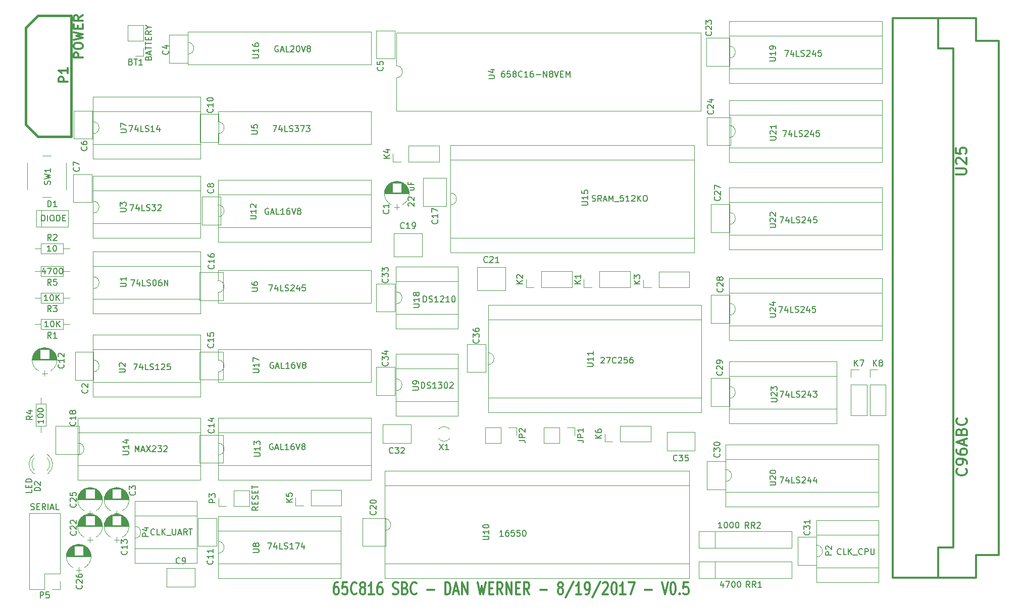
<source format=gto>
G04 #@! TF.FileFunction,Legend,Top*
%FSLAX46Y46*%
G04 Gerber Fmt 4.6, Leading zero omitted, Abs format (unit mm)*
G04 Created by KiCad (PCBNEW 4.0.6) date 08/27/17 12:17:24*
%MOMM*%
%LPD*%
G01*
G04 APERTURE LIST*
%ADD10C,0.150000*%
%ADD11C,0.304800*%
%ADD12C,0.120000*%
%ADD13C,0.381000*%
G04 APERTURE END LIST*
D10*
D11*
X131753426Y-150652238D02*
X131463140Y-150652238D01*
X131317997Y-150749000D01*
X131245426Y-150845762D01*
X131100283Y-151136048D01*
X131027712Y-151523095D01*
X131027712Y-152297190D01*
X131100283Y-152490714D01*
X131172855Y-152587476D01*
X131317997Y-152684238D01*
X131608283Y-152684238D01*
X131753426Y-152587476D01*
X131825997Y-152490714D01*
X131898569Y-152297190D01*
X131898569Y-151813381D01*
X131825997Y-151619857D01*
X131753426Y-151523095D01*
X131608283Y-151426333D01*
X131317997Y-151426333D01*
X131172855Y-151523095D01*
X131100283Y-151619857D01*
X131027712Y-151813381D01*
X133277426Y-150652238D02*
X132551712Y-150652238D01*
X132479141Y-151619857D01*
X132551712Y-151523095D01*
X132696855Y-151426333D01*
X133059712Y-151426333D01*
X133204855Y-151523095D01*
X133277426Y-151619857D01*
X133349998Y-151813381D01*
X133349998Y-152297190D01*
X133277426Y-152490714D01*
X133204855Y-152587476D01*
X133059712Y-152684238D01*
X132696855Y-152684238D01*
X132551712Y-152587476D01*
X132479141Y-152490714D01*
X134873998Y-152490714D02*
X134801427Y-152587476D01*
X134583713Y-152684238D01*
X134438570Y-152684238D01*
X134220855Y-152587476D01*
X134075713Y-152393952D01*
X134003141Y-152200429D01*
X133930570Y-151813381D01*
X133930570Y-151523095D01*
X134003141Y-151136048D01*
X134075713Y-150942524D01*
X134220855Y-150749000D01*
X134438570Y-150652238D01*
X134583713Y-150652238D01*
X134801427Y-150749000D01*
X134873998Y-150845762D01*
X135744855Y-151523095D02*
X135599713Y-151426333D01*
X135527141Y-151329571D01*
X135454570Y-151136048D01*
X135454570Y-151039286D01*
X135527141Y-150845762D01*
X135599713Y-150749000D01*
X135744855Y-150652238D01*
X136035141Y-150652238D01*
X136180284Y-150749000D01*
X136252855Y-150845762D01*
X136325427Y-151039286D01*
X136325427Y-151136048D01*
X136252855Y-151329571D01*
X136180284Y-151426333D01*
X136035141Y-151523095D01*
X135744855Y-151523095D01*
X135599713Y-151619857D01*
X135527141Y-151716619D01*
X135454570Y-151910143D01*
X135454570Y-152297190D01*
X135527141Y-152490714D01*
X135599713Y-152587476D01*
X135744855Y-152684238D01*
X136035141Y-152684238D01*
X136180284Y-152587476D01*
X136252855Y-152490714D01*
X136325427Y-152297190D01*
X136325427Y-151910143D01*
X136252855Y-151716619D01*
X136180284Y-151619857D01*
X136035141Y-151523095D01*
X137776856Y-152684238D02*
X136905999Y-152684238D01*
X137341427Y-152684238D02*
X137341427Y-150652238D01*
X137196284Y-150942524D01*
X137051142Y-151136048D01*
X136905999Y-151232810D01*
X139083142Y-150652238D02*
X138792856Y-150652238D01*
X138647713Y-150749000D01*
X138575142Y-150845762D01*
X138429999Y-151136048D01*
X138357428Y-151523095D01*
X138357428Y-152297190D01*
X138429999Y-152490714D01*
X138502571Y-152587476D01*
X138647713Y-152684238D01*
X138937999Y-152684238D01*
X139083142Y-152587476D01*
X139155713Y-152490714D01*
X139228285Y-152297190D01*
X139228285Y-151813381D01*
X139155713Y-151619857D01*
X139083142Y-151523095D01*
X138937999Y-151426333D01*
X138647713Y-151426333D01*
X138502571Y-151523095D01*
X138429999Y-151619857D01*
X138357428Y-151813381D01*
X140970000Y-152587476D02*
X141187714Y-152684238D01*
X141550571Y-152684238D01*
X141695714Y-152587476D01*
X141768285Y-152490714D01*
X141840857Y-152297190D01*
X141840857Y-152103667D01*
X141768285Y-151910143D01*
X141695714Y-151813381D01*
X141550571Y-151716619D01*
X141260285Y-151619857D01*
X141115143Y-151523095D01*
X141042571Y-151426333D01*
X140970000Y-151232810D01*
X140970000Y-151039286D01*
X141042571Y-150845762D01*
X141115143Y-150749000D01*
X141260285Y-150652238D01*
X141623143Y-150652238D01*
X141840857Y-150749000D01*
X143002000Y-151619857D02*
X143219714Y-151716619D01*
X143292286Y-151813381D01*
X143364857Y-152006905D01*
X143364857Y-152297190D01*
X143292286Y-152490714D01*
X143219714Y-152587476D01*
X143074572Y-152684238D01*
X142494000Y-152684238D01*
X142494000Y-150652238D01*
X143002000Y-150652238D01*
X143147143Y-150749000D01*
X143219714Y-150845762D01*
X143292286Y-151039286D01*
X143292286Y-151232810D01*
X143219714Y-151426333D01*
X143147143Y-151523095D01*
X143002000Y-151619857D01*
X142494000Y-151619857D01*
X144888857Y-152490714D02*
X144816286Y-152587476D01*
X144598572Y-152684238D01*
X144453429Y-152684238D01*
X144235714Y-152587476D01*
X144090572Y-152393952D01*
X144018000Y-152200429D01*
X143945429Y-151813381D01*
X143945429Y-151523095D01*
X144018000Y-151136048D01*
X144090572Y-150942524D01*
X144235714Y-150749000D01*
X144453429Y-150652238D01*
X144598572Y-150652238D01*
X144816286Y-150749000D01*
X144888857Y-150845762D01*
X146703143Y-151910143D02*
X147864286Y-151910143D01*
X149751143Y-152684238D02*
X149751143Y-150652238D01*
X150114000Y-150652238D01*
X150331715Y-150749000D01*
X150476857Y-150942524D01*
X150549429Y-151136048D01*
X150622000Y-151523095D01*
X150622000Y-151813381D01*
X150549429Y-152200429D01*
X150476857Y-152393952D01*
X150331715Y-152587476D01*
X150114000Y-152684238D01*
X149751143Y-152684238D01*
X151202572Y-152103667D02*
X151928286Y-152103667D01*
X151057429Y-152684238D02*
X151565429Y-150652238D01*
X152073429Y-152684238D01*
X152581429Y-152684238D02*
X152581429Y-150652238D01*
X153452286Y-152684238D01*
X153452286Y-150652238D01*
X155194000Y-150652238D02*
X155556857Y-152684238D01*
X155847143Y-151232810D01*
X156137429Y-152684238D01*
X156500286Y-150652238D01*
X157080857Y-151619857D02*
X157588857Y-151619857D01*
X157806571Y-152684238D02*
X157080857Y-152684238D01*
X157080857Y-150652238D01*
X157806571Y-150652238D01*
X159330571Y-152684238D02*
X158822571Y-151716619D01*
X158459714Y-152684238D02*
X158459714Y-150652238D01*
X159040286Y-150652238D01*
X159185428Y-150749000D01*
X159258000Y-150845762D01*
X159330571Y-151039286D01*
X159330571Y-151329571D01*
X159258000Y-151523095D01*
X159185428Y-151619857D01*
X159040286Y-151716619D01*
X158459714Y-151716619D01*
X159983714Y-152684238D02*
X159983714Y-150652238D01*
X160854571Y-152684238D01*
X160854571Y-150652238D01*
X161580285Y-151619857D02*
X162088285Y-151619857D01*
X162305999Y-152684238D02*
X161580285Y-152684238D01*
X161580285Y-150652238D01*
X162305999Y-150652238D01*
X163829999Y-152684238D02*
X163321999Y-151716619D01*
X162959142Y-152684238D02*
X162959142Y-150652238D01*
X163539714Y-150652238D01*
X163684856Y-150749000D01*
X163757428Y-150845762D01*
X163829999Y-151039286D01*
X163829999Y-151329571D01*
X163757428Y-151523095D01*
X163684856Y-151619857D01*
X163539714Y-151716619D01*
X162959142Y-151716619D01*
X165644285Y-151910143D02*
X166805428Y-151910143D01*
X168909999Y-151523095D02*
X168764857Y-151426333D01*
X168692285Y-151329571D01*
X168619714Y-151136048D01*
X168619714Y-151039286D01*
X168692285Y-150845762D01*
X168764857Y-150749000D01*
X168909999Y-150652238D01*
X169200285Y-150652238D01*
X169345428Y-150749000D01*
X169417999Y-150845762D01*
X169490571Y-151039286D01*
X169490571Y-151136048D01*
X169417999Y-151329571D01*
X169345428Y-151426333D01*
X169200285Y-151523095D01*
X168909999Y-151523095D01*
X168764857Y-151619857D01*
X168692285Y-151716619D01*
X168619714Y-151910143D01*
X168619714Y-152297190D01*
X168692285Y-152490714D01*
X168764857Y-152587476D01*
X168909999Y-152684238D01*
X169200285Y-152684238D01*
X169345428Y-152587476D01*
X169417999Y-152490714D01*
X169490571Y-152297190D01*
X169490571Y-151910143D01*
X169417999Y-151716619D01*
X169345428Y-151619857D01*
X169200285Y-151523095D01*
X171232286Y-150555476D02*
X169926000Y-153168048D01*
X172538571Y-152684238D02*
X171667714Y-152684238D01*
X172103142Y-152684238D02*
X172103142Y-150652238D01*
X171957999Y-150942524D01*
X171812857Y-151136048D01*
X171667714Y-151232810D01*
X173264286Y-152684238D02*
X173554571Y-152684238D01*
X173699714Y-152587476D01*
X173772286Y-152490714D01*
X173917428Y-152200429D01*
X173990000Y-151813381D01*
X173990000Y-151039286D01*
X173917428Y-150845762D01*
X173844857Y-150749000D01*
X173699714Y-150652238D01*
X173409428Y-150652238D01*
X173264286Y-150749000D01*
X173191714Y-150845762D01*
X173119143Y-151039286D01*
X173119143Y-151523095D01*
X173191714Y-151716619D01*
X173264286Y-151813381D01*
X173409428Y-151910143D01*
X173699714Y-151910143D01*
X173844857Y-151813381D01*
X173917428Y-151716619D01*
X173990000Y-151523095D01*
X175731715Y-150555476D02*
X174425429Y-153168048D01*
X176167143Y-150845762D02*
X176239714Y-150749000D01*
X176384857Y-150652238D01*
X176747714Y-150652238D01*
X176892857Y-150749000D01*
X176965428Y-150845762D01*
X177038000Y-151039286D01*
X177038000Y-151232810D01*
X176965428Y-151523095D01*
X176094571Y-152684238D01*
X177038000Y-152684238D01*
X177981429Y-150652238D02*
X178126572Y-150652238D01*
X178271715Y-150749000D01*
X178344286Y-150845762D01*
X178416857Y-151039286D01*
X178489429Y-151426333D01*
X178489429Y-151910143D01*
X178416857Y-152297190D01*
X178344286Y-152490714D01*
X178271715Y-152587476D01*
X178126572Y-152684238D01*
X177981429Y-152684238D01*
X177836286Y-152587476D01*
X177763715Y-152490714D01*
X177691143Y-152297190D01*
X177618572Y-151910143D01*
X177618572Y-151426333D01*
X177691143Y-151039286D01*
X177763715Y-150845762D01*
X177836286Y-150749000D01*
X177981429Y-150652238D01*
X179940858Y-152684238D02*
X179070001Y-152684238D01*
X179505429Y-152684238D02*
X179505429Y-150652238D01*
X179360286Y-150942524D01*
X179215144Y-151136048D01*
X179070001Y-151232810D01*
X180448858Y-150652238D02*
X181464858Y-150652238D01*
X180811715Y-152684238D01*
X183206573Y-151910143D02*
X184367716Y-151910143D01*
X186036859Y-150652238D02*
X186544859Y-152684238D01*
X187052859Y-150652238D01*
X187851145Y-150652238D02*
X187996288Y-150652238D01*
X188141431Y-150749000D01*
X188214002Y-150845762D01*
X188286573Y-151039286D01*
X188359145Y-151426333D01*
X188359145Y-151910143D01*
X188286573Y-152297190D01*
X188214002Y-152490714D01*
X188141431Y-152587476D01*
X187996288Y-152684238D01*
X187851145Y-152684238D01*
X187706002Y-152587476D01*
X187633431Y-152490714D01*
X187560859Y-152297190D01*
X187488288Y-151910143D01*
X187488288Y-151426333D01*
X187560859Y-151039286D01*
X187633431Y-150845762D01*
X187706002Y-150749000D01*
X187851145Y-150652238D01*
X189012288Y-152490714D02*
X189084860Y-152587476D01*
X189012288Y-152684238D01*
X188939717Y-152587476D01*
X189012288Y-152490714D01*
X189012288Y-152684238D01*
X190463716Y-150652238D02*
X189738002Y-150652238D01*
X189665431Y-151619857D01*
X189738002Y-151523095D01*
X189883145Y-151426333D01*
X190246002Y-151426333D01*
X190391145Y-151523095D01*
X190463716Y-151619857D01*
X190536288Y-151813381D01*
X190536288Y-152297190D01*
X190463716Y-152490714D01*
X190391145Y-152587476D01*
X190246002Y-152684238D01*
X189883145Y-152684238D01*
X189738002Y-152587476D01*
X189665431Y-152490714D01*
D12*
X99120000Y-57090000D02*
X96460000Y-57090000D01*
X99120000Y-59690000D02*
X99120000Y-57090000D01*
X96460000Y-59690000D02*
X96460000Y-57090000D01*
X99120000Y-59690000D02*
X96460000Y-59690000D01*
X99120000Y-60960000D02*
X99120000Y-62290000D01*
X99120000Y-62290000D02*
X97790000Y-62290000D01*
X80836392Y-129137665D02*
G75*
G03X80679484Y-132370000I1078608J-1672335D01*
G01*
X82993608Y-129137665D02*
G75*
G02X83150516Y-132370000I-1078608J-1672335D01*
G01*
X80835163Y-129768870D02*
G75*
G03X80835000Y-131850961I1079837J-1041130D01*
G01*
X82994837Y-129768870D02*
G75*
G02X82995000Y-131850961I-1079837J-1041130D01*
G01*
X80679000Y-132370000D02*
X80835000Y-132370000D01*
X82995000Y-132370000D02*
X83151000Y-132370000D01*
X166246000Y-124654000D02*
X166246000Y-127314000D01*
X168846000Y-124654000D02*
X166246000Y-124654000D01*
X168846000Y-127314000D02*
X166246000Y-127314000D01*
X168846000Y-124654000D02*
X168846000Y-127314000D01*
X170116000Y-124654000D02*
X171446000Y-124654000D01*
X171446000Y-124654000D02*
X171446000Y-125984000D01*
X156468000Y-124654000D02*
X156468000Y-127314000D01*
X159068000Y-124654000D02*
X156468000Y-124654000D01*
X159068000Y-127314000D02*
X156468000Y-127314000D01*
X159068000Y-124654000D02*
X159068000Y-127314000D01*
X160338000Y-124654000D02*
X161668000Y-124654000D01*
X161668000Y-124654000D02*
X161668000Y-125984000D01*
X180705000Y-101101200D02*
X180705000Y-98441200D01*
X175565000Y-101101200D02*
X180705000Y-101101200D01*
X175565000Y-98441200D02*
X180705000Y-98441200D01*
X175565000Y-101101200D02*
X175565000Y-98441200D01*
X174295000Y-101101200D02*
X172965000Y-101101200D01*
X172965000Y-101101200D02*
X172965000Y-99771200D01*
X171002000Y-101101200D02*
X171002000Y-98441200D01*
X165862000Y-101101200D02*
X171002000Y-101101200D01*
X165862000Y-98441200D02*
X171002000Y-98441200D01*
X165862000Y-101101200D02*
X165862000Y-98441200D01*
X164592000Y-101101200D02*
X163262000Y-101101200D01*
X163262000Y-101101200D02*
X163262000Y-99771200D01*
X190662000Y-101152000D02*
X190662000Y-98492000D01*
X185522000Y-101152000D02*
X190662000Y-101152000D01*
X185522000Y-98492000D02*
X190662000Y-98492000D01*
X185522000Y-101152000D02*
X185522000Y-98492000D01*
X184252000Y-101152000D02*
X182922000Y-101152000D01*
X182922000Y-101152000D02*
X182922000Y-99822000D01*
X148701000Y-80019200D02*
X148701000Y-77359200D01*
X143561000Y-80019200D02*
X148701000Y-80019200D01*
X143561000Y-77359200D02*
X148701000Y-77359200D01*
X143561000Y-80019200D02*
X143561000Y-77359200D01*
X142291000Y-80019200D02*
X140961000Y-80019200D01*
X140961000Y-80019200D02*
X140961000Y-78689200D01*
X132343000Y-137779000D02*
X132343000Y-135119000D01*
X127203000Y-137779000D02*
X132343000Y-137779000D01*
X127203000Y-135119000D02*
X132343000Y-135119000D01*
X127203000Y-137779000D02*
X127203000Y-135119000D01*
X125933000Y-137779000D02*
X124603000Y-137779000D01*
X124603000Y-137779000D02*
X124603000Y-136449000D01*
X184210000Y-127060000D02*
X184210000Y-124400000D01*
X179070000Y-127060000D02*
X184210000Y-127060000D01*
X179070000Y-124400000D02*
X184210000Y-124400000D01*
X179070000Y-127060000D02*
X179070000Y-124400000D01*
X177800000Y-127060000D02*
X176470000Y-127060000D01*
X176470000Y-127060000D02*
X176470000Y-125730000D01*
X217745000Y-122615000D02*
X220405000Y-122615000D01*
X217745000Y-117475000D02*
X217745000Y-122615000D01*
X220405000Y-117475000D02*
X220405000Y-122615000D01*
X217745000Y-117475000D02*
X220405000Y-117475000D01*
X217745000Y-116205000D02*
X217745000Y-114875000D01*
X217745000Y-114875000D02*
X219075000Y-114875000D01*
X220920000Y-122615000D02*
X223580000Y-122615000D01*
X220920000Y-117475000D02*
X220920000Y-122615000D01*
X223580000Y-117475000D02*
X223580000Y-122615000D01*
X220920000Y-117475000D02*
X223580000Y-117475000D01*
X220920000Y-116205000D02*
X220920000Y-114875000D01*
X220920000Y-114875000D02*
X222250000Y-114875000D01*
D13*
X79349600Y-57480200D02*
X79349600Y-73736200D01*
X86969600Y-75768200D02*
X81381600Y-75768200D01*
X81381600Y-75768200D02*
X79349600Y-73736200D01*
X86969600Y-55448200D02*
X81381600Y-55448200D01*
X81381600Y-55448200D02*
X79349600Y-57480200D01*
X86969600Y-55448200D02*
X86969600Y-75768200D01*
D12*
X211970000Y-146415000D02*
X211970000Y-148185000D01*
X211970000Y-148185000D02*
X222370000Y-148185000D01*
X222370000Y-148185000D02*
X222370000Y-142645000D01*
X222370000Y-142645000D02*
X211970000Y-142645000D01*
X211970000Y-142645000D02*
X211970000Y-144415000D01*
X211970000Y-150615000D02*
X222370000Y-150615000D01*
X222370000Y-150615000D02*
X222370000Y-140215000D01*
X222370000Y-140215000D02*
X211970000Y-140215000D01*
X211970000Y-140215000D02*
X211970000Y-150615000D01*
X211970000Y-144415000D02*
G75*
G02X211970000Y-146415000I0J-1000000D01*
G01*
X116900000Y-137855000D02*
X116900000Y-135195000D01*
X114300000Y-137855000D02*
X116900000Y-137855000D01*
X114300000Y-135195000D02*
X116900000Y-135195000D01*
X114300000Y-137855000D02*
X114300000Y-135195000D01*
X113030000Y-137855000D02*
X111700000Y-137855000D01*
X111700000Y-137855000D02*
X111700000Y-136525000D01*
X97670000Y-143240000D02*
X97670000Y-145010000D01*
X97670000Y-145010000D02*
X108070000Y-145010000D01*
X108070000Y-145010000D02*
X108070000Y-139470000D01*
X108070000Y-139470000D02*
X97670000Y-139470000D01*
X97670000Y-139470000D02*
X97670000Y-141240000D01*
X97670000Y-147440000D02*
X108070000Y-147440000D01*
X108070000Y-147440000D02*
X108070000Y-137040000D01*
X108070000Y-137040000D02*
X97670000Y-137040000D01*
X97670000Y-137040000D02*
X97670000Y-147440000D01*
X97670000Y-141240000D02*
G75*
G02X97670000Y-143240000I0J-1000000D01*
G01*
X85150000Y-139005000D02*
X79950000Y-139005000D01*
X85150000Y-149225000D02*
X85150000Y-139005000D01*
X79950000Y-151825000D02*
X79950000Y-139005000D01*
X85150000Y-149225000D02*
X82550000Y-149225000D01*
X82550000Y-149225000D02*
X82550000Y-151825000D01*
X82550000Y-151825000D02*
X79950000Y-151825000D01*
X85150000Y-150495000D02*
X85150000Y-151825000D01*
X85150000Y-151825000D02*
X83820000Y-151825000D01*
X192235000Y-147190000D02*
X192235000Y-149990000D01*
X192235000Y-149990000D02*
X207815000Y-149990000D01*
X207815000Y-149990000D02*
X207815000Y-147190000D01*
X207815000Y-147190000D02*
X192235000Y-147190000D01*
X194945000Y-147190000D02*
X194945000Y-149990000D01*
X192235000Y-142110000D02*
X192235000Y-144910000D01*
X192235000Y-144910000D02*
X207815000Y-144910000D01*
X207815000Y-144910000D02*
X207815000Y-142110000D01*
X207815000Y-142110000D02*
X192235000Y-142110000D01*
X194945000Y-142110000D02*
X194945000Y-144910000D01*
X86145000Y-84725000D02*
X86145000Y-80225000D01*
X82145000Y-85975000D02*
X83645000Y-85975000D01*
X79645000Y-80225000D02*
X79645000Y-84725000D01*
X83645000Y-78975000D02*
X82145000Y-78975000D01*
X90685000Y-101330000D02*
X90685000Y-103100000D01*
X90685000Y-103100000D02*
X108705000Y-103100000D01*
X108705000Y-103100000D02*
X108705000Y-97560000D01*
X108705000Y-97560000D02*
X90685000Y-97560000D01*
X90685000Y-97560000D02*
X90685000Y-99330000D01*
X90685000Y-105530000D02*
X108705000Y-105530000D01*
X108705000Y-105530000D02*
X108705000Y-95130000D01*
X108705000Y-95130000D02*
X90685000Y-95130000D01*
X90685000Y-95130000D02*
X90685000Y-105530000D01*
X90685000Y-99330000D02*
G75*
G02X90685000Y-101330000I0J-1000000D01*
G01*
X90685000Y-115300000D02*
X90685000Y-117070000D01*
X90685000Y-117070000D02*
X108705000Y-117070000D01*
X108705000Y-117070000D02*
X108705000Y-111530000D01*
X108705000Y-111530000D02*
X90685000Y-111530000D01*
X90685000Y-111530000D02*
X90685000Y-113300000D01*
X90685000Y-119500000D02*
X108705000Y-119500000D01*
X108705000Y-119500000D02*
X108705000Y-109100000D01*
X108705000Y-109100000D02*
X90685000Y-109100000D01*
X90685000Y-109100000D02*
X90685000Y-119500000D01*
X90685000Y-113300000D02*
G75*
G02X90685000Y-115300000I0J-1000000D01*
G01*
X90685000Y-88630000D02*
X90685000Y-90400000D01*
X90685000Y-90400000D02*
X108705000Y-90400000D01*
X108705000Y-90400000D02*
X108705000Y-84860000D01*
X108705000Y-84860000D02*
X90685000Y-84860000D01*
X90685000Y-84860000D02*
X90685000Y-86630000D01*
X90685000Y-92830000D02*
X108705000Y-92830000D01*
X108705000Y-92830000D02*
X108705000Y-82430000D01*
X108705000Y-82430000D02*
X90685000Y-82430000D01*
X90685000Y-82430000D02*
X90685000Y-92830000D01*
X90685000Y-86630000D02*
G75*
G02X90685000Y-88630000I0J-1000000D01*
G01*
X141548000Y-65897000D02*
X141548000Y-71477000D01*
X141548000Y-71477000D02*
X192588000Y-71477000D01*
X192588000Y-71477000D02*
X192588000Y-58317000D01*
X192588000Y-58317000D02*
X141548000Y-58317000D01*
X141548000Y-58317000D02*
X141548000Y-63897000D01*
X141548000Y-63897000D02*
G75*
G02X141548000Y-65897000I0J-1000000D01*
G01*
X111640000Y-75295000D02*
X111640000Y-77065000D01*
X111640000Y-77065000D02*
X137280000Y-77065000D01*
X137280000Y-77065000D02*
X137280000Y-71525000D01*
X137280000Y-71525000D02*
X111640000Y-71525000D01*
X111640000Y-71525000D02*
X111640000Y-73295000D01*
X111640000Y-73295000D02*
G75*
G02X111640000Y-75295000I0J-1000000D01*
G01*
X111640000Y-101965000D02*
X111640000Y-103735000D01*
X111640000Y-103735000D02*
X137280000Y-103735000D01*
X137280000Y-103735000D02*
X137280000Y-98195000D01*
X137280000Y-98195000D02*
X111640000Y-98195000D01*
X111640000Y-98195000D02*
X111640000Y-99965000D01*
X111640000Y-99965000D02*
G75*
G02X111640000Y-101965000I0J-1000000D01*
G01*
X90685000Y-75295000D02*
X90685000Y-77065000D01*
X90685000Y-77065000D02*
X108705000Y-77065000D01*
X108705000Y-77065000D02*
X108705000Y-71525000D01*
X108705000Y-71525000D02*
X90685000Y-71525000D01*
X90685000Y-71525000D02*
X90685000Y-73295000D01*
X90685000Y-79495000D02*
X108705000Y-79495000D01*
X108705000Y-79495000D02*
X108705000Y-69095000D01*
X108705000Y-69095000D02*
X90685000Y-69095000D01*
X90685000Y-69095000D02*
X90685000Y-79495000D01*
X90685000Y-73295000D02*
G75*
G02X90685000Y-75295000I0J-1000000D01*
G01*
X111640000Y-145780000D02*
X111640000Y-147550000D01*
X111640000Y-147550000D02*
X132200000Y-147550000D01*
X132200000Y-147550000D02*
X132200000Y-142010000D01*
X132200000Y-142010000D02*
X111640000Y-142010000D01*
X111640000Y-142010000D02*
X111640000Y-143780000D01*
X111640000Y-149980000D02*
X132200000Y-149980000D01*
X132200000Y-149980000D02*
X132200000Y-139580000D01*
X132200000Y-139580000D02*
X111640000Y-139580000D01*
X111640000Y-139580000D02*
X111640000Y-149980000D01*
X111640000Y-143780000D02*
G75*
G02X111640000Y-145780000I0J-1000000D01*
G01*
X141485000Y-118475000D02*
X141485000Y-120245000D01*
X141485000Y-120245000D02*
X151885000Y-120245000D01*
X151885000Y-120245000D02*
X151885000Y-114705000D01*
X151885000Y-114705000D02*
X141485000Y-114705000D01*
X141485000Y-114705000D02*
X141485000Y-116475000D01*
X141485000Y-122675000D02*
X151885000Y-122675000D01*
X151885000Y-122675000D02*
X151885000Y-112275000D01*
X151885000Y-112275000D02*
X141485000Y-112275000D01*
X141485000Y-112275000D02*
X141485000Y-122675000D01*
X141485000Y-116475000D02*
G75*
G02X141485000Y-118475000I0J-1000000D01*
G01*
X139580000Y-141970000D02*
X139580000Y-147550000D01*
X139580000Y-147550000D02*
X190620000Y-147550000D01*
X190620000Y-147550000D02*
X190620000Y-134390000D01*
X190620000Y-134390000D02*
X139580000Y-134390000D01*
X139580000Y-134390000D02*
X139580000Y-139970000D01*
X139580000Y-149980000D02*
X190620000Y-149980000D01*
X190620000Y-149980000D02*
X190620000Y-131960000D01*
X190620000Y-131960000D02*
X139580000Y-131960000D01*
X139580000Y-131960000D02*
X139580000Y-149980000D01*
X139580000Y-139970000D02*
G75*
G02X139580000Y-141970000I0J-1000000D01*
G01*
X156903000Y-114081000D02*
X156903000Y-119661000D01*
X156903000Y-119661000D02*
X192703000Y-119661000D01*
X192703000Y-119661000D02*
X192703000Y-106501000D01*
X192703000Y-106501000D02*
X156903000Y-106501000D01*
X156903000Y-106501000D02*
X156903000Y-112081000D01*
X156903000Y-122091000D02*
X192703000Y-122091000D01*
X192703000Y-122091000D02*
X192703000Y-104071000D01*
X192703000Y-104071000D02*
X156903000Y-104071000D01*
X156903000Y-104071000D02*
X156903000Y-122091000D01*
X156903000Y-112081000D02*
G75*
G02X156903000Y-114081000I0J-1000000D01*
G01*
X111640000Y-89265000D02*
X111640000Y-91035000D01*
X111640000Y-91035000D02*
X137280000Y-91035000D01*
X137280000Y-91035000D02*
X137280000Y-85495000D01*
X137280000Y-85495000D02*
X111640000Y-85495000D01*
X111640000Y-85495000D02*
X111640000Y-87265000D01*
X111640000Y-93465000D02*
X137280000Y-93465000D01*
X137280000Y-93465000D02*
X137280000Y-83065000D01*
X137280000Y-83065000D02*
X111640000Y-83065000D01*
X111640000Y-83065000D02*
X111640000Y-93465000D01*
X111640000Y-87265000D02*
G75*
G02X111640000Y-89265000I0J-1000000D01*
G01*
X111640000Y-129270000D02*
X111640000Y-131040000D01*
X111640000Y-131040000D02*
X137280000Y-131040000D01*
X137280000Y-131040000D02*
X137280000Y-125500000D01*
X137280000Y-125500000D02*
X111640000Y-125500000D01*
X111640000Y-125500000D02*
X111640000Y-127270000D01*
X111640000Y-133470000D02*
X137280000Y-133470000D01*
X137280000Y-133470000D02*
X137280000Y-123070000D01*
X137280000Y-123070000D02*
X111640000Y-123070000D01*
X111640000Y-123070000D02*
X111640000Y-133470000D01*
X111640000Y-127270000D02*
G75*
G02X111640000Y-129270000I0J-1000000D01*
G01*
X88145000Y-129270000D02*
X88145000Y-131040000D01*
X88145000Y-131040000D02*
X108705000Y-131040000D01*
X108705000Y-131040000D02*
X108705000Y-125500000D01*
X108705000Y-125500000D02*
X88145000Y-125500000D01*
X88145000Y-125500000D02*
X88145000Y-127270000D01*
X88145000Y-133470000D02*
X108705000Y-133470000D01*
X108705000Y-133470000D02*
X108705000Y-123070000D01*
X108705000Y-123070000D02*
X88145000Y-123070000D01*
X88145000Y-123070000D02*
X88145000Y-133470000D01*
X88145000Y-127270000D02*
G75*
G02X88145000Y-129270000I0J-1000000D01*
G01*
X150604000Y-87258400D02*
X150604000Y-92838400D01*
X150604000Y-92838400D02*
X191484000Y-92838400D01*
X191484000Y-92838400D02*
X191484000Y-79678400D01*
X191484000Y-79678400D02*
X150604000Y-79678400D01*
X150604000Y-79678400D02*
X150604000Y-85258400D01*
X150604000Y-95268400D02*
X191484000Y-95268400D01*
X191484000Y-95268400D02*
X191484000Y-77248400D01*
X191484000Y-77248400D02*
X150604000Y-77248400D01*
X150604000Y-77248400D02*
X150604000Y-95268400D01*
X150604000Y-85258400D02*
G75*
G02X150604000Y-87258400I0J-1000000D01*
G01*
X106560000Y-61960000D02*
X106560000Y-63730000D01*
X106560000Y-63730000D02*
X137280000Y-63730000D01*
X137280000Y-63730000D02*
X137280000Y-58190000D01*
X137280000Y-58190000D02*
X106560000Y-58190000D01*
X106560000Y-58190000D02*
X106560000Y-59960000D01*
X106560000Y-59960000D02*
G75*
G02X106560000Y-61960000I0J-1000000D01*
G01*
X111640000Y-115300000D02*
X111640000Y-117070000D01*
X111640000Y-117070000D02*
X137280000Y-117070000D01*
X137280000Y-117070000D02*
X137280000Y-111530000D01*
X137280000Y-111530000D02*
X111640000Y-111530000D01*
X111640000Y-111530000D02*
X111640000Y-113300000D01*
X111640000Y-113300000D02*
G75*
G02X111640000Y-115300000I0J-1000000D01*
G01*
X141485000Y-103870000D02*
X141485000Y-105640000D01*
X141485000Y-105640000D02*
X151885000Y-105640000D01*
X151885000Y-105640000D02*
X151885000Y-100100000D01*
X151885000Y-100100000D02*
X141485000Y-100100000D01*
X141485000Y-100100000D02*
X141485000Y-101870000D01*
X141485000Y-108070000D02*
X151885000Y-108070000D01*
X151885000Y-108070000D02*
X151885000Y-97670000D01*
X151885000Y-97670000D02*
X141485000Y-97670000D01*
X141485000Y-97670000D02*
X141485000Y-108070000D01*
X141485000Y-101870000D02*
G75*
G02X141485000Y-103870000I0J-1000000D01*
G01*
X197365000Y-62595000D02*
X197365000Y-64365000D01*
X197365000Y-64365000D02*
X223005000Y-64365000D01*
X223005000Y-64365000D02*
X223005000Y-58825000D01*
X223005000Y-58825000D02*
X197365000Y-58825000D01*
X197365000Y-58825000D02*
X197365000Y-60595000D01*
X197365000Y-66795000D02*
X223005000Y-66795000D01*
X223005000Y-66795000D02*
X223005000Y-56395000D01*
X223005000Y-56395000D02*
X197365000Y-56395000D01*
X197365000Y-56395000D02*
X197365000Y-66795000D01*
X197365000Y-60595000D02*
G75*
G02X197365000Y-62595000I0J-1000000D01*
G01*
X197365000Y-75930000D02*
X197365000Y-77700000D01*
X197365000Y-77700000D02*
X223005000Y-77700000D01*
X223005000Y-77700000D02*
X223005000Y-72160000D01*
X223005000Y-72160000D02*
X197365000Y-72160000D01*
X197365000Y-72160000D02*
X197365000Y-73930000D01*
X197365000Y-80130000D02*
X223005000Y-80130000D01*
X223005000Y-80130000D02*
X223005000Y-69730000D01*
X223005000Y-69730000D02*
X197365000Y-69730000D01*
X197365000Y-69730000D02*
X197365000Y-80130000D01*
X197365000Y-73930000D02*
G75*
G02X197365000Y-75930000I0J-1000000D01*
G01*
X197365000Y-90535000D02*
X197365000Y-92305000D01*
X197365000Y-92305000D02*
X223005000Y-92305000D01*
X223005000Y-92305000D02*
X223005000Y-86765000D01*
X223005000Y-86765000D02*
X197365000Y-86765000D01*
X197365000Y-86765000D02*
X197365000Y-88535000D01*
X197365000Y-94735000D02*
X223005000Y-94735000D01*
X223005000Y-94735000D02*
X223005000Y-84335000D01*
X223005000Y-84335000D02*
X197365000Y-84335000D01*
X197365000Y-84335000D02*
X197365000Y-94735000D01*
X197365000Y-88535000D02*
G75*
G02X197365000Y-90535000I0J-1000000D01*
G01*
X197365000Y-119745000D02*
X197365000Y-121515000D01*
X197365000Y-121515000D02*
X215385000Y-121515000D01*
X215385000Y-121515000D02*
X215385000Y-115975000D01*
X215385000Y-115975000D02*
X197365000Y-115975000D01*
X197365000Y-115975000D02*
X197365000Y-117745000D01*
X197365000Y-123945000D02*
X215385000Y-123945000D01*
X215385000Y-123945000D02*
X215385000Y-113545000D01*
X215385000Y-113545000D02*
X197365000Y-113545000D01*
X197365000Y-113545000D02*
X197365000Y-123945000D01*
X197365000Y-117745000D02*
G75*
G02X197365000Y-119745000I0J-1000000D01*
G01*
X197365000Y-105775000D02*
X197365000Y-107545000D01*
X197365000Y-107545000D02*
X223005000Y-107545000D01*
X223005000Y-107545000D02*
X223005000Y-102005000D01*
X223005000Y-102005000D02*
X197365000Y-102005000D01*
X197365000Y-102005000D02*
X197365000Y-103775000D01*
X197365000Y-109975000D02*
X223005000Y-109975000D01*
X223005000Y-109975000D02*
X223005000Y-99575000D01*
X223005000Y-99575000D02*
X197365000Y-99575000D01*
X197365000Y-99575000D02*
X197365000Y-109975000D01*
X197365000Y-103775000D02*
G75*
G02X197365000Y-105775000I0J-1000000D01*
G01*
D11*
X232410000Y-149860000D02*
X238760000Y-149860000D01*
X238760000Y-149860000D02*
X238760000Y-146050000D01*
X238760000Y-146050000D02*
X242570000Y-146050000D01*
X242570000Y-146050000D02*
X242570000Y-59690000D01*
X242570000Y-59690000D02*
X238760000Y-59690000D01*
X238760000Y-59690000D02*
X238760000Y-55880000D01*
X238760000Y-55880000D02*
X232410000Y-55880000D01*
X232410000Y-55880000D02*
X232410000Y-60960000D01*
X232410000Y-60960000D02*
X234950000Y-60960000D01*
X234950000Y-60960000D02*
X234950000Y-144780000D01*
X234950000Y-144780000D02*
X232410000Y-144780000D01*
X232410000Y-144780000D02*
X232410000Y-149860000D01*
X232410000Y-55880000D02*
X224790000Y-55880000D01*
X224790000Y-55880000D02*
X224790000Y-149860000D01*
X224790000Y-149860000D02*
X232410000Y-149860000D01*
D12*
X196730000Y-133715000D02*
X196730000Y-135485000D01*
X196730000Y-135485000D02*
X222370000Y-135485000D01*
X222370000Y-135485000D02*
X222370000Y-129945000D01*
X222370000Y-129945000D02*
X196730000Y-129945000D01*
X196730000Y-129945000D02*
X196730000Y-131715000D01*
X196730000Y-137915000D02*
X222370000Y-137915000D01*
X222370000Y-137915000D02*
X222370000Y-127515000D01*
X222370000Y-127515000D02*
X196730000Y-127515000D01*
X196730000Y-127515000D02*
X196730000Y-137915000D01*
X196730000Y-131715000D02*
G75*
G02X196730000Y-133715000I0J-1000000D01*
G01*
X140625830Y-83513564D02*
G75*
G03X140625000Y-87205996I979170J-1846436D01*
G01*
X142584170Y-83513564D02*
G75*
G02X142585000Y-87205996I-979170J-1846436D01*
G01*
X142584170Y-83513564D02*
G75*
G03X140625000Y-83514004I-979170J-1846436D01*
G01*
X139555000Y-85360000D02*
X143655000Y-85360000D01*
X139555000Y-85320000D02*
X143655000Y-85320000D01*
X139556000Y-85280000D02*
X143654000Y-85280000D01*
X139558000Y-85240000D02*
X143652000Y-85240000D01*
X139561000Y-85200000D02*
X143649000Y-85200000D01*
X139564000Y-85160000D02*
X143646000Y-85160000D01*
X139568000Y-85120000D02*
X140825000Y-85120000D01*
X142385000Y-85120000D02*
X143642000Y-85120000D01*
X139573000Y-85080000D02*
X140825000Y-85080000D01*
X142385000Y-85080000D02*
X143637000Y-85080000D01*
X139579000Y-85040000D02*
X140825000Y-85040000D01*
X142385000Y-85040000D02*
X143631000Y-85040000D01*
X139586000Y-85000000D02*
X140825000Y-85000000D01*
X142385000Y-85000000D02*
X143624000Y-85000000D01*
X139593000Y-84960000D02*
X140825000Y-84960000D01*
X142385000Y-84960000D02*
X143617000Y-84960000D01*
X139601000Y-84920000D02*
X140825000Y-84920000D01*
X142385000Y-84920000D02*
X143609000Y-84920000D01*
X139610000Y-84880000D02*
X140825000Y-84880000D01*
X142385000Y-84880000D02*
X143600000Y-84880000D01*
X139620000Y-84840000D02*
X140825000Y-84840000D01*
X142385000Y-84840000D02*
X143590000Y-84840000D01*
X139631000Y-84800000D02*
X140825000Y-84800000D01*
X142385000Y-84800000D02*
X143579000Y-84800000D01*
X139642000Y-84760000D02*
X140825000Y-84760000D01*
X142385000Y-84760000D02*
X143568000Y-84760000D01*
X139655000Y-84720000D02*
X140825000Y-84720000D01*
X142385000Y-84720000D02*
X143555000Y-84720000D01*
X139668000Y-84680000D02*
X140825000Y-84680000D01*
X142385000Y-84680000D02*
X143542000Y-84680000D01*
X139682000Y-84639000D02*
X140825000Y-84639000D01*
X142385000Y-84639000D02*
X143528000Y-84639000D01*
X139698000Y-84599000D02*
X140825000Y-84599000D01*
X142385000Y-84599000D02*
X143512000Y-84599000D01*
X139714000Y-84559000D02*
X140825000Y-84559000D01*
X142385000Y-84559000D02*
X143496000Y-84559000D01*
X139731000Y-84519000D02*
X140825000Y-84519000D01*
X142385000Y-84519000D02*
X143479000Y-84519000D01*
X139749000Y-84479000D02*
X140825000Y-84479000D01*
X142385000Y-84479000D02*
X143461000Y-84479000D01*
X139768000Y-84439000D02*
X140825000Y-84439000D01*
X142385000Y-84439000D02*
X143442000Y-84439000D01*
X139788000Y-84399000D02*
X140825000Y-84399000D01*
X142385000Y-84399000D02*
X143422000Y-84399000D01*
X139809000Y-84359000D02*
X140825000Y-84359000D01*
X142385000Y-84359000D02*
X143401000Y-84359000D01*
X139832000Y-84319000D02*
X140825000Y-84319000D01*
X142385000Y-84319000D02*
X143378000Y-84319000D01*
X139855000Y-84279000D02*
X140825000Y-84279000D01*
X142385000Y-84279000D02*
X143355000Y-84279000D01*
X139880000Y-84239000D02*
X140825000Y-84239000D01*
X142385000Y-84239000D02*
X143330000Y-84239000D01*
X139906000Y-84199000D02*
X140825000Y-84199000D01*
X142385000Y-84199000D02*
X143304000Y-84199000D01*
X139933000Y-84159000D02*
X140825000Y-84159000D01*
X142385000Y-84159000D02*
X143277000Y-84159000D01*
X139962000Y-84119000D02*
X140825000Y-84119000D01*
X142385000Y-84119000D02*
X143248000Y-84119000D01*
X139992000Y-84079000D02*
X140825000Y-84079000D01*
X142385000Y-84079000D02*
X143218000Y-84079000D01*
X140024000Y-84039000D02*
X140825000Y-84039000D01*
X142385000Y-84039000D02*
X143186000Y-84039000D01*
X140058000Y-83999000D02*
X140825000Y-83999000D01*
X142385000Y-83999000D02*
X143152000Y-83999000D01*
X140093000Y-83959000D02*
X140825000Y-83959000D01*
X142385000Y-83959000D02*
X143117000Y-83959000D01*
X140130000Y-83919000D02*
X140825000Y-83919000D01*
X142385000Y-83919000D02*
X143080000Y-83919000D01*
X140169000Y-83879000D02*
X140825000Y-83879000D01*
X142385000Y-83879000D02*
X143041000Y-83879000D01*
X140210000Y-83839000D02*
X140825000Y-83839000D01*
X142385000Y-83839000D02*
X143000000Y-83839000D01*
X140254000Y-83799000D02*
X140825000Y-83799000D01*
X142385000Y-83799000D02*
X142956000Y-83799000D01*
X140300000Y-83759000D02*
X140825000Y-83759000D01*
X142385000Y-83759000D02*
X142910000Y-83759000D01*
X140349000Y-83719000D02*
X140825000Y-83719000D01*
X142385000Y-83719000D02*
X142861000Y-83719000D01*
X140401000Y-83679000D02*
X140825000Y-83679000D01*
X142385000Y-83679000D02*
X142809000Y-83679000D01*
X140457000Y-83639000D02*
X140825000Y-83639000D01*
X142385000Y-83639000D02*
X142753000Y-83639000D01*
X140517000Y-83599000D02*
X140825000Y-83599000D01*
X142385000Y-83599000D02*
X142693000Y-83599000D01*
X140582000Y-83559000D02*
X142628000Y-83559000D01*
X140653000Y-83519000D02*
X142557000Y-83519000D01*
X140731000Y-83479000D02*
X142479000Y-83479000D01*
X140819000Y-83439000D02*
X142391000Y-83439000D01*
X140919000Y-83399000D02*
X142291000Y-83399000D01*
X141038000Y-83359000D02*
X142172000Y-83359000D01*
X141190000Y-83319000D02*
X142020000Y-83319000D01*
X141440000Y-83279000D02*
X141770000Y-83279000D01*
X141605000Y-88060000D02*
X141605000Y-87160000D01*
X141155000Y-87610000D02*
X142055000Y-87610000D01*
X90764800Y-111971000D02*
X90764800Y-116691000D01*
X87644800Y-111971000D02*
X87644800Y-116691000D01*
X90764800Y-111971000D02*
X87644800Y-111971000D01*
X90764800Y-116691000D02*
X87644800Y-116691000D01*
X93635830Y-134948564D02*
G75*
G03X93635000Y-138640996I979170J-1846436D01*
G01*
X95594170Y-134948564D02*
G75*
G02X95595000Y-138640996I-979170J-1846436D01*
G01*
X95594170Y-134948564D02*
G75*
G03X93635000Y-134949004I-979170J-1846436D01*
G01*
X92565000Y-136795000D02*
X96665000Y-136795000D01*
X92565000Y-136755000D02*
X96665000Y-136755000D01*
X92566000Y-136715000D02*
X96664000Y-136715000D01*
X92568000Y-136675000D02*
X96662000Y-136675000D01*
X92571000Y-136635000D02*
X96659000Y-136635000D01*
X92574000Y-136595000D02*
X96656000Y-136595000D01*
X92578000Y-136555000D02*
X93835000Y-136555000D01*
X95395000Y-136555000D02*
X96652000Y-136555000D01*
X92583000Y-136515000D02*
X93835000Y-136515000D01*
X95395000Y-136515000D02*
X96647000Y-136515000D01*
X92589000Y-136475000D02*
X93835000Y-136475000D01*
X95395000Y-136475000D02*
X96641000Y-136475000D01*
X92596000Y-136435000D02*
X93835000Y-136435000D01*
X95395000Y-136435000D02*
X96634000Y-136435000D01*
X92603000Y-136395000D02*
X93835000Y-136395000D01*
X95395000Y-136395000D02*
X96627000Y-136395000D01*
X92611000Y-136355000D02*
X93835000Y-136355000D01*
X95395000Y-136355000D02*
X96619000Y-136355000D01*
X92620000Y-136315000D02*
X93835000Y-136315000D01*
X95395000Y-136315000D02*
X96610000Y-136315000D01*
X92630000Y-136275000D02*
X93835000Y-136275000D01*
X95395000Y-136275000D02*
X96600000Y-136275000D01*
X92641000Y-136235000D02*
X93835000Y-136235000D01*
X95395000Y-136235000D02*
X96589000Y-136235000D01*
X92652000Y-136195000D02*
X93835000Y-136195000D01*
X95395000Y-136195000D02*
X96578000Y-136195000D01*
X92665000Y-136155000D02*
X93835000Y-136155000D01*
X95395000Y-136155000D02*
X96565000Y-136155000D01*
X92678000Y-136115000D02*
X93835000Y-136115000D01*
X95395000Y-136115000D02*
X96552000Y-136115000D01*
X92692000Y-136074000D02*
X93835000Y-136074000D01*
X95395000Y-136074000D02*
X96538000Y-136074000D01*
X92708000Y-136034000D02*
X93835000Y-136034000D01*
X95395000Y-136034000D02*
X96522000Y-136034000D01*
X92724000Y-135994000D02*
X93835000Y-135994000D01*
X95395000Y-135994000D02*
X96506000Y-135994000D01*
X92741000Y-135954000D02*
X93835000Y-135954000D01*
X95395000Y-135954000D02*
X96489000Y-135954000D01*
X92759000Y-135914000D02*
X93835000Y-135914000D01*
X95395000Y-135914000D02*
X96471000Y-135914000D01*
X92778000Y-135874000D02*
X93835000Y-135874000D01*
X95395000Y-135874000D02*
X96452000Y-135874000D01*
X92798000Y-135834000D02*
X93835000Y-135834000D01*
X95395000Y-135834000D02*
X96432000Y-135834000D01*
X92819000Y-135794000D02*
X93835000Y-135794000D01*
X95395000Y-135794000D02*
X96411000Y-135794000D01*
X92842000Y-135754000D02*
X93835000Y-135754000D01*
X95395000Y-135754000D02*
X96388000Y-135754000D01*
X92865000Y-135714000D02*
X93835000Y-135714000D01*
X95395000Y-135714000D02*
X96365000Y-135714000D01*
X92890000Y-135674000D02*
X93835000Y-135674000D01*
X95395000Y-135674000D02*
X96340000Y-135674000D01*
X92916000Y-135634000D02*
X93835000Y-135634000D01*
X95395000Y-135634000D02*
X96314000Y-135634000D01*
X92943000Y-135594000D02*
X93835000Y-135594000D01*
X95395000Y-135594000D02*
X96287000Y-135594000D01*
X92972000Y-135554000D02*
X93835000Y-135554000D01*
X95395000Y-135554000D02*
X96258000Y-135554000D01*
X93002000Y-135514000D02*
X93835000Y-135514000D01*
X95395000Y-135514000D02*
X96228000Y-135514000D01*
X93034000Y-135474000D02*
X93835000Y-135474000D01*
X95395000Y-135474000D02*
X96196000Y-135474000D01*
X93068000Y-135434000D02*
X93835000Y-135434000D01*
X95395000Y-135434000D02*
X96162000Y-135434000D01*
X93103000Y-135394000D02*
X93835000Y-135394000D01*
X95395000Y-135394000D02*
X96127000Y-135394000D01*
X93140000Y-135354000D02*
X93835000Y-135354000D01*
X95395000Y-135354000D02*
X96090000Y-135354000D01*
X93179000Y-135314000D02*
X93835000Y-135314000D01*
X95395000Y-135314000D02*
X96051000Y-135314000D01*
X93220000Y-135274000D02*
X93835000Y-135274000D01*
X95395000Y-135274000D02*
X96010000Y-135274000D01*
X93264000Y-135234000D02*
X93835000Y-135234000D01*
X95395000Y-135234000D02*
X95966000Y-135234000D01*
X93310000Y-135194000D02*
X93835000Y-135194000D01*
X95395000Y-135194000D02*
X95920000Y-135194000D01*
X93359000Y-135154000D02*
X93835000Y-135154000D01*
X95395000Y-135154000D02*
X95871000Y-135154000D01*
X93411000Y-135114000D02*
X93835000Y-135114000D01*
X95395000Y-135114000D02*
X95819000Y-135114000D01*
X93467000Y-135074000D02*
X93835000Y-135074000D01*
X95395000Y-135074000D02*
X95763000Y-135074000D01*
X93527000Y-135034000D02*
X93835000Y-135034000D01*
X95395000Y-135034000D02*
X95703000Y-135034000D01*
X93592000Y-134994000D02*
X95638000Y-134994000D01*
X93663000Y-134954000D02*
X95567000Y-134954000D01*
X93741000Y-134914000D02*
X95489000Y-134914000D01*
X93829000Y-134874000D02*
X95401000Y-134874000D01*
X93929000Y-134834000D02*
X95301000Y-134834000D01*
X94048000Y-134794000D02*
X95182000Y-134794000D01*
X94200000Y-134754000D02*
X95030000Y-134754000D01*
X94450000Y-134714000D02*
X94780000Y-134714000D01*
X94615000Y-139495000D02*
X94615000Y-138595000D01*
X94165000Y-139045000D02*
X95065000Y-139045000D01*
X106526000Y-58707000D02*
X106526000Y-63427000D01*
X103406000Y-58707000D02*
X103406000Y-63427000D01*
X106526000Y-58707000D02*
X103406000Y-58707000D01*
X106526000Y-63427000D02*
X103406000Y-63427000D01*
X138140000Y-62705000D02*
X138140000Y-57985000D01*
X141260000Y-62705000D02*
X141260000Y-57985000D01*
X138140000Y-62705000D02*
X141260000Y-62705000D01*
X138140000Y-57985000D02*
X141260000Y-57985000D01*
X87467000Y-76167000D02*
X87467000Y-71447000D01*
X90587000Y-76167000D02*
X90587000Y-71447000D01*
X87467000Y-76167000D02*
X90587000Y-76167000D01*
X87467000Y-71447000D02*
X90587000Y-71447000D01*
X87340000Y-86835000D02*
X87340000Y-82115000D01*
X90460000Y-86835000D02*
X90460000Y-82115000D01*
X87340000Y-86835000D02*
X90460000Y-86835000D01*
X87340000Y-82115000D02*
X90460000Y-82115000D01*
X112050000Y-85885000D02*
X112050000Y-90605000D01*
X108930000Y-85885000D02*
X108930000Y-90605000D01*
X112050000Y-85885000D02*
X108930000Y-85885000D01*
X112050000Y-90605000D02*
X108930000Y-90605000D01*
X103030000Y-148300000D02*
X107750000Y-148300000D01*
X103030000Y-151420000D02*
X107750000Y-151420000D01*
X103030000Y-148300000D02*
X103030000Y-151420000D01*
X107750000Y-148300000D02*
X107750000Y-151420000D01*
X108612000Y-76738500D02*
X108612000Y-72018500D01*
X111732000Y-76738500D02*
X111732000Y-72018500D01*
X108612000Y-76738500D02*
X111732000Y-76738500D01*
X108612000Y-72018500D02*
X111732000Y-72018500D01*
X111415000Y-139860000D02*
X111415000Y-144580000D01*
X108295000Y-139860000D02*
X108295000Y-144580000D01*
X111415000Y-139860000D02*
X108295000Y-139860000D01*
X111415000Y-144580000D02*
X108295000Y-144580000D01*
X81570830Y-111453564D02*
G75*
G03X81570000Y-115145996I979170J-1846436D01*
G01*
X83529170Y-111453564D02*
G75*
G02X83530000Y-115145996I-979170J-1846436D01*
G01*
X83529170Y-111453564D02*
G75*
G03X81570000Y-111454004I-979170J-1846436D01*
G01*
X80500000Y-113300000D02*
X84600000Y-113300000D01*
X80500000Y-113260000D02*
X84600000Y-113260000D01*
X80501000Y-113220000D02*
X84599000Y-113220000D01*
X80503000Y-113180000D02*
X84597000Y-113180000D01*
X80506000Y-113140000D02*
X84594000Y-113140000D01*
X80509000Y-113100000D02*
X84591000Y-113100000D01*
X80513000Y-113060000D02*
X81770000Y-113060000D01*
X83330000Y-113060000D02*
X84587000Y-113060000D01*
X80518000Y-113020000D02*
X81770000Y-113020000D01*
X83330000Y-113020000D02*
X84582000Y-113020000D01*
X80524000Y-112980000D02*
X81770000Y-112980000D01*
X83330000Y-112980000D02*
X84576000Y-112980000D01*
X80531000Y-112940000D02*
X81770000Y-112940000D01*
X83330000Y-112940000D02*
X84569000Y-112940000D01*
X80538000Y-112900000D02*
X81770000Y-112900000D01*
X83330000Y-112900000D02*
X84562000Y-112900000D01*
X80546000Y-112860000D02*
X81770000Y-112860000D01*
X83330000Y-112860000D02*
X84554000Y-112860000D01*
X80555000Y-112820000D02*
X81770000Y-112820000D01*
X83330000Y-112820000D02*
X84545000Y-112820000D01*
X80565000Y-112780000D02*
X81770000Y-112780000D01*
X83330000Y-112780000D02*
X84535000Y-112780000D01*
X80576000Y-112740000D02*
X81770000Y-112740000D01*
X83330000Y-112740000D02*
X84524000Y-112740000D01*
X80587000Y-112700000D02*
X81770000Y-112700000D01*
X83330000Y-112700000D02*
X84513000Y-112700000D01*
X80600000Y-112660000D02*
X81770000Y-112660000D01*
X83330000Y-112660000D02*
X84500000Y-112660000D01*
X80613000Y-112620000D02*
X81770000Y-112620000D01*
X83330000Y-112620000D02*
X84487000Y-112620000D01*
X80627000Y-112579000D02*
X81770000Y-112579000D01*
X83330000Y-112579000D02*
X84473000Y-112579000D01*
X80643000Y-112539000D02*
X81770000Y-112539000D01*
X83330000Y-112539000D02*
X84457000Y-112539000D01*
X80659000Y-112499000D02*
X81770000Y-112499000D01*
X83330000Y-112499000D02*
X84441000Y-112499000D01*
X80676000Y-112459000D02*
X81770000Y-112459000D01*
X83330000Y-112459000D02*
X84424000Y-112459000D01*
X80694000Y-112419000D02*
X81770000Y-112419000D01*
X83330000Y-112419000D02*
X84406000Y-112419000D01*
X80713000Y-112379000D02*
X81770000Y-112379000D01*
X83330000Y-112379000D02*
X84387000Y-112379000D01*
X80733000Y-112339000D02*
X81770000Y-112339000D01*
X83330000Y-112339000D02*
X84367000Y-112339000D01*
X80754000Y-112299000D02*
X81770000Y-112299000D01*
X83330000Y-112299000D02*
X84346000Y-112299000D01*
X80777000Y-112259000D02*
X81770000Y-112259000D01*
X83330000Y-112259000D02*
X84323000Y-112259000D01*
X80800000Y-112219000D02*
X81770000Y-112219000D01*
X83330000Y-112219000D02*
X84300000Y-112219000D01*
X80825000Y-112179000D02*
X81770000Y-112179000D01*
X83330000Y-112179000D02*
X84275000Y-112179000D01*
X80851000Y-112139000D02*
X81770000Y-112139000D01*
X83330000Y-112139000D02*
X84249000Y-112139000D01*
X80878000Y-112099000D02*
X81770000Y-112099000D01*
X83330000Y-112099000D02*
X84222000Y-112099000D01*
X80907000Y-112059000D02*
X81770000Y-112059000D01*
X83330000Y-112059000D02*
X84193000Y-112059000D01*
X80937000Y-112019000D02*
X81770000Y-112019000D01*
X83330000Y-112019000D02*
X84163000Y-112019000D01*
X80969000Y-111979000D02*
X81770000Y-111979000D01*
X83330000Y-111979000D02*
X84131000Y-111979000D01*
X81003000Y-111939000D02*
X81770000Y-111939000D01*
X83330000Y-111939000D02*
X84097000Y-111939000D01*
X81038000Y-111899000D02*
X81770000Y-111899000D01*
X83330000Y-111899000D02*
X84062000Y-111899000D01*
X81075000Y-111859000D02*
X81770000Y-111859000D01*
X83330000Y-111859000D02*
X84025000Y-111859000D01*
X81114000Y-111819000D02*
X81770000Y-111819000D01*
X83330000Y-111819000D02*
X83986000Y-111819000D01*
X81155000Y-111779000D02*
X81770000Y-111779000D01*
X83330000Y-111779000D02*
X83945000Y-111779000D01*
X81199000Y-111739000D02*
X81770000Y-111739000D01*
X83330000Y-111739000D02*
X83901000Y-111739000D01*
X81245000Y-111699000D02*
X81770000Y-111699000D01*
X83330000Y-111699000D02*
X83855000Y-111699000D01*
X81294000Y-111659000D02*
X81770000Y-111659000D01*
X83330000Y-111659000D02*
X83806000Y-111659000D01*
X81346000Y-111619000D02*
X81770000Y-111619000D01*
X83330000Y-111619000D02*
X83754000Y-111619000D01*
X81402000Y-111579000D02*
X81770000Y-111579000D01*
X83330000Y-111579000D02*
X83698000Y-111579000D01*
X81462000Y-111539000D02*
X81770000Y-111539000D01*
X83330000Y-111539000D02*
X83638000Y-111539000D01*
X81527000Y-111499000D02*
X83573000Y-111499000D01*
X81598000Y-111459000D02*
X83502000Y-111459000D01*
X81676000Y-111419000D02*
X83424000Y-111419000D01*
X81764000Y-111379000D02*
X83336000Y-111379000D01*
X81864000Y-111339000D02*
X83236000Y-111339000D01*
X81983000Y-111299000D02*
X83117000Y-111299000D01*
X82135000Y-111259000D02*
X82965000Y-111259000D01*
X82385000Y-111219000D02*
X82715000Y-111219000D01*
X82550000Y-116000000D02*
X82550000Y-115100000D01*
X82100000Y-115550000D02*
X83000000Y-115550000D01*
X93635830Y-139393564D02*
G75*
G03X93635000Y-143085996I979170J-1846436D01*
G01*
X95594170Y-139393564D02*
G75*
G02X95595000Y-143085996I-979170J-1846436D01*
G01*
X95594170Y-139393564D02*
G75*
G03X93635000Y-139394004I-979170J-1846436D01*
G01*
X92565000Y-141240000D02*
X96665000Y-141240000D01*
X92565000Y-141200000D02*
X96665000Y-141200000D01*
X92566000Y-141160000D02*
X96664000Y-141160000D01*
X92568000Y-141120000D02*
X96662000Y-141120000D01*
X92571000Y-141080000D02*
X96659000Y-141080000D01*
X92574000Y-141040000D02*
X96656000Y-141040000D01*
X92578000Y-141000000D02*
X93835000Y-141000000D01*
X95395000Y-141000000D02*
X96652000Y-141000000D01*
X92583000Y-140960000D02*
X93835000Y-140960000D01*
X95395000Y-140960000D02*
X96647000Y-140960000D01*
X92589000Y-140920000D02*
X93835000Y-140920000D01*
X95395000Y-140920000D02*
X96641000Y-140920000D01*
X92596000Y-140880000D02*
X93835000Y-140880000D01*
X95395000Y-140880000D02*
X96634000Y-140880000D01*
X92603000Y-140840000D02*
X93835000Y-140840000D01*
X95395000Y-140840000D02*
X96627000Y-140840000D01*
X92611000Y-140800000D02*
X93835000Y-140800000D01*
X95395000Y-140800000D02*
X96619000Y-140800000D01*
X92620000Y-140760000D02*
X93835000Y-140760000D01*
X95395000Y-140760000D02*
X96610000Y-140760000D01*
X92630000Y-140720000D02*
X93835000Y-140720000D01*
X95395000Y-140720000D02*
X96600000Y-140720000D01*
X92641000Y-140680000D02*
X93835000Y-140680000D01*
X95395000Y-140680000D02*
X96589000Y-140680000D01*
X92652000Y-140640000D02*
X93835000Y-140640000D01*
X95395000Y-140640000D02*
X96578000Y-140640000D01*
X92665000Y-140600000D02*
X93835000Y-140600000D01*
X95395000Y-140600000D02*
X96565000Y-140600000D01*
X92678000Y-140560000D02*
X93835000Y-140560000D01*
X95395000Y-140560000D02*
X96552000Y-140560000D01*
X92692000Y-140519000D02*
X93835000Y-140519000D01*
X95395000Y-140519000D02*
X96538000Y-140519000D01*
X92708000Y-140479000D02*
X93835000Y-140479000D01*
X95395000Y-140479000D02*
X96522000Y-140479000D01*
X92724000Y-140439000D02*
X93835000Y-140439000D01*
X95395000Y-140439000D02*
X96506000Y-140439000D01*
X92741000Y-140399000D02*
X93835000Y-140399000D01*
X95395000Y-140399000D02*
X96489000Y-140399000D01*
X92759000Y-140359000D02*
X93835000Y-140359000D01*
X95395000Y-140359000D02*
X96471000Y-140359000D01*
X92778000Y-140319000D02*
X93835000Y-140319000D01*
X95395000Y-140319000D02*
X96452000Y-140319000D01*
X92798000Y-140279000D02*
X93835000Y-140279000D01*
X95395000Y-140279000D02*
X96432000Y-140279000D01*
X92819000Y-140239000D02*
X93835000Y-140239000D01*
X95395000Y-140239000D02*
X96411000Y-140239000D01*
X92842000Y-140199000D02*
X93835000Y-140199000D01*
X95395000Y-140199000D02*
X96388000Y-140199000D01*
X92865000Y-140159000D02*
X93835000Y-140159000D01*
X95395000Y-140159000D02*
X96365000Y-140159000D01*
X92890000Y-140119000D02*
X93835000Y-140119000D01*
X95395000Y-140119000D02*
X96340000Y-140119000D01*
X92916000Y-140079000D02*
X93835000Y-140079000D01*
X95395000Y-140079000D02*
X96314000Y-140079000D01*
X92943000Y-140039000D02*
X93835000Y-140039000D01*
X95395000Y-140039000D02*
X96287000Y-140039000D01*
X92972000Y-139999000D02*
X93835000Y-139999000D01*
X95395000Y-139999000D02*
X96258000Y-139999000D01*
X93002000Y-139959000D02*
X93835000Y-139959000D01*
X95395000Y-139959000D02*
X96228000Y-139959000D01*
X93034000Y-139919000D02*
X93835000Y-139919000D01*
X95395000Y-139919000D02*
X96196000Y-139919000D01*
X93068000Y-139879000D02*
X93835000Y-139879000D01*
X95395000Y-139879000D02*
X96162000Y-139879000D01*
X93103000Y-139839000D02*
X93835000Y-139839000D01*
X95395000Y-139839000D02*
X96127000Y-139839000D01*
X93140000Y-139799000D02*
X93835000Y-139799000D01*
X95395000Y-139799000D02*
X96090000Y-139799000D01*
X93179000Y-139759000D02*
X93835000Y-139759000D01*
X95395000Y-139759000D02*
X96051000Y-139759000D01*
X93220000Y-139719000D02*
X93835000Y-139719000D01*
X95395000Y-139719000D02*
X96010000Y-139719000D01*
X93264000Y-139679000D02*
X93835000Y-139679000D01*
X95395000Y-139679000D02*
X95966000Y-139679000D01*
X93310000Y-139639000D02*
X93835000Y-139639000D01*
X95395000Y-139639000D02*
X95920000Y-139639000D01*
X93359000Y-139599000D02*
X93835000Y-139599000D01*
X95395000Y-139599000D02*
X95871000Y-139599000D01*
X93411000Y-139559000D02*
X93835000Y-139559000D01*
X95395000Y-139559000D02*
X95819000Y-139559000D01*
X93467000Y-139519000D02*
X93835000Y-139519000D01*
X95395000Y-139519000D02*
X95763000Y-139519000D01*
X93527000Y-139479000D02*
X93835000Y-139479000D01*
X95395000Y-139479000D02*
X95703000Y-139479000D01*
X93592000Y-139439000D02*
X95638000Y-139439000D01*
X93663000Y-139399000D02*
X95567000Y-139399000D01*
X93741000Y-139359000D02*
X95489000Y-139359000D01*
X93829000Y-139319000D02*
X95401000Y-139319000D01*
X93929000Y-139279000D02*
X95301000Y-139279000D01*
X94048000Y-139239000D02*
X95182000Y-139239000D01*
X94200000Y-139199000D02*
X95030000Y-139199000D01*
X94450000Y-139159000D02*
X94780000Y-139159000D01*
X94615000Y-143940000D02*
X94615000Y-143040000D01*
X94165000Y-143490000D02*
X95065000Y-143490000D01*
X112450000Y-125890000D02*
X112450000Y-130610000D01*
X108530000Y-125890000D02*
X108530000Y-130610000D01*
X112450000Y-125890000D02*
X108530000Y-125890000D01*
X112450000Y-130610000D02*
X108530000Y-130610000D01*
X112450000Y-111920000D02*
X112450000Y-116640000D01*
X108530000Y-111920000D02*
X108530000Y-116640000D01*
X112450000Y-111920000D02*
X108530000Y-111920000D01*
X112450000Y-116640000D02*
X108530000Y-116640000D01*
X112450000Y-98585000D02*
X112450000Y-103305000D01*
X108530000Y-98585000D02*
X108530000Y-103305000D01*
X112450000Y-98585000D02*
X108530000Y-98585000D01*
X112450000Y-103305000D02*
X108530000Y-103305000D01*
X145995000Y-87470000D02*
X145995000Y-82750000D01*
X149915000Y-87470000D02*
X149915000Y-82750000D01*
X145995000Y-87470000D02*
X149915000Y-87470000D01*
X145995000Y-82750000D02*
X149915000Y-82750000D01*
X88320000Y-124430000D02*
X88320000Y-129150000D01*
X84400000Y-124430000D02*
X84400000Y-129150000D01*
X88320000Y-124430000D02*
X84400000Y-124430000D01*
X88320000Y-129150000D02*
X84400000Y-129150000D01*
X141130000Y-92020000D02*
X145850000Y-92020000D01*
X141130000Y-95940000D02*
X145850000Y-95940000D01*
X141130000Y-92020000D02*
X141130000Y-95940000D01*
X145850000Y-92020000D02*
X145850000Y-95940000D01*
X139755000Y-139860000D02*
X139755000Y-144580000D01*
X135835000Y-139860000D02*
X135835000Y-144580000D01*
X139755000Y-139860000D02*
X135835000Y-139860000D01*
X139755000Y-144580000D02*
X135835000Y-144580000D01*
X155100000Y-97735000D02*
X159820000Y-97735000D01*
X155100000Y-101655000D02*
X159820000Y-101655000D01*
X155100000Y-97735000D02*
X155100000Y-101655000D01*
X159820000Y-97735000D02*
X159820000Y-101655000D01*
X89190830Y-139393564D02*
G75*
G03X89190000Y-143085996I979170J-1846436D01*
G01*
X91149170Y-139393564D02*
G75*
G02X91150000Y-143085996I-979170J-1846436D01*
G01*
X91149170Y-139393564D02*
G75*
G03X89190000Y-139394004I-979170J-1846436D01*
G01*
X88120000Y-141240000D02*
X92220000Y-141240000D01*
X88120000Y-141200000D02*
X92220000Y-141200000D01*
X88121000Y-141160000D02*
X92219000Y-141160000D01*
X88123000Y-141120000D02*
X92217000Y-141120000D01*
X88126000Y-141080000D02*
X92214000Y-141080000D01*
X88129000Y-141040000D02*
X92211000Y-141040000D01*
X88133000Y-141000000D02*
X89390000Y-141000000D01*
X90950000Y-141000000D02*
X92207000Y-141000000D01*
X88138000Y-140960000D02*
X89390000Y-140960000D01*
X90950000Y-140960000D02*
X92202000Y-140960000D01*
X88144000Y-140920000D02*
X89390000Y-140920000D01*
X90950000Y-140920000D02*
X92196000Y-140920000D01*
X88151000Y-140880000D02*
X89390000Y-140880000D01*
X90950000Y-140880000D02*
X92189000Y-140880000D01*
X88158000Y-140840000D02*
X89390000Y-140840000D01*
X90950000Y-140840000D02*
X92182000Y-140840000D01*
X88166000Y-140800000D02*
X89390000Y-140800000D01*
X90950000Y-140800000D02*
X92174000Y-140800000D01*
X88175000Y-140760000D02*
X89390000Y-140760000D01*
X90950000Y-140760000D02*
X92165000Y-140760000D01*
X88185000Y-140720000D02*
X89390000Y-140720000D01*
X90950000Y-140720000D02*
X92155000Y-140720000D01*
X88196000Y-140680000D02*
X89390000Y-140680000D01*
X90950000Y-140680000D02*
X92144000Y-140680000D01*
X88207000Y-140640000D02*
X89390000Y-140640000D01*
X90950000Y-140640000D02*
X92133000Y-140640000D01*
X88220000Y-140600000D02*
X89390000Y-140600000D01*
X90950000Y-140600000D02*
X92120000Y-140600000D01*
X88233000Y-140560000D02*
X89390000Y-140560000D01*
X90950000Y-140560000D02*
X92107000Y-140560000D01*
X88247000Y-140519000D02*
X89390000Y-140519000D01*
X90950000Y-140519000D02*
X92093000Y-140519000D01*
X88263000Y-140479000D02*
X89390000Y-140479000D01*
X90950000Y-140479000D02*
X92077000Y-140479000D01*
X88279000Y-140439000D02*
X89390000Y-140439000D01*
X90950000Y-140439000D02*
X92061000Y-140439000D01*
X88296000Y-140399000D02*
X89390000Y-140399000D01*
X90950000Y-140399000D02*
X92044000Y-140399000D01*
X88314000Y-140359000D02*
X89390000Y-140359000D01*
X90950000Y-140359000D02*
X92026000Y-140359000D01*
X88333000Y-140319000D02*
X89390000Y-140319000D01*
X90950000Y-140319000D02*
X92007000Y-140319000D01*
X88353000Y-140279000D02*
X89390000Y-140279000D01*
X90950000Y-140279000D02*
X91987000Y-140279000D01*
X88374000Y-140239000D02*
X89390000Y-140239000D01*
X90950000Y-140239000D02*
X91966000Y-140239000D01*
X88397000Y-140199000D02*
X89390000Y-140199000D01*
X90950000Y-140199000D02*
X91943000Y-140199000D01*
X88420000Y-140159000D02*
X89390000Y-140159000D01*
X90950000Y-140159000D02*
X91920000Y-140159000D01*
X88445000Y-140119000D02*
X89390000Y-140119000D01*
X90950000Y-140119000D02*
X91895000Y-140119000D01*
X88471000Y-140079000D02*
X89390000Y-140079000D01*
X90950000Y-140079000D02*
X91869000Y-140079000D01*
X88498000Y-140039000D02*
X89390000Y-140039000D01*
X90950000Y-140039000D02*
X91842000Y-140039000D01*
X88527000Y-139999000D02*
X89390000Y-139999000D01*
X90950000Y-139999000D02*
X91813000Y-139999000D01*
X88557000Y-139959000D02*
X89390000Y-139959000D01*
X90950000Y-139959000D02*
X91783000Y-139959000D01*
X88589000Y-139919000D02*
X89390000Y-139919000D01*
X90950000Y-139919000D02*
X91751000Y-139919000D01*
X88623000Y-139879000D02*
X89390000Y-139879000D01*
X90950000Y-139879000D02*
X91717000Y-139879000D01*
X88658000Y-139839000D02*
X89390000Y-139839000D01*
X90950000Y-139839000D02*
X91682000Y-139839000D01*
X88695000Y-139799000D02*
X89390000Y-139799000D01*
X90950000Y-139799000D02*
X91645000Y-139799000D01*
X88734000Y-139759000D02*
X89390000Y-139759000D01*
X90950000Y-139759000D02*
X91606000Y-139759000D01*
X88775000Y-139719000D02*
X89390000Y-139719000D01*
X90950000Y-139719000D02*
X91565000Y-139719000D01*
X88819000Y-139679000D02*
X89390000Y-139679000D01*
X90950000Y-139679000D02*
X91521000Y-139679000D01*
X88865000Y-139639000D02*
X89390000Y-139639000D01*
X90950000Y-139639000D02*
X91475000Y-139639000D01*
X88914000Y-139599000D02*
X89390000Y-139599000D01*
X90950000Y-139599000D02*
X91426000Y-139599000D01*
X88966000Y-139559000D02*
X89390000Y-139559000D01*
X90950000Y-139559000D02*
X91374000Y-139559000D01*
X89022000Y-139519000D02*
X89390000Y-139519000D01*
X90950000Y-139519000D02*
X91318000Y-139519000D01*
X89082000Y-139479000D02*
X89390000Y-139479000D01*
X90950000Y-139479000D02*
X91258000Y-139479000D01*
X89147000Y-139439000D02*
X91193000Y-139439000D01*
X89218000Y-139399000D02*
X91122000Y-139399000D01*
X89296000Y-139359000D02*
X91044000Y-139359000D01*
X89384000Y-139319000D02*
X90956000Y-139319000D01*
X89484000Y-139279000D02*
X90856000Y-139279000D01*
X89603000Y-139239000D02*
X90737000Y-139239000D01*
X89755000Y-139199000D02*
X90585000Y-139199000D01*
X90005000Y-139159000D02*
X90335000Y-139159000D01*
X90170000Y-143940000D02*
X90170000Y-143040000D01*
X89720000Y-143490000D02*
X90620000Y-143490000D01*
X197413000Y-59215000D02*
X197413000Y-63935000D01*
X193493000Y-59215000D02*
X193493000Y-63935000D01*
X197413000Y-59215000D02*
X193493000Y-59215000D01*
X197413000Y-63935000D02*
X193493000Y-63935000D01*
X197540000Y-72550000D02*
X197540000Y-77270000D01*
X193620000Y-72550000D02*
X193620000Y-77270000D01*
X197540000Y-72550000D02*
X193620000Y-72550000D01*
X197540000Y-77270000D02*
X193620000Y-77270000D01*
X89190830Y-134948564D02*
G75*
G03X89190000Y-138640996I979170J-1846436D01*
G01*
X91149170Y-134948564D02*
G75*
G02X91150000Y-138640996I-979170J-1846436D01*
G01*
X91149170Y-134948564D02*
G75*
G03X89190000Y-134949004I-979170J-1846436D01*
G01*
X88120000Y-136795000D02*
X92220000Y-136795000D01*
X88120000Y-136755000D02*
X92220000Y-136755000D01*
X88121000Y-136715000D02*
X92219000Y-136715000D01*
X88123000Y-136675000D02*
X92217000Y-136675000D01*
X88126000Y-136635000D02*
X92214000Y-136635000D01*
X88129000Y-136595000D02*
X92211000Y-136595000D01*
X88133000Y-136555000D02*
X89390000Y-136555000D01*
X90950000Y-136555000D02*
X92207000Y-136555000D01*
X88138000Y-136515000D02*
X89390000Y-136515000D01*
X90950000Y-136515000D02*
X92202000Y-136515000D01*
X88144000Y-136475000D02*
X89390000Y-136475000D01*
X90950000Y-136475000D02*
X92196000Y-136475000D01*
X88151000Y-136435000D02*
X89390000Y-136435000D01*
X90950000Y-136435000D02*
X92189000Y-136435000D01*
X88158000Y-136395000D02*
X89390000Y-136395000D01*
X90950000Y-136395000D02*
X92182000Y-136395000D01*
X88166000Y-136355000D02*
X89390000Y-136355000D01*
X90950000Y-136355000D02*
X92174000Y-136355000D01*
X88175000Y-136315000D02*
X89390000Y-136315000D01*
X90950000Y-136315000D02*
X92165000Y-136315000D01*
X88185000Y-136275000D02*
X89390000Y-136275000D01*
X90950000Y-136275000D02*
X92155000Y-136275000D01*
X88196000Y-136235000D02*
X89390000Y-136235000D01*
X90950000Y-136235000D02*
X92144000Y-136235000D01*
X88207000Y-136195000D02*
X89390000Y-136195000D01*
X90950000Y-136195000D02*
X92133000Y-136195000D01*
X88220000Y-136155000D02*
X89390000Y-136155000D01*
X90950000Y-136155000D02*
X92120000Y-136155000D01*
X88233000Y-136115000D02*
X89390000Y-136115000D01*
X90950000Y-136115000D02*
X92107000Y-136115000D01*
X88247000Y-136074000D02*
X89390000Y-136074000D01*
X90950000Y-136074000D02*
X92093000Y-136074000D01*
X88263000Y-136034000D02*
X89390000Y-136034000D01*
X90950000Y-136034000D02*
X92077000Y-136034000D01*
X88279000Y-135994000D02*
X89390000Y-135994000D01*
X90950000Y-135994000D02*
X92061000Y-135994000D01*
X88296000Y-135954000D02*
X89390000Y-135954000D01*
X90950000Y-135954000D02*
X92044000Y-135954000D01*
X88314000Y-135914000D02*
X89390000Y-135914000D01*
X90950000Y-135914000D02*
X92026000Y-135914000D01*
X88333000Y-135874000D02*
X89390000Y-135874000D01*
X90950000Y-135874000D02*
X92007000Y-135874000D01*
X88353000Y-135834000D02*
X89390000Y-135834000D01*
X90950000Y-135834000D02*
X91987000Y-135834000D01*
X88374000Y-135794000D02*
X89390000Y-135794000D01*
X90950000Y-135794000D02*
X91966000Y-135794000D01*
X88397000Y-135754000D02*
X89390000Y-135754000D01*
X90950000Y-135754000D02*
X91943000Y-135754000D01*
X88420000Y-135714000D02*
X89390000Y-135714000D01*
X90950000Y-135714000D02*
X91920000Y-135714000D01*
X88445000Y-135674000D02*
X89390000Y-135674000D01*
X90950000Y-135674000D02*
X91895000Y-135674000D01*
X88471000Y-135634000D02*
X89390000Y-135634000D01*
X90950000Y-135634000D02*
X91869000Y-135634000D01*
X88498000Y-135594000D02*
X89390000Y-135594000D01*
X90950000Y-135594000D02*
X91842000Y-135594000D01*
X88527000Y-135554000D02*
X89390000Y-135554000D01*
X90950000Y-135554000D02*
X91813000Y-135554000D01*
X88557000Y-135514000D02*
X89390000Y-135514000D01*
X90950000Y-135514000D02*
X91783000Y-135514000D01*
X88589000Y-135474000D02*
X89390000Y-135474000D01*
X90950000Y-135474000D02*
X91751000Y-135474000D01*
X88623000Y-135434000D02*
X89390000Y-135434000D01*
X90950000Y-135434000D02*
X91717000Y-135434000D01*
X88658000Y-135394000D02*
X89390000Y-135394000D01*
X90950000Y-135394000D02*
X91682000Y-135394000D01*
X88695000Y-135354000D02*
X89390000Y-135354000D01*
X90950000Y-135354000D02*
X91645000Y-135354000D01*
X88734000Y-135314000D02*
X89390000Y-135314000D01*
X90950000Y-135314000D02*
X91606000Y-135314000D01*
X88775000Y-135274000D02*
X89390000Y-135274000D01*
X90950000Y-135274000D02*
X91565000Y-135274000D01*
X88819000Y-135234000D02*
X89390000Y-135234000D01*
X90950000Y-135234000D02*
X91521000Y-135234000D01*
X88865000Y-135194000D02*
X89390000Y-135194000D01*
X90950000Y-135194000D02*
X91475000Y-135194000D01*
X88914000Y-135154000D02*
X89390000Y-135154000D01*
X90950000Y-135154000D02*
X91426000Y-135154000D01*
X88966000Y-135114000D02*
X89390000Y-135114000D01*
X90950000Y-135114000D02*
X91374000Y-135114000D01*
X89022000Y-135074000D02*
X89390000Y-135074000D01*
X90950000Y-135074000D02*
X91318000Y-135074000D01*
X89082000Y-135034000D02*
X89390000Y-135034000D01*
X90950000Y-135034000D02*
X91258000Y-135034000D01*
X89147000Y-134994000D02*
X91193000Y-134994000D01*
X89218000Y-134954000D02*
X91122000Y-134954000D01*
X89296000Y-134914000D02*
X91044000Y-134914000D01*
X89384000Y-134874000D02*
X90956000Y-134874000D01*
X89484000Y-134834000D02*
X90856000Y-134834000D01*
X89603000Y-134794000D02*
X90737000Y-134794000D01*
X89755000Y-134754000D02*
X90585000Y-134754000D01*
X90005000Y-134714000D02*
X90335000Y-134714000D01*
X90170000Y-139495000D02*
X90170000Y-138595000D01*
X89720000Y-139045000D02*
X90620000Y-139045000D01*
X87285830Y-144473564D02*
G75*
G03X87285000Y-148165996I979170J-1846436D01*
G01*
X89244170Y-144473564D02*
G75*
G02X89245000Y-148165996I-979170J-1846436D01*
G01*
X89244170Y-144473564D02*
G75*
G03X87285000Y-144474004I-979170J-1846436D01*
G01*
X86215000Y-146320000D02*
X90315000Y-146320000D01*
X86215000Y-146280000D02*
X90315000Y-146280000D01*
X86216000Y-146240000D02*
X90314000Y-146240000D01*
X86218000Y-146200000D02*
X90312000Y-146200000D01*
X86221000Y-146160000D02*
X90309000Y-146160000D01*
X86224000Y-146120000D02*
X90306000Y-146120000D01*
X86228000Y-146080000D02*
X87485000Y-146080000D01*
X89045000Y-146080000D02*
X90302000Y-146080000D01*
X86233000Y-146040000D02*
X87485000Y-146040000D01*
X89045000Y-146040000D02*
X90297000Y-146040000D01*
X86239000Y-146000000D02*
X87485000Y-146000000D01*
X89045000Y-146000000D02*
X90291000Y-146000000D01*
X86246000Y-145960000D02*
X87485000Y-145960000D01*
X89045000Y-145960000D02*
X90284000Y-145960000D01*
X86253000Y-145920000D02*
X87485000Y-145920000D01*
X89045000Y-145920000D02*
X90277000Y-145920000D01*
X86261000Y-145880000D02*
X87485000Y-145880000D01*
X89045000Y-145880000D02*
X90269000Y-145880000D01*
X86270000Y-145840000D02*
X87485000Y-145840000D01*
X89045000Y-145840000D02*
X90260000Y-145840000D01*
X86280000Y-145800000D02*
X87485000Y-145800000D01*
X89045000Y-145800000D02*
X90250000Y-145800000D01*
X86291000Y-145760000D02*
X87485000Y-145760000D01*
X89045000Y-145760000D02*
X90239000Y-145760000D01*
X86302000Y-145720000D02*
X87485000Y-145720000D01*
X89045000Y-145720000D02*
X90228000Y-145720000D01*
X86315000Y-145680000D02*
X87485000Y-145680000D01*
X89045000Y-145680000D02*
X90215000Y-145680000D01*
X86328000Y-145640000D02*
X87485000Y-145640000D01*
X89045000Y-145640000D02*
X90202000Y-145640000D01*
X86342000Y-145599000D02*
X87485000Y-145599000D01*
X89045000Y-145599000D02*
X90188000Y-145599000D01*
X86358000Y-145559000D02*
X87485000Y-145559000D01*
X89045000Y-145559000D02*
X90172000Y-145559000D01*
X86374000Y-145519000D02*
X87485000Y-145519000D01*
X89045000Y-145519000D02*
X90156000Y-145519000D01*
X86391000Y-145479000D02*
X87485000Y-145479000D01*
X89045000Y-145479000D02*
X90139000Y-145479000D01*
X86409000Y-145439000D02*
X87485000Y-145439000D01*
X89045000Y-145439000D02*
X90121000Y-145439000D01*
X86428000Y-145399000D02*
X87485000Y-145399000D01*
X89045000Y-145399000D02*
X90102000Y-145399000D01*
X86448000Y-145359000D02*
X87485000Y-145359000D01*
X89045000Y-145359000D02*
X90082000Y-145359000D01*
X86469000Y-145319000D02*
X87485000Y-145319000D01*
X89045000Y-145319000D02*
X90061000Y-145319000D01*
X86492000Y-145279000D02*
X87485000Y-145279000D01*
X89045000Y-145279000D02*
X90038000Y-145279000D01*
X86515000Y-145239000D02*
X87485000Y-145239000D01*
X89045000Y-145239000D02*
X90015000Y-145239000D01*
X86540000Y-145199000D02*
X87485000Y-145199000D01*
X89045000Y-145199000D02*
X89990000Y-145199000D01*
X86566000Y-145159000D02*
X87485000Y-145159000D01*
X89045000Y-145159000D02*
X89964000Y-145159000D01*
X86593000Y-145119000D02*
X87485000Y-145119000D01*
X89045000Y-145119000D02*
X89937000Y-145119000D01*
X86622000Y-145079000D02*
X87485000Y-145079000D01*
X89045000Y-145079000D02*
X89908000Y-145079000D01*
X86652000Y-145039000D02*
X87485000Y-145039000D01*
X89045000Y-145039000D02*
X89878000Y-145039000D01*
X86684000Y-144999000D02*
X87485000Y-144999000D01*
X89045000Y-144999000D02*
X89846000Y-144999000D01*
X86718000Y-144959000D02*
X87485000Y-144959000D01*
X89045000Y-144959000D02*
X89812000Y-144959000D01*
X86753000Y-144919000D02*
X87485000Y-144919000D01*
X89045000Y-144919000D02*
X89777000Y-144919000D01*
X86790000Y-144879000D02*
X87485000Y-144879000D01*
X89045000Y-144879000D02*
X89740000Y-144879000D01*
X86829000Y-144839000D02*
X87485000Y-144839000D01*
X89045000Y-144839000D02*
X89701000Y-144839000D01*
X86870000Y-144799000D02*
X87485000Y-144799000D01*
X89045000Y-144799000D02*
X89660000Y-144799000D01*
X86914000Y-144759000D02*
X87485000Y-144759000D01*
X89045000Y-144759000D02*
X89616000Y-144759000D01*
X86960000Y-144719000D02*
X87485000Y-144719000D01*
X89045000Y-144719000D02*
X89570000Y-144719000D01*
X87009000Y-144679000D02*
X87485000Y-144679000D01*
X89045000Y-144679000D02*
X89521000Y-144679000D01*
X87061000Y-144639000D02*
X87485000Y-144639000D01*
X89045000Y-144639000D02*
X89469000Y-144639000D01*
X87117000Y-144599000D02*
X87485000Y-144599000D01*
X89045000Y-144599000D02*
X89413000Y-144599000D01*
X87177000Y-144559000D02*
X87485000Y-144559000D01*
X89045000Y-144559000D02*
X89353000Y-144559000D01*
X87242000Y-144519000D02*
X89288000Y-144519000D01*
X87313000Y-144479000D02*
X89217000Y-144479000D01*
X87391000Y-144439000D02*
X89139000Y-144439000D01*
X87479000Y-144399000D02*
X89051000Y-144399000D01*
X87579000Y-144359000D02*
X88951000Y-144359000D01*
X87698000Y-144319000D02*
X88832000Y-144319000D01*
X87850000Y-144279000D02*
X88680000Y-144279000D01*
X88100000Y-144239000D02*
X88430000Y-144239000D01*
X88265000Y-149020000D02*
X88265000Y-148120000D01*
X87815000Y-148570000D02*
X88715000Y-148570000D01*
X197394000Y-87155000D02*
X197394000Y-91875000D01*
X194274000Y-87155000D02*
X194274000Y-91875000D01*
X197394000Y-87155000D02*
X194274000Y-87155000D01*
X197394000Y-91875000D02*
X194274000Y-91875000D01*
X197394000Y-102395000D02*
X197394000Y-107115000D01*
X194274000Y-102395000D02*
X194274000Y-107115000D01*
X197394000Y-102395000D02*
X194274000Y-102395000D01*
X197394000Y-107115000D02*
X194274000Y-107115000D01*
X197394000Y-116365000D02*
X197394000Y-121085000D01*
X194274000Y-116365000D02*
X194274000Y-121085000D01*
X197394000Y-116365000D02*
X194274000Y-116365000D01*
X197394000Y-121085000D02*
X194274000Y-121085000D01*
X196759000Y-130335000D02*
X196759000Y-135055000D01*
X193639000Y-130335000D02*
X193639000Y-135055000D01*
X196759000Y-130335000D02*
X193639000Y-130335000D01*
X196759000Y-135055000D02*
X193639000Y-135055000D01*
X211999000Y-143035000D02*
X211999000Y-147755000D01*
X208879000Y-143035000D02*
X208879000Y-147755000D01*
X211999000Y-143035000D02*
X208879000Y-143035000D01*
X211999000Y-147755000D02*
X208879000Y-147755000D01*
X143985000Y-127290000D02*
X139265000Y-127290000D01*
X143985000Y-124170000D02*
X139265000Y-124170000D01*
X143985000Y-127290000D02*
X143985000Y-124170000D01*
X139265000Y-127290000D02*
X139265000Y-124170000D01*
X81160000Y-88125000D02*
X81160000Y-90945000D01*
X81160000Y-90945000D02*
X86480000Y-90945000D01*
X86480000Y-90945000D02*
X86480000Y-88125000D01*
X86480000Y-88125000D02*
X81160000Y-88125000D01*
X81090000Y-89535000D02*
X81160000Y-89535000D01*
X86550000Y-89535000D02*
X86480000Y-89535000D01*
X82000000Y-88125000D02*
X82000000Y-90945000D01*
X85680000Y-108175000D02*
X85680000Y-106455000D01*
X85680000Y-106455000D02*
X81960000Y-106455000D01*
X81960000Y-106455000D02*
X81960000Y-108175000D01*
X81960000Y-108175000D02*
X85680000Y-108175000D01*
X86750000Y-107315000D02*
X85680000Y-107315000D01*
X80890000Y-107315000D02*
X81960000Y-107315000D01*
X81960000Y-93755000D02*
X81960000Y-95475000D01*
X81960000Y-95475000D02*
X85680000Y-95475000D01*
X85680000Y-95475000D02*
X85680000Y-93755000D01*
X85680000Y-93755000D02*
X81960000Y-93755000D01*
X80890000Y-94615000D02*
X81960000Y-94615000D01*
X86750000Y-94615000D02*
X85680000Y-94615000D01*
X85680000Y-103730000D02*
X85680000Y-102010000D01*
X85680000Y-102010000D02*
X81960000Y-102010000D01*
X81960000Y-102010000D02*
X81960000Y-103730000D01*
X81960000Y-103730000D02*
X85680000Y-103730000D01*
X86750000Y-102870000D02*
X85680000Y-102870000D01*
X80890000Y-102870000D02*
X81960000Y-102870000D01*
X81055000Y-124415000D02*
X82775000Y-124415000D01*
X82775000Y-124415000D02*
X82775000Y-120695000D01*
X82775000Y-120695000D02*
X81055000Y-120695000D01*
X81055000Y-120695000D02*
X81055000Y-124415000D01*
X81915000Y-125485000D02*
X81915000Y-124415000D01*
X81915000Y-119625000D02*
X81915000Y-120695000D01*
X85680000Y-99285000D02*
X85680000Y-97565000D01*
X85680000Y-97565000D02*
X81960000Y-97565000D01*
X81960000Y-97565000D02*
X81960000Y-99285000D01*
X81960000Y-99285000D02*
X85680000Y-99285000D01*
X86750000Y-98425000D02*
X85680000Y-98425000D01*
X80890000Y-98425000D02*
X81960000Y-98425000D01*
X148595439Y-126511814D02*
G75*
G03X150495000Y-126511281I949561J781814D01*
G01*
X148595439Y-124948186D02*
G75*
G02X150495000Y-124948719I949561J-781814D01*
G01*
X141260000Y-100490000D02*
X141260000Y-105210000D01*
X138140000Y-100490000D02*
X138140000Y-105210000D01*
X141260000Y-100490000D02*
X138140000Y-100490000D01*
X141260000Y-105210000D02*
X138140000Y-105210000D01*
X138140000Y-119220000D02*
X138140000Y-114500000D01*
X141260000Y-119220000D02*
X141260000Y-114500000D01*
X138140000Y-119220000D02*
X141260000Y-119220000D01*
X138140000Y-114500000D02*
X141260000Y-114500000D01*
X191610000Y-128560000D02*
X186890000Y-128560000D01*
X191610000Y-125440000D02*
X186890000Y-125440000D01*
X191610000Y-128560000D02*
X191610000Y-125440000D01*
X186890000Y-128560000D02*
X186890000Y-125440000D01*
X156500000Y-110650000D02*
X156500000Y-115370000D01*
X153380000Y-110650000D02*
X153380000Y-115370000D01*
X156500000Y-110650000D02*
X153380000Y-110650000D01*
X156500000Y-115370000D02*
X153380000Y-115370000D01*
D10*
X97004286Y-63218571D02*
X97147143Y-63266190D01*
X97194762Y-63313810D01*
X97242381Y-63409048D01*
X97242381Y-63551905D01*
X97194762Y-63647143D01*
X97147143Y-63694762D01*
X97051905Y-63742381D01*
X96670952Y-63742381D01*
X96670952Y-62742381D01*
X97004286Y-62742381D01*
X97099524Y-62790000D01*
X97147143Y-62837619D01*
X97194762Y-62932857D01*
X97194762Y-63028095D01*
X97147143Y-63123333D01*
X97099524Y-63170952D01*
X97004286Y-63218571D01*
X96670952Y-63218571D01*
X97528095Y-62742381D02*
X98099524Y-62742381D01*
X97813809Y-63742381D02*
X97813809Y-62742381D01*
X98956667Y-63742381D02*
X98385238Y-63742381D01*
X98670952Y-63742381D02*
X98670952Y-62742381D01*
X98575714Y-62885238D01*
X98480476Y-62980476D01*
X98385238Y-63028095D01*
X99941071Y-62571000D02*
X99988690Y-62428143D01*
X100036310Y-62380524D01*
X100131548Y-62332905D01*
X100274405Y-62332905D01*
X100369643Y-62380524D01*
X100417262Y-62428143D01*
X100464881Y-62523381D01*
X100464881Y-62904334D01*
X99464881Y-62904334D01*
X99464881Y-62571000D01*
X99512500Y-62475762D01*
X99560119Y-62428143D01*
X99655357Y-62380524D01*
X99750595Y-62380524D01*
X99845833Y-62428143D01*
X99893452Y-62475762D01*
X99941071Y-62571000D01*
X99941071Y-62904334D01*
X100179167Y-61951953D02*
X100179167Y-61475762D01*
X100464881Y-62047191D02*
X99464881Y-61713858D01*
X100464881Y-61380524D01*
X99464881Y-61190048D02*
X99464881Y-60618619D01*
X100464881Y-60904334D02*
X99464881Y-60904334D01*
X99464881Y-60428143D02*
X99464881Y-59856714D01*
X100464881Y-60142429D02*
X99464881Y-60142429D01*
X99941071Y-59523381D02*
X99941071Y-59190047D01*
X100464881Y-59047190D02*
X100464881Y-59523381D01*
X99464881Y-59523381D01*
X99464881Y-59047190D01*
X100464881Y-58047190D02*
X99988690Y-58380524D01*
X100464881Y-58618619D02*
X99464881Y-58618619D01*
X99464881Y-58237666D01*
X99512500Y-58142428D01*
X99560119Y-58094809D01*
X99655357Y-58047190D01*
X99798214Y-58047190D01*
X99893452Y-58094809D01*
X99941071Y-58142428D01*
X99988690Y-58237666D01*
X99988690Y-58618619D01*
X99988690Y-57428143D02*
X100464881Y-57428143D01*
X99464881Y-57761476D02*
X99988690Y-57428143D01*
X99464881Y-57094809D01*
X81833981Y-135256495D02*
X80833981Y-135256495D01*
X80833981Y-135018400D01*
X80881600Y-134875542D01*
X80976838Y-134780304D01*
X81072076Y-134732685D01*
X81262552Y-134685066D01*
X81405410Y-134685066D01*
X81595886Y-134732685D01*
X81691124Y-134780304D01*
X81786362Y-134875542D01*
X81833981Y-135018400D01*
X81833981Y-135256495D01*
X80929219Y-134304114D02*
X80881600Y-134256495D01*
X80833981Y-134161257D01*
X80833981Y-133923161D01*
X80881600Y-133827923D01*
X80929219Y-133780304D01*
X81024457Y-133732685D01*
X81119695Y-133732685D01*
X81262552Y-133780304D01*
X81833981Y-134351733D01*
X81833981Y-133732685D01*
X80398881Y-135072357D02*
X80398881Y-135548548D01*
X79398881Y-135548548D01*
X79875071Y-134739024D02*
X79875071Y-134405690D01*
X80398881Y-134262833D02*
X80398881Y-134739024D01*
X79398881Y-134739024D01*
X79398881Y-134262833D01*
X80398881Y-133834262D02*
X79398881Y-133834262D01*
X79398881Y-133596167D01*
X79446500Y-133453309D01*
X79541738Y-133358071D01*
X79636976Y-133310452D01*
X79827452Y-133262833D01*
X79970310Y-133262833D01*
X80160786Y-133310452D01*
X80256024Y-133358071D01*
X80351262Y-133453309D01*
X80398881Y-133596167D01*
X80398881Y-133834262D01*
X171898381Y-126817333D02*
X172612667Y-126817333D01*
X172755524Y-126864953D01*
X172850762Y-126960191D01*
X172898381Y-127103048D01*
X172898381Y-127198286D01*
X172898381Y-126341143D02*
X171898381Y-126341143D01*
X171898381Y-125960190D01*
X171946000Y-125864952D01*
X171993619Y-125817333D01*
X172088857Y-125769714D01*
X172231714Y-125769714D01*
X172326952Y-125817333D01*
X172374571Y-125864952D01*
X172422190Y-125960190D01*
X172422190Y-126341143D01*
X172898381Y-124817333D02*
X172898381Y-125388762D01*
X172898381Y-125103048D02*
X171898381Y-125103048D01*
X172041238Y-125198286D01*
X172136476Y-125293524D01*
X172184095Y-125388762D01*
X162120381Y-126817333D02*
X162834667Y-126817333D01*
X162977524Y-126864953D01*
X163072762Y-126960191D01*
X163120381Y-127103048D01*
X163120381Y-127198286D01*
X163120381Y-126341143D02*
X162120381Y-126341143D01*
X162120381Y-125960190D01*
X162168000Y-125864952D01*
X162215619Y-125817333D01*
X162310857Y-125769714D01*
X162453714Y-125769714D01*
X162548952Y-125817333D01*
X162596571Y-125864952D01*
X162644190Y-125960190D01*
X162644190Y-126341143D01*
X162215619Y-125388762D02*
X162168000Y-125341143D01*
X162120381Y-125245905D01*
X162120381Y-125007809D01*
X162168000Y-124912571D01*
X162215619Y-124864952D01*
X162310857Y-124817333D01*
X162406095Y-124817333D01*
X162548952Y-124864952D01*
X163120381Y-125436381D01*
X163120381Y-124817333D01*
X172417381Y-100509295D02*
X171417381Y-100509295D01*
X172417381Y-99937866D02*
X171845952Y-100366438D01*
X171417381Y-99937866D02*
X171988810Y-100509295D01*
X172417381Y-98985485D02*
X172417381Y-99556914D01*
X172417381Y-99271200D02*
X171417381Y-99271200D01*
X171560238Y-99366438D01*
X171655476Y-99461676D01*
X171703095Y-99556914D01*
X162714381Y-100509295D02*
X161714381Y-100509295D01*
X162714381Y-99937866D02*
X162142952Y-100366438D01*
X161714381Y-99937866D02*
X162285810Y-100509295D01*
X161809619Y-99556914D02*
X161762000Y-99509295D01*
X161714381Y-99414057D01*
X161714381Y-99175961D01*
X161762000Y-99080723D01*
X161809619Y-99033104D01*
X161904857Y-98985485D01*
X162000095Y-98985485D01*
X162142952Y-99033104D01*
X162714381Y-99604533D01*
X162714381Y-98985485D01*
X182374381Y-100560095D02*
X181374381Y-100560095D01*
X182374381Y-99988666D02*
X181802952Y-100417238D01*
X181374381Y-99988666D02*
X181945810Y-100560095D01*
X181374381Y-99655333D02*
X181374381Y-99036285D01*
X181755333Y-99369619D01*
X181755333Y-99226761D01*
X181802952Y-99131523D01*
X181850571Y-99083904D01*
X181945810Y-99036285D01*
X182183905Y-99036285D01*
X182279143Y-99083904D01*
X182326762Y-99131523D01*
X182374381Y-99226761D01*
X182374381Y-99512476D01*
X182326762Y-99607714D01*
X182279143Y-99655333D01*
X140413381Y-79427295D02*
X139413381Y-79427295D01*
X140413381Y-78855866D02*
X139841952Y-79284438D01*
X139413381Y-78855866D02*
X139984810Y-79427295D01*
X139746714Y-77998723D02*
X140413381Y-77998723D01*
X139365762Y-78236819D02*
X140080048Y-78474914D01*
X140080048Y-77855866D01*
X124055381Y-137187095D02*
X123055381Y-137187095D01*
X124055381Y-136615666D02*
X123483952Y-137044238D01*
X123055381Y-136615666D02*
X123626810Y-137187095D01*
X123055381Y-135710904D02*
X123055381Y-136187095D01*
X123531571Y-136234714D01*
X123483952Y-136187095D01*
X123436333Y-136091857D01*
X123436333Y-135853761D01*
X123483952Y-135758523D01*
X123531571Y-135710904D01*
X123626810Y-135663285D01*
X123864905Y-135663285D01*
X123960143Y-135710904D01*
X124007762Y-135758523D01*
X124055381Y-135853761D01*
X124055381Y-136091857D01*
X124007762Y-136187095D01*
X123960143Y-136234714D01*
X175922381Y-126468095D02*
X174922381Y-126468095D01*
X175922381Y-125896666D02*
X175350952Y-126325238D01*
X174922381Y-125896666D02*
X175493810Y-126468095D01*
X174922381Y-125039523D02*
X174922381Y-125230000D01*
X174970000Y-125325238D01*
X175017619Y-125372857D01*
X175160476Y-125468095D01*
X175350952Y-125515714D01*
X175731905Y-125515714D01*
X175827143Y-125468095D01*
X175874762Y-125420476D01*
X175922381Y-125325238D01*
X175922381Y-125134761D01*
X175874762Y-125039523D01*
X175827143Y-124991904D01*
X175731905Y-124944285D01*
X175493810Y-124944285D01*
X175398571Y-124991904D01*
X175350952Y-125039523D01*
X175303333Y-125134761D01*
X175303333Y-125325238D01*
X175350952Y-125420476D01*
X175398571Y-125468095D01*
X175493810Y-125515714D01*
X218336905Y-114327381D02*
X218336905Y-113327381D01*
X218908334Y-114327381D02*
X218479762Y-113755952D01*
X218908334Y-113327381D02*
X218336905Y-113898810D01*
X219241667Y-113327381D02*
X219908334Y-113327381D01*
X219479762Y-114327381D01*
X221511905Y-114327381D02*
X221511905Y-113327381D01*
X222083334Y-114327381D02*
X221654762Y-113755952D01*
X222083334Y-113327381D02*
X221511905Y-113898810D01*
X222654762Y-113755952D02*
X222559524Y-113708333D01*
X222511905Y-113660714D01*
X222464286Y-113565476D01*
X222464286Y-113517857D01*
X222511905Y-113422619D01*
X222559524Y-113375000D01*
X222654762Y-113327381D01*
X222845239Y-113327381D01*
X222940477Y-113375000D01*
X222988096Y-113422619D01*
X223035715Y-113517857D01*
X223035715Y-113565476D01*
X222988096Y-113660714D01*
X222940477Y-113708333D01*
X222845239Y-113755952D01*
X222654762Y-113755952D01*
X222559524Y-113803571D01*
X222511905Y-113851190D01*
X222464286Y-113946429D01*
X222464286Y-114136905D01*
X222511905Y-114232143D01*
X222559524Y-114279762D01*
X222654762Y-114327381D01*
X222845239Y-114327381D01*
X222940477Y-114279762D01*
X222988096Y-114232143D01*
X223035715Y-114136905D01*
X223035715Y-113946429D01*
X222988096Y-113851190D01*
X222940477Y-113803571D01*
X222845239Y-113755952D01*
D11*
X86452529Y-66606057D02*
X84928529Y-66606057D01*
X84928529Y-66025485D01*
X85001100Y-65880343D01*
X85073671Y-65807771D01*
X85218814Y-65735200D01*
X85436529Y-65735200D01*
X85581671Y-65807771D01*
X85654243Y-65880343D01*
X85726814Y-66025485D01*
X85726814Y-66606057D01*
X86452529Y-64283771D02*
X86452529Y-65154628D01*
X86452529Y-64719200D02*
X84928529Y-64719200D01*
X85146243Y-64864343D01*
X85291386Y-65009485D01*
X85363957Y-65154628D01*
X88929029Y-62523914D02*
X87405029Y-62523914D01*
X87405029Y-61943342D01*
X87477600Y-61798200D01*
X87550171Y-61725628D01*
X87695314Y-61653057D01*
X87913029Y-61653057D01*
X88058171Y-61725628D01*
X88130743Y-61798200D01*
X88203314Y-61943342D01*
X88203314Y-62523914D01*
X87405029Y-60709628D02*
X87405029Y-60419342D01*
X87477600Y-60274200D01*
X87622743Y-60129057D01*
X87913029Y-60056485D01*
X88421029Y-60056485D01*
X88711314Y-60129057D01*
X88856457Y-60274200D01*
X88929029Y-60419342D01*
X88929029Y-60709628D01*
X88856457Y-60854771D01*
X88711314Y-60999914D01*
X88421029Y-61072485D01*
X87913029Y-61072485D01*
X87622743Y-60999914D01*
X87477600Y-60854771D01*
X87405029Y-60709628D01*
X87405029Y-59548486D02*
X88929029Y-59185629D01*
X87840457Y-58895343D01*
X88929029Y-58605057D01*
X87405029Y-58242200D01*
X88130743Y-57661629D02*
X88130743Y-57153629D01*
X88929029Y-56935915D02*
X88929029Y-57661629D01*
X87405029Y-57661629D01*
X87405029Y-56935915D01*
X88929029Y-55411915D02*
X88203314Y-55919915D01*
X88929029Y-56282772D02*
X87405029Y-56282772D01*
X87405029Y-55702200D01*
X87477600Y-55557058D01*
X87550171Y-55484486D01*
X87695314Y-55411915D01*
X87913029Y-55411915D01*
X88058171Y-55484486D01*
X88130743Y-55557058D01*
X88203314Y-55702200D01*
X88203314Y-56282772D01*
D10*
X214523581Y-146076895D02*
X213523581Y-146076895D01*
X213523581Y-145695942D01*
X213571200Y-145600704D01*
X213618819Y-145553085D01*
X213714057Y-145505466D01*
X213856914Y-145505466D01*
X213952152Y-145553085D01*
X213999771Y-145600704D01*
X214047390Y-145695942D01*
X214047390Y-146076895D01*
X213618819Y-145124514D02*
X213571200Y-145076895D01*
X213523581Y-144981657D01*
X213523581Y-144743561D01*
X213571200Y-144648323D01*
X213618819Y-144600704D01*
X213714057Y-144553085D01*
X213809295Y-144553085D01*
X213952152Y-144600704D01*
X214523581Y-145172133D01*
X214523581Y-144553085D01*
X216092400Y-145899143D02*
X216044781Y-145946762D01*
X215901924Y-145994381D01*
X215806686Y-145994381D01*
X215663828Y-145946762D01*
X215568590Y-145851524D01*
X215520971Y-145756286D01*
X215473352Y-145565810D01*
X215473352Y-145422952D01*
X215520971Y-145232476D01*
X215568590Y-145137238D01*
X215663828Y-145042000D01*
X215806686Y-144994381D01*
X215901924Y-144994381D01*
X216044781Y-145042000D01*
X216092400Y-145089619D01*
X216997162Y-145994381D02*
X216520971Y-145994381D01*
X216520971Y-144994381D01*
X217330495Y-145994381D02*
X217330495Y-144994381D01*
X217901924Y-145994381D02*
X217473352Y-145422952D01*
X217901924Y-144994381D02*
X217330495Y-145565810D01*
X218092400Y-146089619D02*
X218854305Y-146089619D01*
X219663829Y-145899143D02*
X219616210Y-145946762D01*
X219473353Y-145994381D01*
X219378115Y-145994381D01*
X219235257Y-145946762D01*
X219140019Y-145851524D01*
X219092400Y-145756286D01*
X219044781Y-145565810D01*
X219044781Y-145422952D01*
X219092400Y-145232476D01*
X219140019Y-145137238D01*
X219235257Y-145042000D01*
X219378115Y-144994381D01*
X219473353Y-144994381D01*
X219616210Y-145042000D01*
X219663829Y-145089619D01*
X220092400Y-145994381D02*
X220092400Y-144994381D01*
X220473353Y-144994381D01*
X220568591Y-145042000D01*
X220616210Y-145089619D01*
X220663829Y-145184857D01*
X220663829Y-145327714D01*
X220616210Y-145422952D01*
X220568591Y-145470571D01*
X220473353Y-145518190D01*
X220092400Y-145518190D01*
X221092400Y-144994381D02*
X221092400Y-145803905D01*
X221140019Y-145899143D01*
X221187638Y-145946762D01*
X221282876Y-145994381D01*
X221473353Y-145994381D01*
X221568591Y-145946762D01*
X221616210Y-145899143D01*
X221663829Y-145803905D01*
X221663829Y-144994381D01*
X111152381Y-137263095D02*
X110152381Y-137263095D01*
X110152381Y-136882142D01*
X110200000Y-136786904D01*
X110247619Y-136739285D01*
X110342857Y-136691666D01*
X110485714Y-136691666D01*
X110580952Y-136739285D01*
X110628571Y-136786904D01*
X110676190Y-136882142D01*
X110676190Y-137263095D01*
X110152381Y-136358333D02*
X110152381Y-135739285D01*
X110533333Y-136072619D01*
X110533333Y-135929761D01*
X110580952Y-135834523D01*
X110628571Y-135786904D01*
X110723810Y-135739285D01*
X110961905Y-135739285D01*
X111057143Y-135786904D01*
X111104762Y-135834523D01*
X111152381Y-135929761D01*
X111152381Y-136215476D01*
X111104762Y-136310714D01*
X111057143Y-136358333D01*
X118352381Y-137977381D02*
X117876190Y-138310715D01*
X118352381Y-138548810D02*
X117352381Y-138548810D01*
X117352381Y-138167857D01*
X117400000Y-138072619D01*
X117447619Y-138025000D01*
X117542857Y-137977381D01*
X117685714Y-137977381D01*
X117780952Y-138025000D01*
X117828571Y-138072619D01*
X117876190Y-138167857D01*
X117876190Y-138548810D01*
X117828571Y-137548810D02*
X117828571Y-137215476D01*
X118352381Y-137072619D02*
X118352381Y-137548810D01*
X117352381Y-137548810D01*
X117352381Y-137072619D01*
X118304762Y-136691667D02*
X118352381Y-136548810D01*
X118352381Y-136310714D01*
X118304762Y-136215476D01*
X118257143Y-136167857D01*
X118161905Y-136120238D01*
X118066667Y-136120238D01*
X117971429Y-136167857D01*
X117923810Y-136215476D01*
X117876190Y-136310714D01*
X117828571Y-136501191D01*
X117780952Y-136596429D01*
X117733333Y-136644048D01*
X117638095Y-136691667D01*
X117542857Y-136691667D01*
X117447619Y-136644048D01*
X117400000Y-136596429D01*
X117352381Y-136501191D01*
X117352381Y-136263095D01*
X117400000Y-136120238D01*
X117828571Y-135691667D02*
X117828571Y-135358333D01*
X118352381Y-135215476D02*
X118352381Y-135691667D01*
X117352381Y-135691667D01*
X117352381Y-135215476D01*
X117352381Y-134929762D02*
X117352381Y-134358333D01*
X118352381Y-134644048D02*
X117352381Y-134644048D01*
X99969581Y-142952695D02*
X98969581Y-142952695D01*
X98969581Y-142571742D01*
X99017200Y-142476504D01*
X99064819Y-142428885D01*
X99160057Y-142381266D01*
X99302914Y-142381266D01*
X99398152Y-142428885D01*
X99445771Y-142476504D01*
X99493390Y-142571742D01*
X99493390Y-142952695D01*
X99302914Y-141524123D02*
X99969581Y-141524123D01*
X98921962Y-141762219D02*
X99636248Y-142000314D01*
X99636248Y-141381266D01*
X100974876Y-142597143D02*
X100927257Y-142644762D01*
X100784400Y-142692381D01*
X100689162Y-142692381D01*
X100546304Y-142644762D01*
X100451066Y-142549524D01*
X100403447Y-142454286D01*
X100355828Y-142263810D01*
X100355828Y-142120952D01*
X100403447Y-141930476D01*
X100451066Y-141835238D01*
X100546304Y-141740000D01*
X100689162Y-141692381D01*
X100784400Y-141692381D01*
X100927257Y-141740000D01*
X100974876Y-141787619D01*
X101879638Y-142692381D02*
X101403447Y-142692381D01*
X101403447Y-141692381D01*
X102212971Y-142692381D02*
X102212971Y-141692381D01*
X102784400Y-142692381D02*
X102355828Y-142120952D01*
X102784400Y-141692381D02*
X102212971Y-142263810D01*
X102974876Y-142787619D02*
X103736781Y-142787619D01*
X103974876Y-141692381D02*
X103974876Y-142501905D01*
X104022495Y-142597143D01*
X104070114Y-142644762D01*
X104165352Y-142692381D01*
X104355829Y-142692381D01*
X104451067Y-142644762D01*
X104498686Y-142597143D01*
X104546305Y-142501905D01*
X104546305Y-141692381D01*
X104974876Y-142406667D02*
X105451067Y-142406667D01*
X104879638Y-142692381D02*
X105212971Y-141692381D01*
X105546305Y-142692381D01*
X106451067Y-142692381D02*
X106117733Y-142216190D01*
X105879638Y-142692381D02*
X105879638Y-141692381D01*
X106260591Y-141692381D01*
X106355829Y-141740000D01*
X106403448Y-141787619D01*
X106451067Y-141882857D01*
X106451067Y-142025714D01*
X106403448Y-142120952D01*
X106355829Y-142168571D01*
X106260591Y-142216190D01*
X105879638Y-142216190D01*
X106736781Y-141692381D02*
X107308210Y-141692381D01*
X107022495Y-142692381D02*
X107022495Y-141692381D01*
X81811905Y-153277381D02*
X81811905Y-152277381D01*
X82192858Y-152277381D01*
X82288096Y-152325000D01*
X82335715Y-152372619D01*
X82383334Y-152467857D01*
X82383334Y-152610714D01*
X82335715Y-152705952D01*
X82288096Y-152753571D01*
X82192858Y-152801190D01*
X81811905Y-152801190D01*
X83288096Y-152277381D02*
X82811905Y-152277381D01*
X82764286Y-152753571D01*
X82811905Y-152705952D01*
X82907143Y-152658333D01*
X83145239Y-152658333D01*
X83240477Y-152705952D01*
X83288096Y-152753571D01*
X83335715Y-152848810D01*
X83335715Y-153086905D01*
X83288096Y-153182143D01*
X83240477Y-153229762D01*
X83145239Y-153277381D01*
X82907143Y-153277381D01*
X82811905Y-153229762D01*
X82764286Y-153182143D01*
X80240476Y-138409762D02*
X80383333Y-138457381D01*
X80621429Y-138457381D01*
X80716667Y-138409762D01*
X80764286Y-138362143D01*
X80811905Y-138266905D01*
X80811905Y-138171667D01*
X80764286Y-138076429D01*
X80716667Y-138028810D01*
X80621429Y-137981190D01*
X80430952Y-137933571D01*
X80335714Y-137885952D01*
X80288095Y-137838333D01*
X80240476Y-137743095D01*
X80240476Y-137647857D01*
X80288095Y-137552619D01*
X80335714Y-137505000D01*
X80430952Y-137457381D01*
X80669048Y-137457381D01*
X80811905Y-137505000D01*
X81240476Y-137933571D02*
X81573810Y-137933571D01*
X81716667Y-138457381D02*
X81240476Y-138457381D01*
X81240476Y-137457381D01*
X81716667Y-137457381D01*
X82716667Y-138457381D02*
X82383333Y-137981190D01*
X82145238Y-138457381D02*
X82145238Y-137457381D01*
X82526191Y-137457381D01*
X82621429Y-137505000D01*
X82669048Y-137552619D01*
X82716667Y-137647857D01*
X82716667Y-137790714D01*
X82669048Y-137885952D01*
X82621429Y-137933571D01*
X82526191Y-137981190D01*
X82145238Y-137981190D01*
X83145238Y-138457381D02*
X83145238Y-137457381D01*
X83573809Y-138171667D02*
X84050000Y-138171667D01*
X83478571Y-138457381D02*
X83811904Y-137457381D01*
X84145238Y-138457381D01*
X84954762Y-138457381D02*
X84478571Y-138457381D01*
X84478571Y-137457381D01*
X200806134Y-151480781D02*
X200472800Y-151004590D01*
X200234705Y-151480781D02*
X200234705Y-150480781D01*
X200615658Y-150480781D01*
X200710896Y-150528400D01*
X200758515Y-150576019D01*
X200806134Y-150671257D01*
X200806134Y-150814114D01*
X200758515Y-150909352D01*
X200710896Y-150956971D01*
X200615658Y-151004590D01*
X200234705Y-151004590D01*
X201806134Y-151480781D02*
X201472800Y-151004590D01*
X201234705Y-151480781D02*
X201234705Y-150480781D01*
X201615658Y-150480781D01*
X201710896Y-150528400D01*
X201758515Y-150576019D01*
X201806134Y-150671257D01*
X201806134Y-150814114D01*
X201758515Y-150909352D01*
X201710896Y-150956971D01*
X201615658Y-151004590D01*
X201234705Y-151004590D01*
X202758515Y-151480781D02*
X202187086Y-151480781D01*
X202472800Y-151480781D02*
X202472800Y-150480781D01*
X202377562Y-150623638D01*
X202282324Y-150718876D01*
X202187086Y-150766495D01*
X196323105Y-150814114D02*
X196323105Y-151480781D01*
X196085009Y-150433162D02*
X195846914Y-151147448D01*
X196465962Y-151147448D01*
X196751676Y-150480781D02*
X197418343Y-150480781D01*
X196989771Y-151480781D01*
X197989771Y-150480781D02*
X198085010Y-150480781D01*
X198180248Y-150528400D01*
X198227867Y-150576019D01*
X198275486Y-150671257D01*
X198323105Y-150861733D01*
X198323105Y-151099829D01*
X198275486Y-151290305D01*
X198227867Y-151385543D01*
X198180248Y-151433162D01*
X198085010Y-151480781D01*
X197989771Y-151480781D01*
X197894533Y-151433162D01*
X197846914Y-151385543D01*
X197799295Y-151290305D01*
X197751676Y-151099829D01*
X197751676Y-150861733D01*
X197799295Y-150671257D01*
X197846914Y-150576019D01*
X197894533Y-150528400D01*
X197989771Y-150480781D01*
X198942152Y-150480781D02*
X199037391Y-150480781D01*
X199132629Y-150528400D01*
X199180248Y-150576019D01*
X199227867Y-150671257D01*
X199275486Y-150861733D01*
X199275486Y-151099829D01*
X199227867Y-151290305D01*
X199180248Y-151385543D01*
X199132629Y-151433162D01*
X199037391Y-151480781D01*
X198942152Y-151480781D01*
X198846914Y-151433162D01*
X198799295Y-151385543D01*
X198751676Y-151290305D01*
X198704057Y-151099829D01*
X198704057Y-150861733D01*
X198751676Y-150671257D01*
X198799295Y-150576019D01*
X198846914Y-150528400D01*
X198942152Y-150480781D01*
X200628334Y-141562381D02*
X200295000Y-141086190D01*
X200056905Y-141562381D02*
X200056905Y-140562381D01*
X200437858Y-140562381D01*
X200533096Y-140610000D01*
X200580715Y-140657619D01*
X200628334Y-140752857D01*
X200628334Y-140895714D01*
X200580715Y-140990952D01*
X200533096Y-141038571D01*
X200437858Y-141086190D01*
X200056905Y-141086190D01*
X201628334Y-141562381D02*
X201295000Y-141086190D01*
X201056905Y-141562381D02*
X201056905Y-140562381D01*
X201437858Y-140562381D01*
X201533096Y-140610000D01*
X201580715Y-140657619D01*
X201628334Y-140752857D01*
X201628334Y-140895714D01*
X201580715Y-140990952D01*
X201533096Y-141038571D01*
X201437858Y-141086190D01*
X201056905Y-141086190D01*
X202009286Y-140657619D02*
X202056905Y-140610000D01*
X202152143Y-140562381D01*
X202390239Y-140562381D01*
X202485477Y-140610000D01*
X202533096Y-140657619D01*
X202580715Y-140752857D01*
X202580715Y-140848095D01*
X202533096Y-140990952D01*
X201961667Y-141562381D01*
X202580715Y-141562381D01*
X196113543Y-141523981D02*
X195542114Y-141523981D01*
X195827828Y-141523981D02*
X195827828Y-140523981D01*
X195732590Y-140666838D01*
X195637352Y-140762076D01*
X195542114Y-140809695D01*
X196732590Y-140523981D02*
X196827829Y-140523981D01*
X196923067Y-140571600D01*
X196970686Y-140619219D01*
X197018305Y-140714457D01*
X197065924Y-140904933D01*
X197065924Y-141143029D01*
X197018305Y-141333505D01*
X196970686Y-141428743D01*
X196923067Y-141476362D01*
X196827829Y-141523981D01*
X196732590Y-141523981D01*
X196637352Y-141476362D01*
X196589733Y-141428743D01*
X196542114Y-141333505D01*
X196494495Y-141143029D01*
X196494495Y-140904933D01*
X196542114Y-140714457D01*
X196589733Y-140619219D01*
X196637352Y-140571600D01*
X196732590Y-140523981D01*
X197684971Y-140523981D02*
X197780210Y-140523981D01*
X197875448Y-140571600D01*
X197923067Y-140619219D01*
X197970686Y-140714457D01*
X198018305Y-140904933D01*
X198018305Y-141143029D01*
X197970686Y-141333505D01*
X197923067Y-141428743D01*
X197875448Y-141476362D01*
X197780210Y-141523981D01*
X197684971Y-141523981D01*
X197589733Y-141476362D01*
X197542114Y-141428743D01*
X197494495Y-141333505D01*
X197446876Y-141143029D01*
X197446876Y-140904933D01*
X197494495Y-140714457D01*
X197542114Y-140619219D01*
X197589733Y-140571600D01*
X197684971Y-140523981D01*
X198637352Y-140523981D02*
X198732591Y-140523981D01*
X198827829Y-140571600D01*
X198875448Y-140619219D01*
X198923067Y-140714457D01*
X198970686Y-140904933D01*
X198970686Y-141143029D01*
X198923067Y-141333505D01*
X198875448Y-141428743D01*
X198827829Y-141476362D01*
X198732591Y-141523981D01*
X198637352Y-141523981D01*
X198542114Y-141476362D01*
X198494495Y-141428743D01*
X198446876Y-141333505D01*
X198399257Y-141143029D01*
X198399257Y-140904933D01*
X198446876Y-140714457D01*
X198494495Y-140619219D01*
X198542114Y-140571600D01*
X198637352Y-140523981D01*
X83462762Y-83832533D02*
X83510381Y-83689676D01*
X83510381Y-83451580D01*
X83462762Y-83356342D01*
X83415143Y-83308723D01*
X83319905Y-83261104D01*
X83224667Y-83261104D01*
X83129429Y-83308723D01*
X83081810Y-83356342D01*
X83034190Y-83451580D01*
X82986571Y-83642057D01*
X82938952Y-83737295D01*
X82891333Y-83784914D01*
X82796095Y-83832533D01*
X82700857Y-83832533D01*
X82605619Y-83784914D01*
X82558000Y-83737295D01*
X82510381Y-83642057D01*
X82510381Y-83403961D01*
X82558000Y-83261104D01*
X82510381Y-82927771D02*
X83510381Y-82689676D01*
X82796095Y-82499199D01*
X83510381Y-82308723D01*
X82510381Y-82070628D01*
X83510381Y-81165866D02*
X83510381Y-81737295D01*
X83510381Y-81451581D02*
X82510381Y-81451581D01*
X82653238Y-81546819D01*
X82748476Y-81642057D01*
X82796095Y-81737295D01*
X95210381Y-100964905D02*
X96019905Y-100964905D01*
X96115143Y-100917286D01*
X96162762Y-100869667D01*
X96210381Y-100774429D01*
X96210381Y-100583952D01*
X96162762Y-100488714D01*
X96115143Y-100441095D01*
X96019905Y-100393476D01*
X95210381Y-100393476D01*
X96210381Y-99393476D02*
X96210381Y-99964905D01*
X96210381Y-99679191D02*
X95210381Y-99679191D01*
X95353238Y-99774429D01*
X95448476Y-99869667D01*
X95496095Y-99964905D01*
X96972833Y-99845881D02*
X97639500Y-99845881D01*
X97210928Y-100845881D01*
X98449024Y-100179214D02*
X98449024Y-100845881D01*
X98210928Y-99798262D02*
X97972833Y-100512548D01*
X98591881Y-100512548D01*
X99449024Y-100845881D02*
X98972833Y-100845881D01*
X98972833Y-99845881D01*
X99734738Y-100798262D02*
X99877595Y-100845881D01*
X100115691Y-100845881D01*
X100210929Y-100798262D01*
X100258548Y-100750643D01*
X100306167Y-100655405D01*
X100306167Y-100560167D01*
X100258548Y-100464929D01*
X100210929Y-100417310D01*
X100115691Y-100369690D01*
X99925214Y-100322071D01*
X99829976Y-100274452D01*
X99782357Y-100226833D01*
X99734738Y-100131595D01*
X99734738Y-100036357D01*
X99782357Y-99941119D01*
X99829976Y-99893500D01*
X99925214Y-99845881D01*
X100163310Y-99845881D01*
X100306167Y-99893500D01*
X100925214Y-99845881D02*
X101020453Y-99845881D01*
X101115691Y-99893500D01*
X101163310Y-99941119D01*
X101210929Y-100036357D01*
X101258548Y-100226833D01*
X101258548Y-100464929D01*
X101210929Y-100655405D01*
X101163310Y-100750643D01*
X101115691Y-100798262D01*
X101020453Y-100845881D01*
X100925214Y-100845881D01*
X100829976Y-100798262D01*
X100782357Y-100750643D01*
X100734738Y-100655405D01*
X100687119Y-100464929D01*
X100687119Y-100226833D01*
X100734738Y-100036357D01*
X100782357Y-99941119D01*
X100829976Y-99893500D01*
X100925214Y-99845881D01*
X102115691Y-99845881D02*
X101925214Y-99845881D01*
X101829976Y-99893500D01*
X101782357Y-99941119D01*
X101687119Y-100083976D01*
X101639500Y-100274452D01*
X101639500Y-100655405D01*
X101687119Y-100750643D01*
X101734738Y-100798262D01*
X101829976Y-100845881D01*
X102020453Y-100845881D01*
X102115691Y-100798262D01*
X102163310Y-100750643D01*
X102210929Y-100655405D01*
X102210929Y-100417310D01*
X102163310Y-100322071D01*
X102115691Y-100274452D01*
X102020453Y-100226833D01*
X101829976Y-100226833D01*
X101734738Y-100274452D01*
X101687119Y-100322071D01*
X101639500Y-100417310D01*
X102639500Y-100845881D02*
X102639500Y-99845881D01*
X103210929Y-100845881D01*
X103210929Y-99845881D01*
X95057981Y-115366705D02*
X95867505Y-115366705D01*
X95962743Y-115319086D01*
X96010362Y-115271467D01*
X96057981Y-115176229D01*
X96057981Y-114985752D01*
X96010362Y-114890514D01*
X95962743Y-114842895D01*
X95867505Y-114795276D01*
X95057981Y-114795276D01*
X95153219Y-114366705D02*
X95105600Y-114319086D01*
X95057981Y-114223848D01*
X95057981Y-113985752D01*
X95105600Y-113890514D01*
X95153219Y-113842895D01*
X95248457Y-113795276D01*
X95343695Y-113795276D01*
X95486552Y-113842895D01*
X96057981Y-114414324D01*
X96057981Y-113795276D01*
X97464952Y-113942881D02*
X98131619Y-113942881D01*
X97703047Y-114942881D01*
X98941143Y-114276214D02*
X98941143Y-114942881D01*
X98703047Y-113895262D02*
X98464952Y-114609548D01*
X99084000Y-114609548D01*
X99941143Y-114942881D02*
X99464952Y-114942881D01*
X99464952Y-113942881D01*
X100226857Y-114895262D02*
X100369714Y-114942881D01*
X100607810Y-114942881D01*
X100703048Y-114895262D01*
X100750667Y-114847643D01*
X100798286Y-114752405D01*
X100798286Y-114657167D01*
X100750667Y-114561929D01*
X100703048Y-114514310D01*
X100607810Y-114466690D01*
X100417333Y-114419071D01*
X100322095Y-114371452D01*
X100274476Y-114323833D01*
X100226857Y-114228595D01*
X100226857Y-114133357D01*
X100274476Y-114038119D01*
X100322095Y-113990500D01*
X100417333Y-113942881D01*
X100655429Y-113942881D01*
X100798286Y-113990500D01*
X101750667Y-114942881D02*
X101179238Y-114942881D01*
X101464952Y-114942881D02*
X101464952Y-113942881D01*
X101369714Y-114085738D01*
X101274476Y-114180976D01*
X101179238Y-114228595D01*
X102131619Y-114038119D02*
X102179238Y-113990500D01*
X102274476Y-113942881D01*
X102512572Y-113942881D01*
X102607810Y-113990500D01*
X102655429Y-114038119D01*
X102703048Y-114133357D01*
X102703048Y-114228595D01*
X102655429Y-114371452D01*
X102084000Y-114942881D01*
X102703048Y-114942881D01*
X103607810Y-113942881D02*
X103131619Y-113942881D01*
X103084000Y-114419071D01*
X103131619Y-114371452D01*
X103226857Y-114323833D01*
X103464953Y-114323833D01*
X103560191Y-114371452D01*
X103607810Y-114419071D01*
X103655429Y-114514310D01*
X103655429Y-114752405D01*
X103607810Y-114847643D01*
X103560191Y-114895262D01*
X103464953Y-114942881D01*
X103226857Y-114942881D01*
X103131619Y-114895262D01*
X103084000Y-114847643D01*
X95210381Y-88391905D02*
X96019905Y-88391905D01*
X96115143Y-88344286D01*
X96162762Y-88296667D01*
X96210381Y-88201429D01*
X96210381Y-88010952D01*
X96162762Y-87915714D01*
X96115143Y-87868095D01*
X96019905Y-87820476D01*
X95210381Y-87820476D01*
X95210381Y-87439524D02*
X95210381Y-86820476D01*
X95591333Y-87153810D01*
X95591333Y-87010952D01*
X95638952Y-86915714D01*
X95686571Y-86868095D01*
X95781810Y-86820476D01*
X96019905Y-86820476D01*
X96115143Y-86868095D01*
X96162762Y-86915714D01*
X96210381Y-87010952D01*
X96210381Y-87296667D01*
X96162762Y-87391905D01*
X96115143Y-87439524D01*
X96861643Y-87209381D02*
X97528310Y-87209381D01*
X97099738Y-88209381D01*
X98337834Y-87542714D02*
X98337834Y-88209381D01*
X98099738Y-87161762D02*
X97861643Y-87876048D01*
X98480691Y-87876048D01*
X99337834Y-88209381D02*
X98861643Y-88209381D01*
X98861643Y-87209381D01*
X99623548Y-88161762D02*
X99766405Y-88209381D01*
X100004501Y-88209381D01*
X100099739Y-88161762D01*
X100147358Y-88114143D01*
X100194977Y-88018905D01*
X100194977Y-87923667D01*
X100147358Y-87828429D01*
X100099739Y-87780810D01*
X100004501Y-87733190D01*
X99814024Y-87685571D01*
X99718786Y-87637952D01*
X99671167Y-87590333D01*
X99623548Y-87495095D01*
X99623548Y-87399857D01*
X99671167Y-87304619D01*
X99718786Y-87257000D01*
X99814024Y-87209381D01*
X100052120Y-87209381D01*
X100194977Y-87257000D01*
X100528310Y-87209381D02*
X101147358Y-87209381D01*
X100814024Y-87590333D01*
X100956882Y-87590333D01*
X101052120Y-87637952D01*
X101099739Y-87685571D01*
X101147358Y-87780810D01*
X101147358Y-88018905D01*
X101099739Y-88114143D01*
X101052120Y-88161762D01*
X100956882Y-88209381D01*
X100671167Y-88209381D01*
X100575929Y-88161762D01*
X100528310Y-88114143D01*
X101528310Y-87304619D02*
X101575929Y-87257000D01*
X101671167Y-87209381D01*
X101909263Y-87209381D01*
X102004501Y-87257000D01*
X102052120Y-87304619D01*
X102099739Y-87399857D01*
X102099739Y-87495095D01*
X102052120Y-87637952D01*
X101480691Y-88209381D01*
X102099739Y-88209381D01*
X156995381Y-66039905D02*
X157804905Y-66039905D01*
X157900143Y-65992286D01*
X157947762Y-65944667D01*
X157995381Y-65849429D01*
X157995381Y-65658952D01*
X157947762Y-65563714D01*
X157900143Y-65516095D01*
X157804905Y-65468476D01*
X156995381Y-65468476D01*
X157328714Y-64563714D02*
X157995381Y-64563714D01*
X156947762Y-64801810D02*
X157662048Y-65039905D01*
X157662048Y-64420857D01*
X159623286Y-64793881D02*
X159432809Y-64793881D01*
X159337571Y-64841500D01*
X159289952Y-64889119D01*
X159194714Y-65031976D01*
X159147095Y-65222452D01*
X159147095Y-65603405D01*
X159194714Y-65698643D01*
X159242333Y-65746262D01*
X159337571Y-65793881D01*
X159528048Y-65793881D01*
X159623286Y-65746262D01*
X159670905Y-65698643D01*
X159718524Y-65603405D01*
X159718524Y-65365310D01*
X159670905Y-65270071D01*
X159623286Y-65222452D01*
X159528048Y-65174833D01*
X159337571Y-65174833D01*
X159242333Y-65222452D01*
X159194714Y-65270071D01*
X159147095Y-65365310D01*
X160623286Y-64793881D02*
X160147095Y-64793881D01*
X160099476Y-65270071D01*
X160147095Y-65222452D01*
X160242333Y-65174833D01*
X160480429Y-65174833D01*
X160575667Y-65222452D01*
X160623286Y-65270071D01*
X160670905Y-65365310D01*
X160670905Y-65603405D01*
X160623286Y-65698643D01*
X160575667Y-65746262D01*
X160480429Y-65793881D01*
X160242333Y-65793881D01*
X160147095Y-65746262D01*
X160099476Y-65698643D01*
X161242333Y-65222452D02*
X161147095Y-65174833D01*
X161099476Y-65127214D01*
X161051857Y-65031976D01*
X161051857Y-64984357D01*
X161099476Y-64889119D01*
X161147095Y-64841500D01*
X161242333Y-64793881D01*
X161432810Y-64793881D01*
X161528048Y-64841500D01*
X161575667Y-64889119D01*
X161623286Y-64984357D01*
X161623286Y-65031976D01*
X161575667Y-65127214D01*
X161528048Y-65174833D01*
X161432810Y-65222452D01*
X161242333Y-65222452D01*
X161147095Y-65270071D01*
X161099476Y-65317690D01*
X161051857Y-65412929D01*
X161051857Y-65603405D01*
X161099476Y-65698643D01*
X161147095Y-65746262D01*
X161242333Y-65793881D01*
X161432810Y-65793881D01*
X161528048Y-65746262D01*
X161575667Y-65698643D01*
X161623286Y-65603405D01*
X161623286Y-65412929D01*
X161575667Y-65317690D01*
X161528048Y-65270071D01*
X161432810Y-65222452D01*
X162623286Y-65698643D02*
X162575667Y-65746262D01*
X162432810Y-65793881D01*
X162337572Y-65793881D01*
X162194714Y-65746262D01*
X162099476Y-65651024D01*
X162051857Y-65555786D01*
X162004238Y-65365310D01*
X162004238Y-65222452D01*
X162051857Y-65031976D01*
X162099476Y-64936738D01*
X162194714Y-64841500D01*
X162337572Y-64793881D01*
X162432810Y-64793881D01*
X162575667Y-64841500D01*
X162623286Y-64889119D01*
X163575667Y-65793881D02*
X163004238Y-65793881D01*
X163289952Y-65793881D02*
X163289952Y-64793881D01*
X163194714Y-64936738D01*
X163099476Y-65031976D01*
X163004238Y-65079595D01*
X164432810Y-64793881D02*
X164242333Y-64793881D01*
X164147095Y-64841500D01*
X164099476Y-64889119D01*
X164004238Y-65031976D01*
X163956619Y-65222452D01*
X163956619Y-65603405D01*
X164004238Y-65698643D01*
X164051857Y-65746262D01*
X164147095Y-65793881D01*
X164337572Y-65793881D01*
X164432810Y-65746262D01*
X164480429Y-65698643D01*
X164528048Y-65603405D01*
X164528048Y-65365310D01*
X164480429Y-65270071D01*
X164432810Y-65222452D01*
X164337572Y-65174833D01*
X164147095Y-65174833D01*
X164051857Y-65222452D01*
X164004238Y-65270071D01*
X163956619Y-65365310D01*
X164956619Y-65412929D02*
X165718524Y-65412929D01*
X166194714Y-65793881D02*
X166194714Y-64793881D01*
X166766143Y-65793881D01*
X166766143Y-64793881D01*
X167385190Y-65222452D02*
X167289952Y-65174833D01*
X167242333Y-65127214D01*
X167194714Y-65031976D01*
X167194714Y-64984357D01*
X167242333Y-64889119D01*
X167289952Y-64841500D01*
X167385190Y-64793881D01*
X167575667Y-64793881D01*
X167670905Y-64841500D01*
X167718524Y-64889119D01*
X167766143Y-64984357D01*
X167766143Y-65031976D01*
X167718524Y-65127214D01*
X167670905Y-65174833D01*
X167575667Y-65222452D01*
X167385190Y-65222452D01*
X167289952Y-65270071D01*
X167242333Y-65317690D01*
X167194714Y-65412929D01*
X167194714Y-65603405D01*
X167242333Y-65698643D01*
X167289952Y-65746262D01*
X167385190Y-65793881D01*
X167575667Y-65793881D01*
X167670905Y-65746262D01*
X167718524Y-65698643D01*
X167766143Y-65603405D01*
X167766143Y-65412929D01*
X167718524Y-65317690D01*
X167670905Y-65270071D01*
X167575667Y-65222452D01*
X168051857Y-64793881D02*
X168385190Y-65793881D01*
X168718524Y-64793881D01*
X169051857Y-65270071D02*
X169385191Y-65270071D01*
X169528048Y-65793881D02*
X169051857Y-65793881D01*
X169051857Y-64793881D01*
X169528048Y-64793881D01*
X169956619Y-65793881D02*
X169956619Y-64793881D01*
X170289953Y-65508167D01*
X170623286Y-64793881D01*
X170623286Y-65793881D01*
X117232181Y-75336305D02*
X118041705Y-75336305D01*
X118136943Y-75288686D01*
X118184562Y-75241067D01*
X118232181Y-75145829D01*
X118232181Y-74955352D01*
X118184562Y-74860114D01*
X118136943Y-74812495D01*
X118041705Y-74764876D01*
X117232181Y-74764876D01*
X117232181Y-73812495D02*
X117232181Y-74288686D01*
X117708371Y-74336305D01*
X117660752Y-74288686D01*
X117613133Y-74193448D01*
X117613133Y-73955352D01*
X117660752Y-73860114D01*
X117708371Y-73812495D01*
X117803610Y-73764876D01*
X118041705Y-73764876D01*
X118136943Y-73812495D01*
X118184562Y-73860114D01*
X118232181Y-73955352D01*
X118232181Y-74193448D01*
X118184562Y-74288686D01*
X118136943Y-74336305D01*
X120832952Y-73937881D02*
X121499619Y-73937881D01*
X121071047Y-74937881D01*
X122309143Y-74271214D02*
X122309143Y-74937881D01*
X122071047Y-73890262D02*
X121832952Y-74604548D01*
X122452000Y-74604548D01*
X123309143Y-74937881D02*
X122832952Y-74937881D01*
X122832952Y-73937881D01*
X123594857Y-74890262D02*
X123737714Y-74937881D01*
X123975810Y-74937881D01*
X124071048Y-74890262D01*
X124118667Y-74842643D01*
X124166286Y-74747405D01*
X124166286Y-74652167D01*
X124118667Y-74556929D01*
X124071048Y-74509310D01*
X123975810Y-74461690D01*
X123785333Y-74414071D01*
X123690095Y-74366452D01*
X123642476Y-74318833D01*
X123594857Y-74223595D01*
X123594857Y-74128357D01*
X123642476Y-74033119D01*
X123690095Y-73985500D01*
X123785333Y-73937881D01*
X124023429Y-73937881D01*
X124166286Y-73985500D01*
X124499619Y-73937881D02*
X125118667Y-73937881D01*
X124785333Y-74318833D01*
X124928191Y-74318833D01*
X125023429Y-74366452D01*
X125071048Y-74414071D01*
X125118667Y-74509310D01*
X125118667Y-74747405D01*
X125071048Y-74842643D01*
X125023429Y-74890262D01*
X124928191Y-74937881D01*
X124642476Y-74937881D01*
X124547238Y-74890262D01*
X124499619Y-74842643D01*
X125452000Y-73937881D02*
X126118667Y-73937881D01*
X125690095Y-74937881D01*
X126404381Y-73937881D02*
X127023429Y-73937881D01*
X126690095Y-74318833D01*
X126832953Y-74318833D01*
X126928191Y-74366452D01*
X126975810Y-74414071D01*
X127023429Y-74509310D01*
X127023429Y-74747405D01*
X126975810Y-74842643D01*
X126928191Y-74890262D01*
X126832953Y-74937881D01*
X126547238Y-74937881D01*
X126452000Y-74890262D01*
X126404381Y-74842643D01*
X117282981Y-101752305D02*
X118092505Y-101752305D01*
X118187743Y-101704686D01*
X118235362Y-101657067D01*
X118282981Y-101561829D01*
X118282981Y-101371352D01*
X118235362Y-101276114D01*
X118187743Y-101228495D01*
X118092505Y-101180876D01*
X117282981Y-101180876D01*
X117282981Y-100276114D02*
X117282981Y-100466591D01*
X117330600Y-100561829D01*
X117378219Y-100609448D01*
X117521076Y-100704686D01*
X117711552Y-100752305D01*
X118092505Y-100752305D01*
X118187743Y-100704686D01*
X118235362Y-100657067D01*
X118282981Y-100561829D01*
X118282981Y-100371352D01*
X118235362Y-100276114D01*
X118187743Y-100228495D01*
X118092505Y-100180876D01*
X117854410Y-100180876D01*
X117759171Y-100228495D01*
X117711552Y-100276114D01*
X117663933Y-100371352D01*
X117663933Y-100561829D01*
X117711552Y-100657067D01*
X117759171Y-100704686D01*
X117854410Y-100752305D01*
X120121752Y-100696781D02*
X120788419Y-100696781D01*
X120359847Y-101696781D01*
X121597943Y-101030114D02*
X121597943Y-101696781D01*
X121359847Y-100649162D02*
X121121752Y-101363448D01*
X121740800Y-101363448D01*
X122597943Y-101696781D02*
X122121752Y-101696781D01*
X122121752Y-100696781D01*
X122883657Y-101649162D02*
X123026514Y-101696781D01*
X123264610Y-101696781D01*
X123359848Y-101649162D01*
X123407467Y-101601543D01*
X123455086Y-101506305D01*
X123455086Y-101411067D01*
X123407467Y-101315829D01*
X123359848Y-101268210D01*
X123264610Y-101220590D01*
X123074133Y-101172971D01*
X122978895Y-101125352D01*
X122931276Y-101077733D01*
X122883657Y-100982495D01*
X122883657Y-100887257D01*
X122931276Y-100792019D01*
X122978895Y-100744400D01*
X123074133Y-100696781D01*
X123312229Y-100696781D01*
X123455086Y-100744400D01*
X123836038Y-100792019D02*
X123883657Y-100744400D01*
X123978895Y-100696781D01*
X124216991Y-100696781D01*
X124312229Y-100744400D01*
X124359848Y-100792019D01*
X124407467Y-100887257D01*
X124407467Y-100982495D01*
X124359848Y-101125352D01*
X123788419Y-101696781D01*
X124407467Y-101696781D01*
X125264610Y-101030114D02*
X125264610Y-101696781D01*
X125026514Y-100649162D02*
X124788419Y-101363448D01*
X125407467Y-101363448D01*
X126264610Y-100696781D02*
X125788419Y-100696781D01*
X125740800Y-101172971D01*
X125788419Y-101125352D01*
X125883657Y-101077733D01*
X126121753Y-101077733D01*
X126216991Y-101125352D01*
X126264610Y-101172971D01*
X126312229Y-101268210D01*
X126312229Y-101506305D01*
X126264610Y-101601543D01*
X126216991Y-101649162D01*
X126121753Y-101696781D01*
X125883657Y-101696781D01*
X125788419Y-101649162D01*
X125740800Y-101601543D01*
X95273881Y-75120405D02*
X96083405Y-75120405D01*
X96178643Y-75072786D01*
X96226262Y-75025167D01*
X96273881Y-74929929D01*
X96273881Y-74739452D01*
X96226262Y-74644214D01*
X96178643Y-74596595D01*
X96083405Y-74548976D01*
X95273881Y-74548976D01*
X95273881Y-74168024D02*
X95273881Y-73501357D01*
X96273881Y-73929929D01*
X96671143Y-73937881D02*
X97337810Y-73937881D01*
X96909238Y-74937881D01*
X98147334Y-74271214D02*
X98147334Y-74937881D01*
X97909238Y-73890262D02*
X97671143Y-74604548D01*
X98290191Y-74604548D01*
X99147334Y-74937881D02*
X98671143Y-74937881D01*
X98671143Y-73937881D01*
X99433048Y-74890262D02*
X99575905Y-74937881D01*
X99814001Y-74937881D01*
X99909239Y-74890262D01*
X99956858Y-74842643D01*
X100004477Y-74747405D01*
X100004477Y-74652167D01*
X99956858Y-74556929D01*
X99909239Y-74509310D01*
X99814001Y-74461690D01*
X99623524Y-74414071D01*
X99528286Y-74366452D01*
X99480667Y-74318833D01*
X99433048Y-74223595D01*
X99433048Y-74128357D01*
X99480667Y-74033119D01*
X99528286Y-73985500D01*
X99623524Y-73937881D01*
X99861620Y-73937881D01*
X100004477Y-73985500D01*
X100956858Y-74937881D02*
X100385429Y-74937881D01*
X100671143Y-74937881D02*
X100671143Y-73937881D01*
X100575905Y-74080738D01*
X100480667Y-74175976D01*
X100385429Y-74223595D01*
X101814001Y-74271214D02*
X101814001Y-74937881D01*
X101575905Y-73890262D02*
X101337810Y-74604548D01*
X101956858Y-74604548D01*
X117486181Y-145643505D02*
X118295705Y-145643505D01*
X118390943Y-145595886D01*
X118438562Y-145548267D01*
X118486181Y-145453029D01*
X118486181Y-145262552D01*
X118438562Y-145167314D01*
X118390943Y-145119695D01*
X118295705Y-145072076D01*
X117486181Y-145072076D01*
X117914752Y-144453029D02*
X117867133Y-144548267D01*
X117819514Y-144595886D01*
X117724276Y-144643505D01*
X117676657Y-144643505D01*
X117581419Y-144595886D01*
X117533800Y-144548267D01*
X117486181Y-144453029D01*
X117486181Y-144262552D01*
X117533800Y-144167314D01*
X117581419Y-144119695D01*
X117676657Y-144072076D01*
X117724276Y-144072076D01*
X117819514Y-144119695D01*
X117867133Y-144167314D01*
X117914752Y-144262552D01*
X117914752Y-144453029D01*
X117962371Y-144548267D01*
X118009990Y-144595886D01*
X118105229Y-144643505D01*
X118295705Y-144643505D01*
X118390943Y-144595886D01*
X118438562Y-144548267D01*
X118486181Y-144453029D01*
X118486181Y-144262552D01*
X118438562Y-144167314D01*
X118390943Y-144119695D01*
X118295705Y-144072076D01*
X118105229Y-144072076D01*
X118009990Y-144119695D01*
X117962371Y-144167314D01*
X117914752Y-144262552D01*
X119969352Y-144029181D02*
X120636019Y-144029181D01*
X120207447Y-145029181D01*
X121445543Y-144362514D02*
X121445543Y-145029181D01*
X121207447Y-143981562D02*
X120969352Y-144695848D01*
X121588400Y-144695848D01*
X122445543Y-145029181D02*
X121969352Y-145029181D01*
X121969352Y-144029181D01*
X122731257Y-144981562D02*
X122874114Y-145029181D01*
X123112210Y-145029181D01*
X123207448Y-144981562D01*
X123255067Y-144933943D01*
X123302686Y-144838705D01*
X123302686Y-144743467D01*
X123255067Y-144648229D01*
X123207448Y-144600610D01*
X123112210Y-144552990D01*
X122921733Y-144505371D01*
X122826495Y-144457752D01*
X122778876Y-144410133D01*
X122731257Y-144314895D01*
X122731257Y-144219657D01*
X122778876Y-144124419D01*
X122826495Y-144076800D01*
X122921733Y-144029181D01*
X123159829Y-144029181D01*
X123302686Y-144076800D01*
X124255067Y-145029181D02*
X123683638Y-145029181D01*
X123969352Y-145029181D02*
X123969352Y-144029181D01*
X123874114Y-144172038D01*
X123778876Y-144267276D01*
X123683638Y-144314895D01*
X124588400Y-144029181D02*
X125255067Y-144029181D01*
X124826495Y-145029181D01*
X126064591Y-144362514D02*
X126064591Y-145029181D01*
X125826495Y-143981562D02*
X125588400Y-144695848D01*
X126207448Y-144695848D01*
X144283181Y-118363905D02*
X145092705Y-118363905D01*
X145187943Y-118316286D01*
X145235562Y-118268667D01*
X145283181Y-118173429D01*
X145283181Y-117982952D01*
X145235562Y-117887714D01*
X145187943Y-117840095D01*
X145092705Y-117792476D01*
X144283181Y-117792476D01*
X145283181Y-117268667D02*
X145283181Y-117078191D01*
X145235562Y-116982952D01*
X145187943Y-116935333D01*
X145045086Y-116840095D01*
X144854610Y-116792476D01*
X144473657Y-116792476D01*
X144378419Y-116840095D01*
X144330800Y-116887714D01*
X144283181Y-116982952D01*
X144283181Y-117173429D01*
X144330800Y-117268667D01*
X144378419Y-117316286D01*
X144473657Y-117363905D01*
X144711752Y-117363905D01*
X144806990Y-117316286D01*
X144854610Y-117268667D01*
X144902229Y-117173429D01*
X144902229Y-116982952D01*
X144854610Y-116887714D01*
X144806990Y-116840095D01*
X144711752Y-116792476D01*
X145743943Y-118054381D02*
X145743943Y-117054381D01*
X145982038Y-117054381D01*
X146124896Y-117102000D01*
X146220134Y-117197238D01*
X146267753Y-117292476D01*
X146315372Y-117482952D01*
X146315372Y-117625810D01*
X146267753Y-117816286D01*
X146220134Y-117911524D01*
X146124896Y-118006762D01*
X145982038Y-118054381D01*
X145743943Y-118054381D01*
X146696324Y-118006762D02*
X146839181Y-118054381D01*
X147077277Y-118054381D01*
X147172515Y-118006762D01*
X147220134Y-117959143D01*
X147267753Y-117863905D01*
X147267753Y-117768667D01*
X147220134Y-117673429D01*
X147172515Y-117625810D01*
X147077277Y-117578190D01*
X146886800Y-117530571D01*
X146791562Y-117482952D01*
X146743943Y-117435333D01*
X146696324Y-117340095D01*
X146696324Y-117244857D01*
X146743943Y-117149619D01*
X146791562Y-117102000D01*
X146886800Y-117054381D01*
X147124896Y-117054381D01*
X147267753Y-117102000D01*
X148220134Y-118054381D02*
X147648705Y-118054381D01*
X147934419Y-118054381D02*
X147934419Y-117054381D01*
X147839181Y-117197238D01*
X147743943Y-117292476D01*
X147648705Y-117340095D01*
X148553467Y-117054381D02*
X149172515Y-117054381D01*
X148839181Y-117435333D01*
X148982039Y-117435333D01*
X149077277Y-117482952D01*
X149124896Y-117530571D01*
X149172515Y-117625810D01*
X149172515Y-117863905D01*
X149124896Y-117959143D01*
X149077277Y-118006762D01*
X148982039Y-118054381D01*
X148696324Y-118054381D01*
X148601086Y-118006762D01*
X148553467Y-117959143D01*
X149791562Y-117054381D02*
X149886801Y-117054381D01*
X149982039Y-117102000D01*
X150029658Y-117149619D01*
X150077277Y-117244857D01*
X150124896Y-117435333D01*
X150124896Y-117673429D01*
X150077277Y-117863905D01*
X150029658Y-117959143D01*
X149982039Y-118006762D01*
X149886801Y-118054381D01*
X149791562Y-118054381D01*
X149696324Y-118006762D01*
X149648705Y-117959143D01*
X149601086Y-117863905D01*
X149553467Y-117673429D01*
X149553467Y-117435333D01*
X149601086Y-117244857D01*
X149648705Y-117149619D01*
X149696324Y-117102000D01*
X149791562Y-117054381D01*
X150505848Y-117149619D02*
X150553467Y-117102000D01*
X150648705Y-117054381D01*
X150886801Y-117054381D01*
X150982039Y-117102000D01*
X151029658Y-117149619D01*
X151077277Y-117244857D01*
X151077277Y-117340095D01*
X151029658Y-117482952D01*
X150458229Y-118054381D01*
X151077277Y-118054381D01*
X156043381Y-143478095D02*
X156852905Y-143478095D01*
X156948143Y-143430476D01*
X156995762Y-143382857D01*
X157043381Y-143287619D01*
X157043381Y-143097142D01*
X156995762Y-143001904D01*
X156948143Y-142954285D01*
X156852905Y-142906666D01*
X156043381Y-142906666D01*
X157043381Y-141906666D02*
X157043381Y-142478095D01*
X157043381Y-142192381D02*
X156043381Y-142192381D01*
X156186238Y-142287619D01*
X156281476Y-142382857D01*
X156329095Y-142478095D01*
X156043381Y-141287619D02*
X156043381Y-141192380D01*
X156091000Y-141097142D01*
X156138619Y-141049523D01*
X156233857Y-141001904D01*
X156424333Y-140954285D01*
X156662429Y-140954285D01*
X156852905Y-141001904D01*
X156948143Y-141049523D01*
X156995762Y-141097142D01*
X157043381Y-141192380D01*
X157043381Y-141287619D01*
X156995762Y-141382857D01*
X156948143Y-141430476D01*
X156852905Y-141478095D01*
X156662429Y-141525714D01*
X156424333Y-141525714D01*
X156233857Y-141478095D01*
X156138619Y-141430476D01*
X156091000Y-141382857D01*
X156043381Y-141287619D01*
X159442353Y-142895581D02*
X158870924Y-142895581D01*
X159156638Y-142895581D02*
X159156638Y-141895581D01*
X159061400Y-142038438D01*
X158966162Y-142133676D01*
X158870924Y-142181295D01*
X160299496Y-141895581D02*
X160109019Y-141895581D01*
X160013781Y-141943200D01*
X159966162Y-141990819D01*
X159870924Y-142133676D01*
X159823305Y-142324152D01*
X159823305Y-142705105D01*
X159870924Y-142800343D01*
X159918543Y-142847962D01*
X160013781Y-142895581D01*
X160204258Y-142895581D01*
X160299496Y-142847962D01*
X160347115Y-142800343D01*
X160394734Y-142705105D01*
X160394734Y-142467010D01*
X160347115Y-142371771D01*
X160299496Y-142324152D01*
X160204258Y-142276533D01*
X160013781Y-142276533D01*
X159918543Y-142324152D01*
X159870924Y-142371771D01*
X159823305Y-142467010D01*
X161299496Y-141895581D02*
X160823305Y-141895581D01*
X160775686Y-142371771D01*
X160823305Y-142324152D01*
X160918543Y-142276533D01*
X161156639Y-142276533D01*
X161251877Y-142324152D01*
X161299496Y-142371771D01*
X161347115Y-142467010D01*
X161347115Y-142705105D01*
X161299496Y-142800343D01*
X161251877Y-142847962D01*
X161156639Y-142895581D01*
X160918543Y-142895581D01*
X160823305Y-142847962D01*
X160775686Y-142800343D01*
X162251877Y-141895581D02*
X161775686Y-141895581D01*
X161728067Y-142371771D01*
X161775686Y-142324152D01*
X161870924Y-142276533D01*
X162109020Y-142276533D01*
X162204258Y-142324152D01*
X162251877Y-142371771D01*
X162299496Y-142467010D01*
X162299496Y-142705105D01*
X162251877Y-142800343D01*
X162204258Y-142847962D01*
X162109020Y-142895581D01*
X161870924Y-142895581D01*
X161775686Y-142847962D01*
X161728067Y-142800343D01*
X162918543Y-141895581D02*
X163013782Y-141895581D01*
X163109020Y-141943200D01*
X163156639Y-141990819D01*
X163204258Y-142086057D01*
X163251877Y-142276533D01*
X163251877Y-142514629D01*
X163204258Y-142705105D01*
X163156639Y-142800343D01*
X163109020Y-142847962D01*
X163013782Y-142895581D01*
X162918543Y-142895581D01*
X162823305Y-142847962D01*
X162775686Y-142800343D01*
X162728067Y-142705105D01*
X162680448Y-142514629D01*
X162680448Y-142276533D01*
X162728067Y-142086057D01*
X162775686Y-141990819D01*
X162823305Y-141943200D01*
X162918543Y-141895581D01*
X173518781Y-114420695D02*
X174328305Y-114420695D01*
X174423543Y-114373076D01*
X174471162Y-114325457D01*
X174518781Y-114230219D01*
X174518781Y-114039742D01*
X174471162Y-113944504D01*
X174423543Y-113896885D01*
X174328305Y-113849266D01*
X173518781Y-113849266D01*
X174518781Y-112849266D02*
X174518781Y-113420695D01*
X174518781Y-113134981D02*
X173518781Y-113134981D01*
X173661638Y-113230219D01*
X173756876Y-113325457D01*
X173804495Y-113420695D01*
X174518781Y-111896885D02*
X174518781Y-112468314D01*
X174518781Y-112182600D02*
X173518781Y-112182600D01*
X173661638Y-112277838D01*
X173756876Y-112373076D01*
X173804495Y-112468314D01*
X175846324Y-112933419D02*
X175893943Y-112885800D01*
X175989181Y-112838181D01*
X176227277Y-112838181D01*
X176322515Y-112885800D01*
X176370134Y-112933419D01*
X176417753Y-113028657D01*
X176417753Y-113123895D01*
X176370134Y-113266752D01*
X175798705Y-113838181D01*
X176417753Y-113838181D01*
X176751086Y-112838181D02*
X177417753Y-112838181D01*
X176989181Y-113838181D01*
X178370134Y-113742943D02*
X178322515Y-113790562D01*
X178179658Y-113838181D01*
X178084420Y-113838181D01*
X177941562Y-113790562D01*
X177846324Y-113695324D01*
X177798705Y-113600086D01*
X177751086Y-113409610D01*
X177751086Y-113266752D01*
X177798705Y-113076276D01*
X177846324Y-112981038D01*
X177941562Y-112885800D01*
X178084420Y-112838181D01*
X178179658Y-112838181D01*
X178322515Y-112885800D01*
X178370134Y-112933419D01*
X178751086Y-112933419D02*
X178798705Y-112885800D01*
X178893943Y-112838181D01*
X179132039Y-112838181D01*
X179227277Y-112885800D01*
X179274896Y-112933419D01*
X179322515Y-113028657D01*
X179322515Y-113123895D01*
X179274896Y-113266752D01*
X178703467Y-113838181D01*
X179322515Y-113838181D01*
X180227277Y-112838181D02*
X179751086Y-112838181D01*
X179703467Y-113314371D01*
X179751086Y-113266752D01*
X179846324Y-113219133D01*
X180084420Y-113219133D01*
X180179658Y-113266752D01*
X180227277Y-113314371D01*
X180274896Y-113409610D01*
X180274896Y-113647705D01*
X180227277Y-113742943D01*
X180179658Y-113790562D01*
X180084420Y-113838181D01*
X179846324Y-113838181D01*
X179751086Y-113790562D01*
X179703467Y-113742943D01*
X181132039Y-112838181D02*
X180941562Y-112838181D01*
X180846324Y-112885800D01*
X180798705Y-112933419D01*
X180703467Y-113076276D01*
X180655848Y-113266752D01*
X180655848Y-113647705D01*
X180703467Y-113742943D01*
X180751086Y-113790562D01*
X180846324Y-113838181D01*
X181036801Y-113838181D01*
X181132039Y-113790562D01*
X181179658Y-113742943D01*
X181227277Y-113647705D01*
X181227277Y-113409610D01*
X181179658Y-113314371D01*
X181132039Y-113266752D01*
X181036801Y-113219133D01*
X180846324Y-113219133D01*
X180751086Y-113266752D01*
X180703467Y-113314371D01*
X180655848Y-113409610D01*
X117028981Y-89630095D02*
X117838505Y-89630095D01*
X117933743Y-89582476D01*
X117981362Y-89534857D01*
X118028981Y-89439619D01*
X118028981Y-89249142D01*
X117981362Y-89153904D01*
X117933743Y-89106285D01*
X117838505Y-89058666D01*
X117028981Y-89058666D01*
X118028981Y-88058666D02*
X118028981Y-88630095D01*
X118028981Y-88344381D02*
X117028981Y-88344381D01*
X117171838Y-88439619D01*
X117267076Y-88534857D01*
X117314695Y-88630095D01*
X117124219Y-87677714D02*
X117076600Y-87630095D01*
X117028981Y-87534857D01*
X117028981Y-87296761D01*
X117076600Y-87201523D01*
X117124219Y-87153904D01*
X117219457Y-87106285D01*
X117314695Y-87106285D01*
X117457552Y-87153904D01*
X118028981Y-87725333D01*
X118028981Y-87106285D01*
X120075629Y-87892000D02*
X119980391Y-87844381D01*
X119837534Y-87844381D01*
X119694676Y-87892000D01*
X119599438Y-87987238D01*
X119551819Y-88082476D01*
X119504200Y-88272952D01*
X119504200Y-88415810D01*
X119551819Y-88606286D01*
X119599438Y-88701524D01*
X119694676Y-88796762D01*
X119837534Y-88844381D01*
X119932772Y-88844381D01*
X120075629Y-88796762D01*
X120123248Y-88749143D01*
X120123248Y-88415810D01*
X119932772Y-88415810D01*
X120504200Y-88558667D02*
X120980391Y-88558667D01*
X120408962Y-88844381D02*
X120742295Y-87844381D01*
X121075629Y-88844381D01*
X121885153Y-88844381D02*
X121408962Y-88844381D01*
X121408962Y-87844381D01*
X122742296Y-88844381D02*
X122170867Y-88844381D01*
X122456581Y-88844381D02*
X122456581Y-87844381D01*
X122361343Y-87987238D01*
X122266105Y-88082476D01*
X122170867Y-88130095D01*
X123599439Y-87844381D02*
X123408962Y-87844381D01*
X123313724Y-87892000D01*
X123266105Y-87939619D01*
X123170867Y-88082476D01*
X123123248Y-88272952D01*
X123123248Y-88653905D01*
X123170867Y-88749143D01*
X123218486Y-88796762D01*
X123313724Y-88844381D01*
X123504201Y-88844381D01*
X123599439Y-88796762D01*
X123647058Y-88749143D01*
X123694677Y-88653905D01*
X123694677Y-88415810D01*
X123647058Y-88320571D01*
X123599439Y-88272952D01*
X123504201Y-88225333D01*
X123313724Y-88225333D01*
X123218486Y-88272952D01*
X123170867Y-88320571D01*
X123123248Y-88415810D01*
X123980391Y-87844381D02*
X124313724Y-88844381D01*
X124647058Y-87844381D01*
X125123248Y-88272952D02*
X125028010Y-88225333D01*
X124980391Y-88177714D01*
X124932772Y-88082476D01*
X124932772Y-88034857D01*
X124980391Y-87939619D01*
X125028010Y-87892000D01*
X125123248Y-87844381D01*
X125313725Y-87844381D01*
X125408963Y-87892000D01*
X125456582Y-87939619D01*
X125504201Y-88034857D01*
X125504201Y-88082476D01*
X125456582Y-88177714D01*
X125408963Y-88225333D01*
X125313725Y-88272952D01*
X125123248Y-88272952D01*
X125028010Y-88320571D01*
X124980391Y-88368190D01*
X124932772Y-88463429D01*
X124932772Y-88653905D01*
X124980391Y-88749143D01*
X125028010Y-88796762D01*
X125123248Y-88844381D01*
X125313725Y-88844381D01*
X125408963Y-88796762D01*
X125456582Y-88749143D01*
X125504201Y-88653905D01*
X125504201Y-88463429D01*
X125456582Y-88368190D01*
X125408963Y-88320571D01*
X125313725Y-88272952D01*
X117689381Y-129457295D02*
X118498905Y-129457295D01*
X118594143Y-129409676D01*
X118641762Y-129362057D01*
X118689381Y-129266819D01*
X118689381Y-129076342D01*
X118641762Y-128981104D01*
X118594143Y-128933485D01*
X118498905Y-128885866D01*
X117689381Y-128885866D01*
X118689381Y-127885866D02*
X118689381Y-128457295D01*
X118689381Y-128171581D02*
X117689381Y-128171581D01*
X117832238Y-128266819D01*
X117927476Y-128362057D01*
X117975095Y-128457295D01*
X117689381Y-127552533D02*
X117689381Y-126933485D01*
X118070333Y-127266819D01*
X118070333Y-127123961D01*
X118117952Y-127028723D01*
X118165571Y-126981104D01*
X118260810Y-126933485D01*
X118498905Y-126933485D01*
X118594143Y-126981104D01*
X118641762Y-127028723D01*
X118689381Y-127123961D01*
X118689381Y-127409676D01*
X118641762Y-127504914D01*
X118594143Y-127552533D01*
X120812229Y-127414400D02*
X120716991Y-127366781D01*
X120574134Y-127366781D01*
X120431276Y-127414400D01*
X120336038Y-127509638D01*
X120288419Y-127604876D01*
X120240800Y-127795352D01*
X120240800Y-127938210D01*
X120288419Y-128128686D01*
X120336038Y-128223924D01*
X120431276Y-128319162D01*
X120574134Y-128366781D01*
X120669372Y-128366781D01*
X120812229Y-128319162D01*
X120859848Y-128271543D01*
X120859848Y-127938210D01*
X120669372Y-127938210D01*
X121240800Y-128081067D02*
X121716991Y-128081067D01*
X121145562Y-128366781D02*
X121478895Y-127366781D01*
X121812229Y-128366781D01*
X122621753Y-128366781D02*
X122145562Y-128366781D01*
X122145562Y-127366781D01*
X123478896Y-128366781D02*
X122907467Y-128366781D01*
X123193181Y-128366781D02*
X123193181Y-127366781D01*
X123097943Y-127509638D01*
X123002705Y-127604876D01*
X122907467Y-127652495D01*
X124336039Y-127366781D02*
X124145562Y-127366781D01*
X124050324Y-127414400D01*
X124002705Y-127462019D01*
X123907467Y-127604876D01*
X123859848Y-127795352D01*
X123859848Y-128176305D01*
X123907467Y-128271543D01*
X123955086Y-128319162D01*
X124050324Y-128366781D01*
X124240801Y-128366781D01*
X124336039Y-128319162D01*
X124383658Y-128271543D01*
X124431277Y-128176305D01*
X124431277Y-127938210D01*
X124383658Y-127842971D01*
X124336039Y-127795352D01*
X124240801Y-127747733D01*
X124050324Y-127747733D01*
X123955086Y-127795352D01*
X123907467Y-127842971D01*
X123859848Y-127938210D01*
X124716991Y-127366781D02*
X125050324Y-128366781D01*
X125383658Y-127366781D01*
X125859848Y-127795352D02*
X125764610Y-127747733D01*
X125716991Y-127700114D01*
X125669372Y-127604876D01*
X125669372Y-127557257D01*
X125716991Y-127462019D01*
X125764610Y-127414400D01*
X125859848Y-127366781D01*
X126050325Y-127366781D01*
X126145563Y-127414400D01*
X126193182Y-127462019D01*
X126240801Y-127557257D01*
X126240801Y-127604876D01*
X126193182Y-127700114D01*
X126145563Y-127747733D01*
X126050325Y-127795352D01*
X125859848Y-127795352D01*
X125764610Y-127842971D01*
X125716991Y-127890590D01*
X125669372Y-127985829D01*
X125669372Y-128176305D01*
X125716991Y-128271543D01*
X125764610Y-128319162D01*
X125859848Y-128366781D01*
X126050325Y-128366781D01*
X126145563Y-128319162D01*
X126193182Y-128271543D01*
X126240801Y-128176305D01*
X126240801Y-127985829D01*
X126193182Y-127890590D01*
X126145563Y-127842971D01*
X126050325Y-127795352D01*
X95654881Y-129190595D02*
X96464405Y-129190595D01*
X96559643Y-129142976D01*
X96607262Y-129095357D01*
X96654881Y-129000119D01*
X96654881Y-128809642D01*
X96607262Y-128714404D01*
X96559643Y-128666785D01*
X96464405Y-128619166D01*
X95654881Y-128619166D01*
X96654881Y-127619166D02*
X96654881Y-128190595D01*
X96654881Y-127904881D02*
X95654881Y-127904881D01*
X95797738Y-128000119D01*
X95892976Y-128095357D01*
X95940595Y-128190595D01*
X95988214Y-126762023D02*
X96654881Y-126762023D01*
X95607262Y-127000119D02*
X96321548Y-127238214D01*
X96321548Y-126619166D01*
X97726833Y-128722381D02*
X97726833Y-127722381D01*
X98060167Y-128436667D01*
X98393500Y-127722381D01*
X98393500Y-128722381D01*
X98822071Y-128436667D02*
X99298262Y-128436667D01*
X98726833Y-128722381D02*
X99060166Y-127722381D01*
X99393500Y-128722381D01*
X99631595Y-127722381D02*
X100298262Y-128722381D01*
X100298262Y-127722381D02*
X99631595Y-128722381D01*
X100631595Y-127817619D02*
X100679214Y-127770000D01*
X100774452Y-127722381D01*
X101012548Y-127722381D01*
X101107786Y-127770000D01*
X101155405Y-127817619D01*
X101203024Y-127912857D01*
X101203024Y-128008095D01*
X101155405Y-128150952D01*
X100583976Y-128722381D01*
X101203024Y-128722381D01*
X101536357Y-127722381D02*
X102155405Y-127722381D01*
X101822071Y-128103333D01*
X101964929Y-128103333D01*
X102060167Y-128150952D01*
X102107786Y-128198571D01*
X102155405Y-128293810D01*
X102155405Y-128531905D01*
X102107786Y-128627143D01*
X102060167Y-128674762D01*
X101964929Y-128722381D01*
X101679214Y-128722381D01*
X101583976Y-128674762D01*
X101536357Y-128627143D01*
X102536357Y-127817619D02*
X102583976Y-127770000D01*
X102679214Y-127722381D01*
X102917310Y-127722381D01*
X103012548Y-127770000D01*
X103060167Y-127817619D01*
X103107786Y-127912857D01*
X103107786Y-128008095D01*
X103060167Y-128150952D01*
X102488738Y-128722381D01*
X103107786Y-128722381D01*
X172629981Y-87293295D02*
X173439505Y-87293295D01*
X173534743Y-87245676D01*
X173582362Y-87198057D01*
X173629981Y-87102819D01*
X173629981Y-86912342D01*
X173582362Y-86817104D01*
X173534743Y-86769485D01*
X173439505Y-86721866D01*
X172629981Y-86721866D01*
X173629981Y-85721866D02*
X173629981Y-86293295D01*
X173629981Y-86007581D02*
X172629981Y-86007581D01*
X172772838Y-86102819D01*
X172868076Y-86198057D01*
X172915695Y-86293295D01*
X172629981Y-84817104D02*
X172629981Y-85293295D01*
X173106171Y-85340914D01*
X173058552Y-85293295D01*
X173010933Y-85198057D01*
X173010933Y-84959961D01*
X173058552Y-84864723D01*
X173106171Y-84817104D01*
X173201410Y-84769485D01*
X173439505Y-84769485D01*
X173534743Y-84817104D01*
X173582362Y-84864723D01*
X173629981Y-84959961D01*
X173629981Y-85198057D01*
X173582362Y-85293295D01*
X173534743Y-85340914D01*
X174349752Y-86612362D02*
X174492609Y-86659981D01*
X174730705Y-86659981D01*
X174825943Y-86612362D01*
X174873562Y-86564743D01*
X174921181Y-86469505D01*
X174921181Y-86374267D01*
X174873562Y-86279029D01*
X174825943Y-86231410D01*
X174730705Y-86183790D01*
X174540228Y-86136171D01*
X174444990Y-86088552D01*
X174397371Y-86040933D01*
X174349752Y-85945695D01*
X174349752Y-85850457D01*
X174397371Y-85755219D01*
X174444990Y-85707600D01*
X174540228Y-85659981D01*
X174778324Y-85659981D01*
X174921181Y-85707600D01*
X175921181Y-86659981D02*
X175587847Y-86183790D01*
X175349752Y-86659981D02*
X175349752Y-85659981D01*
X175730705Y-85659981D01*
X175825943Y-85707600D01*
X175873562Y-85755219D01*
X175921181Y-85850457D01*
X175921181Y-85993314D01*
X175873562Y-86088552D01*
X175825943Y-86136171D01*
X175730705Y-86183790D01*
X175349752Y-86183790D01*
X176302133Y-86374267D02*
X176778324Y-86374267D01*
X176206895Y-86659981D02*
X176540228Y-85659981D01*
X176873562Y-86659981D01*
X177206895Y-86659981D02*
X177206895Y-85659981D01*
X177540229Y-86374267D01*
X177873562Y-85659981D01*
X177873562Y-86659981D01*
X178111657Y-86755219D02*
X178873562Y-86755219D01*
X179587848Y-85659981D02*
X179111657Y-85659981D01*
X179064038Y-86136171D01*
X179111657Y-86088552D01*
X179206895Y-86040933D01*
X179444991Y-86040933D01*
X179540229Y-86088552D01*
X179587848Y-86136171D01*
X179635467Y-86231410D01*
X179635467Y-86469505D01*
X179587848Y-86564743D01*
X179540229Y-86612362D01*
X179444991Y-86659981D01*
X179206895Y-86659981D01*
X179111657Y-86612362D01*
X179064038Y-86564743D01*
X180587848Y-86659981D02*
X180016419Y-86659981D01*
X180302133Y-86659981D02*
X180302133Y-85659981D01*
X180206895Y-85802838D01*
X180111657Y-85898076D01*
X180016419Y-85945695D01*
X180968800Y-85755219D02*
X181016419Y-85707600D01*
X181111657Y-85659981D01*
X181349753Y-85659981D01*
X181444991Y-85707600D01*
X181492610Y-85755219D01*
X181540229Y-85850457D01*
X181540229Y-85945695D01*
X181492610Y-86088552D01*
X180921181Y-86659981D01*
X181540229Y-86659981D01*
X181968800Y-86659981D02*
X181968800Y-85659981D01*
X182540229Y-86659981D02*
X182111657Y-86088552D01*
X182540229Y-85659981D02*
X181968800Y-86231410D01*
X183159276Y-85659981D02*
X183349753Y-85659981D01*
X183444991Y-85707600D01*
X183540229Y-85802838D01*
X183587848Y-85993314D01*
X183587848Y-86326648D01*
X183540229Y-86517124D01*
X183444991Y-86612362D01*
X183349753Y-86659981D01*
X183159276Y-86659981D01*
X183064038Y-86612362D01*
X182968800Y-86517124D01*
X182921181Y-86326648D01*
X182921181Y-85993314D01*
X182968800Y-85802838D01*
X183064038Y-85707600D01*
X183159276Y-85659981D01*
X117435381Y-62604495D02*
X118244905Y-62604495D01*
X118340143Y-62556876D01*
X118387762Y-62509257D01*
X118435381Y-62414019D01*
X118435381Y-62223542D01*
X118387762Y-62128304D01*
X118340143Y-62080685D01*
X118244905Y-62033066D01*
X117435381Y-62033066D01*
X118435381Y-61033066D02*
X118435381Y-61604495D01*
X118435381Y-61318781D02*
X117435381Y-61318781D01*
X117578238Y-61414019D01*
X117673476Y-61509257D01*
X117721095Y-61604495D01*
X117435381Y-60175923D02*
X117435381Y-60366400D01*
X117483000Y-60461638D01*
X117530619Y-60509257D01*
X117673476Y-60604495D01*
X117863952Y-60652114D01*
X118244905Y-60652114D01*
X118340143Y-60604495D01*
X118387762Y-60556876D01*
X118435381Y-60461638D01*
X118435381Y-60271161D01*
X118387762Y-60175923D01*
X118340143Y-60128304D01*
X118244905Y-60080685D01*
X118006810Y-60080685D01*
X117911571Y-60128304D01*
X117863952Y-60175923D01*
X117816333Y-60271161D01*
X117816333Y-60461638D01*
X117863952Y-60556876D01*
X117911571Y-60604495D01*
X118006810Y-60652114D01*
X121713929Y-60587000D02*
X121618691Y-60539381D01*
X121475834Y-60539381D01*
X121332976Y-60587000D01*
X121237738Y-60682238D01*
X121190119Y-60777476D01*
X121142500Y-60967952D01*
X121142500Y-61110810D01*
X121190119Y-61301286D01*
X121237738Y-61396524D01*
X121332976Y-61491762D01*
X121475834Y-61539381D01*
X121571072Y-61539381D01*
X121713929Y-61491762D01*
X121761548Y-61444143D01*
X121761548Y-61110810D01*
X121571072Y-61110810D01*
X122142500Y-61253667D02*
X122618691Y-61253667D01*
X122047262Y-61539381D02*
X122380595Y-60539381D01*
X122713929Y-61539381D01*
X123523453Y-61539381D02*
X123047262Y-61539381D01*
X123047262Y-60539381D01*
X123809167Y-60634619D02*
X123856786Y-60587000D01*
X123952024Y-60539381D01*
X124190120Y-60539381D01*
X124285358Y-60587000D01*
X124332977Y-60634619D01*
X124380596Y-60729857D01*
X124380596Y-60825095D01*
X124332977Y-60967952D01*
X123761548Y-61539381D01*
X124380596Y-61539381D01*
X124999643Y-60539381D02*
X125094882Y-60539381D01*
X125190120Y-60587000D01*
X125237739Y-60634619D01*
X125285358Y-60729857D01*
X125332977Y-60920333D01*
X125332977Y-61158429D01*
X125285358Y-61348905D01*
X125237739Y-61444143D01*
X125190120Y-61491762D01*
X125094882Y-61539381D01*
X124999643Y-61539381D01*
X124904405Y-61491762D01*
X124856786Y-61444143D01*
X124809167Y-61348905D01*
X124761548Y-61158429D01*
X124761548Y-60920333D01*
X124809167Y-60729857D01*
X124856786Y-60634619D01*
X124904405Y-60587000D01*
X124999643Y-60539381D01*
X125618691Y-60539381D02*
X125952024Y-61539381D01*
X126285358Y-60539381D01*
X126761548Y-60967952D02*
X126666310Y-60920333D01*
X126618691Y-60872714D01*
X126571072Y-60777476D01*
X126571072Y-60729857D01*
X126618691Y-60634619D01*
X126666310Y-60587000D01*
X126761548Y-60539381D01*
X126952025Y-60539381D01*
X127047263Y-60587000D01*
X127094882Y-60634619D01*
X127142501Y-60729857D01*
X127142501Y-60777476D01*
X127094882Y-60872714D01*
X127047263Y-60920333D01*
X126952025Y-60967952D01*
X126761548Y-60967952D01*
X126666310Y-61015571D01*
X126618691Y-61063190D01*
X126571072Y-61158429D01*
X126571072Y-61348905D01*
X126618691Y-61444143D01*
X126666310Y-61491762D01*
X126761548Y-61539381D01*
X126952025Y-61539381D01*
X127047263Y-61491762D01*
X127094882Y-61444143D01*
X127142501Y-61348905D01*
X127142501Y-61158429D01*
X127094882Y-61063190D01*
X127047263Y-61015571D01*
X126952025Y-60967952D01*
X117486181Y-115436495D02*
X118295705Y-115436495D01*
X118390943Y-115388876D01*
X118438562Y-115341257D01*
X118486181Y-115246019D01*
X118486181Y-115055542D01*
X118438562Y-114960304D01*
X118390943Y-114912685D01*
X118295705Y-114865066D01*
X117486181Y-114865066D01*
X118486181Y-113865066D02*
X118486181Y-114436495D01*
X118486181Y-114150781D02*
X117486181Y-114150781D01*
X117629038Y-114246019D01*
X117724276Y-114341257D01*
X117771895Y-114436495D01*
X117486181Y-113531733D02*
X117486181Y-112865066D01*
X118486181Y-113293638D01*
X120913829Y-113749200D02*
X120818591Y-113701581D01*
X120675734Y-113701581D01*
X120532876Y-113749200D01*
X120437638Y-113844438D01*
X120390019Y-113939676D01*
X120342400Y-114130152D01*
X120342400Y-114273010D01*
X120390019Y-114463486D01*
X120437638Y-114558724D01*
X120532876Y-114653962D01*
X120675734Y-114701581D01*
X120770972Y-114701581D01*
X120913829Y-114653962D01*
X120961448Y-114606343D01*
X120961448Y-114273010D01*
X120770972Y-114273010D01*
X121342400Y-114415867D02*
X121818591Y-114415867D01*
X121247162Y-114701581D02*
X121580495Y-113701581D01*
X121913829Y-114701581D01*
X122723353Y-114701581D02*
X122247162Y-114701581D01*
X122247162Y-113701581D01*
X123580496Y-114701581D02*
X123009067Y-114701581D01*
X123294781Y-114701581D02*
X123294781Y-113701581D01*
X123199543Y-113844438D01*
X123104305Y-113939676D01*
X123009067Y-113987295D01*
X124437639Y-113701581D02*
X124247162Y-113701581D01*
X124151924Y-113749200D01*
X124104305Y-113796819D01*
X124009067Y-113939676D01*
X123961448Y-114130152D01*
X123961448Y-114511105D01*
X124009067Y-114606343D01*
X124056686Y-114653962D01*
X124151924Y-114701581D01*
X124342401Y-114701581D01*
X124437639Y-114653962D01*
X124485258Y-114606343D01*
X124532877Y-114511105D01*
X124532877Y-114273010D01*
X124485258Y-114177771D01*
X124437639Y-114130152D01*
X124342401Y-114082533D01*
X124151924Y-114082533D01*
X124056686Y-114130152D01*
X124009067Y-114177771D01*
X123961448Y-114273010D01*
X124818591Y-113701581D02*
X125151924Y-114701581D01*
X125485258Y-113701581D01*
X125961448Y-114130152D02*
X125866210Y-114082533D01*
X125818591Y-114034914D01*
X125770972Y-113939676D01*
X125770972Y-113892057D01*
X125818591Y-113796819D01*
X125866210Y-113749200D01*
X125961448Y-113701581D01*
X126151925Y-113701581D01*
X126247163Y-113749200D01*
X126294782Y-113796819D01*
X126342401Y-113892057D01*
X126342401Y-113939676D01*
X126294782Y-114034914D01*
X126247163Y-114082533D01*
X126151925Y-114130152D01*
X125961448Y-114130152D01*
X125866210Y-114177771D01*
X125818591Y-114225390D01*
X125770972Y-114320629D01*
X125770972Y-114511105D01*
X125818591Y-114606343D01*
X125866210Y-114653962D01*
X125961448Y-114701581D01*
X126151925Y-114701581D01*
X126247163Y-114653962D01*
X126294782Y-114606343D01*
X126342401Y-114511105D01*
X126342401Y-114320629D01*
X126294782Y-114225390D01*
X126247163Y-114177771D01*
X126151925Y-114130152D01*
X144384781Y-104463695D02*
X145194305Y-104463695D01*
X145289543Y-104416076D01*
X145337162Y-104368457D01*
X145384781Y-104273219D01*
X145384781Y-104082742D01*
X145337162Y-103987504D01*
X145289543Y-103939885D01*
X145194305Y-103892266D01*
X144384781Y-103892266D01*
X145384781Y-102892266D02*
X145384781Y-103463695D01*
X145384781Y-103177981D02*
X144384781Y-103177981D01*
X144527638Y-103273219D01*
X144622876Y-103368457D01*
X144670495Y-103463695D01*
X144813352Y-102320838D02*
X144765733Y-102416076D01*
X144718114Y-102463695D01*
X144622876Y-102511314D01*
X144575257Y-102511314D01*
X144480019Y-102463695D01*
X144432400Y-102416076D01*
X144384781Y-102320838D01*
X144384781Y-102130361D01*
X144432400Y-102035123D01*
X144480019Y-101987504D01*
X144575257Y-101939885D01*
X144622876Y-101939885D01*
X144718114Y-101987504D01*
X144765733Y-102035123D01*
X144813352Y-102130361D01*
X144813352Y-102320838D01*
X144860971Y-102416076D01*
X144908590Y-102463695D01*
X145003829Y-102511314D01*
X145194305Y-102511314D01*
X145289543Y-102463695D01*
X145337162Y-102416076D01*
X145384781Y-102320838D01*
X145384781Y-102130361D01*
X145337162Y-102035123D01*
X145289543Y-101987504D01*
X145194305Y-101939885D01*
X145003829Y-101939885D01*
X144908590Y-101987504D01*
X144860971Y-102035123D01*
X144813352Y-102130361D01*
X146048743Y-103576381D02*
X146048743Y-102576381D01*
X146286838Y-102576381D01*
X146429696Y-102624000D01*
X146524934Y-102719238D01*
X146572553Y-102814476D01*
X146620172Y-103004952D01*
X146620172Y-103147810D01*
X146572553Y-103338286D01*
X146524934Y-103433524D01*
X146429696Y-103528762D01*
X146286838Y-103576381D01*
X146048743Y-103576381D01*
X147001124Y-103528762D02*
X147143981Y-103576381D01*
X147382077Y-103576381D01*
X147477315Y-103528762D01*
X147524934Y-103481143D01*
X147572553Y-103385905D01*
X147572553Y-103290667D01*
X147524934Y-103195429D01*
X147477315Y-103147810D01*
X147382077Y-103100190D01*
X147191600Y-103052571D01*
X147096362Y-103004952D01*
X147048743Y-102957333D01*
X147001124Y-102862095D01*
X147001124Y-102766857D01*
X147048743Y-102671619D01*
X147096362Y-102624000D01*
X147191600Y-102576381D01*
X147429696Y-102576381D01*
X147572553Y-102624000D01*
X148524934Y-103576381D02*
X147953505Y-103576381D01*
X148239219Y-103576381D02*
X148239219Y-102576381D01*
X148143981Y-102719238D01*
X148048743Y-102814476D01*
X147953505Y-102862095D01*
X148905886Y-102671619D02*
X148953505Y-102624000D01*
X149048743Y-102576381D01*
X149286839Y-102576381D01*
X149382077Y-102624000D01*
X149429696Y-102671619D01*
X149477315Y-102766857D01*
X149477315Y-102862095D01*
X149429696Y-103004952D01*
X148858267Y-103576381D01*
X149477315Y-103576381D01*
X150429696Y-103576381D02*
X149858267Y-103576381D01*
X150143981Y-103576381D02*
X150143981Y-102576381D01*
X150048743Y-102719238D01*
X149953505Y-102814476D01*
X149858267Y-102862095D01*
X151048743Y-102576381D02*
X151143982Y-102576381D01*
X151239220Y-102624000D01*
X151286839Y-102671619D01*
X151334458Y-102766857D01*
X151382077Y-102957333D01*
X151382077Y-103195429D01*
X151334458Y-103385905D01*
X151286839Y-103481143D01*
X151239220Y-103528762D01*
X151143982Y-103576381D01*
X151048743Y-103576381D01*
X150953505Y-103528762D01*
X150905886Y-103481143D01*
X150858267Y-103385905D01*
X150810648Y-103195429D01*
X150810648Y-102957333D01*
X150858267Y-102766857D01*
X150905886Y-102671619D01*
X150953505Y-102624000D01*
X151048743Y-102576381D01*
X204112881Y-63087095D02*
X204922405Y-63087095D01*
X205017643Y-63039476D01*
X205065262Y-62991857D01*
X205112881Y-62896619D01*
X205112881Y-62706142D01*
X205065262Y-62610904D01*
X205017643Y-62563285D01*
X204922405Y-62515666D01*
X204112881Y-62515666D01*
X205112881Y-61515666D02*
X205112881Y-62087095D01*
X205112881Y-61801381D02*
X204112881Y-61801381D01*
X204255738Y-61896619D01*
X204350976Y-61991857D01*
X204398595Y-62087095D01*
X205112881Y-61039476D02*
X205112881Y-60849000D01*
X205065262Y-60753761D01*
X205017643Y-60706142D01*
X204874786Y-60610904D01*
X204684310Y-60563285D01*
X204303357Y-60563285D01*
X204208119Y-60610904D01*
X204160500Y-60658523D01*
X204112881Y-60753761D01*
X204112881Y-60944238D01*
X204160500Y-61039476D01*
X204208119Y-61087095D01*
X204303357Y-61134714D01*
X204541452Y-61134714D01*
X204636690Y-61087095D01*
X204684310Y-61039476D01*
X204731929Y-60944238D01*
X204731929Y-60753761D01*
X204684310Y-60658523D01*
X204636690Y-60610904D01*
X204541452Y-60563285D01*
X206621452Y-61301381D02*
X207288119Y-61301381D01*
X206859547Y-62301381D01*
X208097643Y-61634714D02*
X208097643Y-62301381D01*
X207859547Y-61253762D02*
X207621452Y-61968048D01*
X208240500Y-61968048D01*
X209097643Y-62301381D02*
X208621452Y-62301381D01*
X208621452Y-61301381D01*
X209383357Y-62253762D02*
X209526214Y-62301381D01*
X209764310Y-62301381D01*
X209859548Y-62253762D01*
X209907167Y-62206143D01*
X209954786Y-62110905D01*
X209954786Y-62015667D01*
X209907167Y-61920429D01*
X209859548Y-61872810D01*
X209764310Y-61825190D01*
X209573833Y-61777571D01*
X209478595Y-61729952D01*
X209430976Y-61682333D01*
X209383357Y-61587095D01*
X209383357Y-61491857D01*
X209430976Y-61396619D01*
X209478595Y-61349000D01*
X209573833Y-61301381D01*
X209811929Y-61301381D01*
X209954786Y-61349000D01*
X210335738Y-61396619D02*
X210383357Y-61349000D01*
X210478595Y-61301381D01*
X210716691Y-61301381D01*
X210811929Y-61349000D01*
X210859548Y-61396619D01*
X210907167Y-61491857D01*
X210907167Y-61587095D01*
X210859548Y-61729952D01*
X210288119Y-62301381D01*
X210907167Y-62301381D01*
X211764310Y-61634714D02*
X211764310Y-62301381D01*
X211526214Y-61253762D02*
X211288119Y-61968048D01*
X211907167Y-61968048D01*
X212764310Y-61301381D02*
X212288119Y-61301381D01*
X212240500Y-61777571D01*
X212288119Y-61729952D01*
X212383357Y-61682333D01*
X212621453Y-61682333D01*
X212716691Y-61729952D01*
X212764310Y-61777571D01*
X212811929Y-61872810D01*
X212811929Y-62110905D01*
X212764310Y-62206143D01*
X212716691Y-62253762D01*
X212621453Y-62301381D01*
X212383357Y-62301381D01*
X212288119Y-62253762D01*
X212240500Y-62206143D01*
X204176381Y-76358595D02*
X204985905Y-76358595D01*
X205081143Y-76310976D01*
X205128762Y-76263357D01*
X205176381Y-76168119D01*
X205176381Y-75977642D01*
X205128762Y-75882404D01*
X205081143Y-75834785D01*
X204985905Y-75787166D01*
X204176381Y-75787166D01*
X204271619Y-75358595D02*
X204224000Y-75310976D01*
X204176381Y-75215738D01*
X204176381Y-74977642D01*
X204224000Y-74882404D01*
X204271619Y-74834785D01*
X204366857Y-74787166D01*
X204462095Y-74787166D01*
X204604952Y-74834785D01*
X205176381Y-75406214D01*
X205176381Y-74787166D01*
X205176381Y-73834785D02*
X205176381Y-74406214D01*
X205176381Y-74120500D02*
X204176381Y-74120500D01*
X204319238Y-74215738D01*
X204414476Y-74310976D01*
X204462095Y-74406214D01*
X206303952Y-74763381D02*
X206970619Y-74763381D01*
X206542047Y-75763381D01*
X207780143Y-75096714D02*
X207780143Y-75763381D01*
X207542047Y-74715762D02*
X207303952Y-75430048D01*
X207923000Y-75430048D01*
X208780143Y-75763381D02*
X208303952Y-75763381D01*
X208303952Y-74763381D01*
X209065857Y-75715762D02*
X209208714Y-75763381D01*
X209446810Y-75763381D01*
X209542048Y-75715762D01*
X209589667Y-75668143D01*
X209637286Y-75572905D01*
X209637286Y-75477667D01*
X209589667Y-75382429D01*
X209542048Y-75334810D01*
X209446810Y-75287190D01*
X209256333Y-75239571D01*
X209161095Y-75191952D01*
X209113476Y-75144333D01*
X209065857Y-75049095D01*
X209065857Y-74953857D01*
X209113476Y-74858619D01*
X209161095Y-74811000D01*
X209256333Y-74763381D01*
X209494429Y-74763381D01*
X209637286Y-74811000D01*
X210018238Y-74858619D02*
X210065857Y-74811000D01*
X210161095Y-74763381D01*
X210399191Y-74763381D01*
X210494429Y-74811000D01*
X210542048Y-74858619D01*
X210589667Y-74953857D01*
X210589667Y-75049095D01*
X210542048Y-75191952D01*
X209970619Y-75763381D01*
X210589667Y-75763381D01*
X211446810Y-75096714D02*
X211446810Y-75763381D01*
X211208714Y-74715762D02*
X210970619Y-75430048D01*
X211589667Y-75430048D01*
X212446810Y-74763381D02*
X211970619Y-74763381D01*
X211923000Y-75239571D01*
X211970619Y-75191952D01*
X212065857Y-75144333D01*
X212303953Y-75144333D01*
X212399191Y-75191952D01*
X212446810Y-75239571D01*
X212494429Y-75334810D01*
X212494429Y-75572905D01*
X212446810Y-75668143D01*
X212399191Y-75715762D01*
X212303953Y-75763381D01*
X212065857Y-75763381D01*
X211970619Y-75715762D01*
X211923000Y-75668143D01*
X204150981Y-91052495D02*
X204960505Y-91052495D01*
X205055743Y-91004876D01*
X205103362Y-90957257D01*
X205150981Y-90862019D01*
X205150981Y-90671542D01*
X205103362Y-90576304D01*
X205055743Y-90528685D01*
X204960505Y-90481066D01*
X204150981Y-90481066D01*
X204246219Y-90052495D02*
X204198600Y-90004876D01*
X204150981Y-89909638D01*
X204150981Y-89671542D01*
X204198600Y-89576304D01*
X204246219Y-89528685D01*
X204341457Y-89481066D01*
X204436695Y-89481066D01*
X204579552Y-89528685D01*
X205150981Y-90100114D01*
X205150981Y-89481066D01*
X204246219Y-89100114D02*
X204198600Y-89052495D01*
X204150981Y-88957257D01*
X204150981Y-88719161D01*
X204198600Y-88623923D01*
X204246219Y-88576304D01*
X204341457Y-88528685D01*
X204436695Y-88528685D01*
X204579552Y-88576304D01*
X205150981Y-89147733D01*
X205150981Y-88528685D01*
X205846752Y-89266781D02*
X206513419Y-89266781D01*
X206084847Y-90266781D01*
X207322943Y-89600114D02*
X207322943Y-90266781D01*
X207084847Y-89219162D02*
X206846752Y-89933448D01*
X207465800Y-89933448D01*
X208322943Y-90266781D02*
X207846752Y-90266781D01*
X207846752Y-89266781D01*
X208608657Y-90219162D02*
X208751514Y-90266781D01*
X208989610Y-90266781D01*
X209084848Y-90219162D01*
X209132467Y-90171543D01*
X209180086Y-90076305D01*
X209180086Y-89981067D01*
X209132467Y-89885829D01*
X209084848Y-89838210D01*
X208989610Y-89790590D01*
X208799133Y-89742971D01*
X208703895Y-89695352D01*
X208656276Y-89647733D01*
X208608657Y-89552495D01*
X208608657Y-89457257D01*
X208656276Y-89362019D01*
X208703895Y-89314400D01*
X208799133Y-89266781D01*
X209037229Y-89266781D01*
X209180086Y-89314400D01*
X209561038Y-89362019D02*
X209608657Y-89314400D01*
X209703895Y-89266781D01*
X209941991Y-89266781D01*
X210037229Y-89314400D01*
X210084848Y-89362019D01*
X210132467Y-89457257D01*
X210132467Y-89552495D01*
X210084848Y-89695352D01*
X209513419Y-90266781D01*
X210132467Y-90266781D01*
X210989610Y-89600114D02*
X210989610Y-90266781D01*
X210751514Y-89219162D02*
X210513419Y-89933448D01*
X211132467Y-89933448D01*
X211989610Y-89266781D02*
X211513419Y-89266781D01*
X211465800Y-89742971D01*
X211513419Y-89695352D01*
X211608657Y-89647733D01*
X211846753Y-89647733D01*
X211941991Y-89695352D01*
X211989610Y-89742971D01*
X212037229Y-89838210D01*
X212037229Y-90076305D01*
X211989610Y-90171543D01*
X211941991Y-90219162D01*
X211846753Y-90266781D01*
X211608657Y-90266781D01*
X211513419Y-90219162D01*
X211465800Y-90171543D01*
X204354181Y-120313295D02*
X205163705Y-120313295D01*
X205258943Y-120265676D01*
X205306562Y-120218057D01*
X205354181Y-120122819D01*
X205354181Y-119932342D01*
X205306562Y-119837104D01*
X205258943Y-119789485D01*
X205163705Y-119741866D01*
X204354181Y-119741866D01*
X204449419Y-119313295D02*
X204401800Y-119265676D01*
X204354181Y-119170438D01*
X204354181Y-118932342D01*
X204401800Y-118837104D01*
X204449419Y-118789485D01*
X204544657Y-118741866D01*
X204639895Y-118741866D01*
X204782752Y-118789485D01*
X205354181Y-119360914D01*
X205354181Y-118741866D01*
X204354181Y-118408533D02*
X204354181Y-117789485D01*
X204735133Y-118122819D01*
X204735133Y-117979961D01*
X204782752Y-117884723D01*
X204830371Y-117837104D01*
X204925610Y-117789485D01*
X205163705Y-117789485D01*
X205258943Y-117837104D01*
X205306562Y-117884723D01*
X205354181Y-117979961D01*
X205354181Y-118265676D01*
X205306562Y-118360914D01*
X205258943Y-118408533D01*
X205846752Y-118527581D02*
X206513419Y-118527581D01*
X206084847Y-119527581D01*
X207322943Y-118860914D02*
X207322943Y-119527581D01*
X207084847Y-118479962D02*
X206846752Y-119194248D01*
X207465800Y-119194248D01*
X208322943Y-119527581D02*
X207846752Y-119527581D01*
X207846752Y-118527581D01*
X208608657Y-119479962D02*
X208751514Y-119527581D01*
X208989610Y-119527581D01*
X209084848Y-119479962D01*
X209132467Y-119432343D01*
X209180086Y-119337105D01*
X209180086Y-119241867D01*
X209132467Y-119146629D01*
X209084848Y-119099010D01*
X208989610Y-119051390D01*
X208799133Y-119003771D01*
X208703895Y-118956152D01*
X208656276Y-118908533D01*
X208608657Y-118813295D01*
X208608657Y-118718057D01*
X208656276Y-118622819D01*
X208703895Y-118575200D01*
X208799133Y-118527581D01*
X209037229Y-118527581D01*
X209180086Y-118575200D01*
X209561038Y-118622819D02*
X209608657Y-118575200D01*
X209703895Y-118527581D01*
X209941991Y-118527581D01*
X210037229Y-118575200D01*
X210084848Y-118622819D01*
X210132467Y-118718057D01*
X210132467Y-118813295D01*
X210084848Y-118956152D01*
X209513419Y-119527581D01*
X210132467Y-119527581D01*
X210989610Y-118860914D02*
X210989610Y-119527581D01*
X210751514Y-118479962D02*
X210513419Y-119194248D01*
X211132467Y-119194248D01*
X211418181Y-118527581D02*
X212037229Y-118527581D01*
X211703895Y-118908533D01*
X211846753Y-118908533D01*
X211941991Y-118956152D01*
X211989610Y-119003771D01*
X212037229Y-119099010D01*
X212037229Y-119337105D01*
X211989610Y-119432343D01*
X211941991Y-119479962D01*
X211846753Y-119527581D01*
X211561038Y-119527581D01*
X211465800Y-119479962D01*
X211418181Y-119432343D01*
X204150981Y-106089295D02*
X204960505Y-106089295D01*
X205055743Y-106041676D01*
X205103362Y-105994057D01*
X205150981Y-105898819D01*
X205150981Y-105708342D01*
X205103362Y-105613104D01*
X205055743Y-105565485D01*
X204960505Y-105517866D01*
X204150981Y-105517866D01*
X204246219Y-105089295D02*
X204198600Y-105041676D01*
X204150981Y-104946438D01*
X204150981Y-104708342D01*
X204198600Y-104613104D01*
X204246219Y-104565485D01*
X204341457Y-104517866D01*
X204436695Y-104517866D01*
X204579552Y-104565485D01*
X205150981Y-105136914D01*
X205150981Y-104517866D01*
X204484314Y-103660723D02*
X205150981Y-103660723D01*
X204103362Y-103898819D02*
X204817648Y-104136914D01*
X204817648Y-103517866D01*
X205643552Y-104303581D02*
X206310219Y-104303581D01*
X205881647Y-105303581D01*
X207119743Y-104636914D02*
X207119743Y-105303581D01*
X206881647Y-104255962D02*
X206643552Y-104970248D01*
X207262600Y-104970248D01*
X208119743Y-105303581D02*
X207643552Y-105303581D01*
X207643552Y-104303581D01*
X208405457Y-105255962D02*
X208548314Y-105303581D01*
X208786410Y-105303581D01*
X208881648Y-105255962D01*
X208929267Y-105208343D01*
X208976886Y-105113105D01*
X208976886Y-105017867D01*
X208929267Y-104922629D01*
X208881648Y-104875010D01*
X208786410Y-104827390D01*
X208595933Y-104779771D01*
X208500695Y-104732152D01*
X208453076Y-104684533D01*
X208405457Y-104589295D01*
X208405457Y-104494057D01*
X208453076Y-104398819D01*
X208500695Y-104351200D01*
X208595933Y-104303581D01*
X208834029Y-104303581D01*
X208976886Y-104351200D01*
X209357838Y-104398819D02*
X209405457Y-104351200D01*
X209500695Y-104303581D01*
X209738791Y-104303581D01*
X209834029Y-104351200D01*
X209881648Y-104398819D01*
X209929267Y-104494057D01*
X209929267Y-104589295D01*
X209881648Y-104732152D01*
X209310219Y-105303581D01*
X209929267Y-105303581D01*
X210786410Y-104636914D02*
X210786410Y-105303581D01*
X210548314Y-104255962D02*
X210310219Y-104970248D01*
X210929267Y-104970248D01*
X211786410Y-104303581D02*
X211310219Y-104303581D01*
X211262600Y-104779771D01*
X211310219Y-104732152D01*
X211405457Y-104684533D01*
X211643553Y-104684533D01*
X211738791Y-104732152D01*
X211786410Y-104779771D01*
X211834029Y-104875010D01*
X211834029Y-105113105D01*
X211786410Y-105208343D01*
X211738791Y-105255962D01*
X211643553Y-105303581D01*
X211405457Y-105303581D01*
X211310219Y-105255962D01*
X211262600Y-105208343D01*
D11*
X235322533Y-82135133D02*
X236761867Y-82135133D01*
X236931200Y-82050466D01*
X237015867Y-81965799D01*
X237100533Y-81796466D01*
X237100533Y-81457799D01*
X237015867Y-81288466D01*
X236931200Y-81203799D01*
X236761867Y-81119133D01*
X235322533Y-81119133D01*
X235491867Y-80357132D02*
X235407200Y-80272466D01*
X235322533Y-80103132D01*
X235322533Y-79679799D01*
X235407200Y-79510466D01*
X235491867Y-79425799D01*
X235661200Y-79341132D01*
X235830533Y-79341132D01*
X236084533Y-79425799D01*
X237100533Y-80441799D01*
X237100533Y-79341132D01*
X235322533Y-77732466D02*
X235322533Y-78579133D01*
X236169200Y-78663799D01*
X236084533Y-78579133D01*
X235999867Y-78409799D01*
X235999867Y-77986466D01*
X236084533Y-77817133D01*
X236169200Y-77732466D01*
X236338533Y-77647799D01*
X236761867Y-77647799D01*
X236931200Y-77732466D01*
X237015867Y-77817133D01*
X237100533Y-77986466D01*
X237100533Y-78409799D01*
X237015867Y-78579133D01*
X236931200Y-78663799D01*
X237032800Y-131622800D02*
X237117467Y-131707466D01*
X237202133Y-131961466D01*
X237202133Y-132130800D01*
X237117467Y-132384800D01*
X236948133Y-132554133D01*
X236778800Y-132638800D01*
X236440133Y-132723466D01*
X236186133Y-132723466D01*
X235847467Y-132638800D01*
X235678133Y-132554133D01*
X235508800Y-132384800D01*
X235424133Y-132130800D01*
X235424133Y-131961466D01*
X235508800Y-131707466D01*
X235593467Y-131622800D01*
X237202133Y-130776133D02*
X237202133Y-130437466D01*
X237117467Y-130268133D01*
X237032800Y-130183466D01*
X236778800Y-130014133D01*
X236440133Y-129929466D01*
X235762800Y-129929466D01*
X235593467Y-130014133D01*
X235508800Y-130098800D01*
X235424133Y-130268133D01*
X235424133Y-130606800D01*
X235508800Y-130776133D01*
X235593467Y-130860800D01*
X235762800Y-130945466D01*
X236186133Y-130945466D01*
X236355467Y-130860800D01*
X236440133Y-130776133D01*
X236524800Y-130606800D01*
X236524800Y-130268133D01*
X236440133Y-130098800D01*
X236355467Y-130014133D01*
X236186133Y-129929466D01*
X235424133Y-128405467D02*
X235424133Y-128744133D01*
X235508800Y-128913467D01*
X235593467Y-128998133D01*
X235847467Y-129167467D01*
X236186133Y-129252133D01*
X236863467Y-129252133D01*
X237032800Y-129167467D01*
X237117467Y-129082800D01*
X237202133Y-128913467D01*
X237202133Y-128574800D01*
X237117467Y-128405467D01*
X237032800Y-128320800D01*
X236863467Y-128236133D01*
X236440133Y-128236133D01*
X236270800Y-128320800D01*
X236186133Y-128405467D01*
X236101467Y-128574800D01*
X236101467Y-128913467D01*
X236186133Y-129082800D01*
X236270800Y-129167467D01*
X236440133Y-129252133D01*
X236694133Y-127558800D02*
X236694133Y-126712134D01*
X237202133Y-127728134D02*
X235424133Y-127135467D01*
X237202133Y-126542800D01*
X236270800Y-125357467D02*
X236355467Y-125103467D01*
X236440133Y-125018800D01*
X236609467Y-124934134D01*
X236863467Y-124934134D01*
X237032800Y-125018800D01*
X237117467Y-125103467D01*
X237202133Y-125272800D01*
X237202133Y-125950134D01*
X235424133Y-125950134D01*
X235424133Y-125357467D01*
X235508800Y-125188134D01*
X235593467Y-125103467D01*
X235762800Y-125018800D01*
X235932133Y-125018800D01*
X236101467Y-125103467D01*
X236186133Y-125188134D01*
X236270800Y-125357467D01*
X236270800Y-125950134D01*
X237032800Y-123156134D02*
X237117467Y-123240800D01*
X237202133Y-123494800D01*
X237202133Y-123664134D01*
X237117467Y-123918134D01*
X236948133Y-124087467D01*
X236778800Y-124172134D01*
X236440133Y-124256800D01*
X236186133Y-124256800D01*
X235847467Y-124172134D01*
X235678133Y-124087467D01*
X235508800Y-123918134D01*
X235424133Y-123664134D01*
X235424133Y-123494800D01*
X235508800Y-123240800D01*
X235593467Y-123156134D01*
D10*
X204150981Y-134334095D02*
X204960505Y-134334095D01*
X205055743Y-134286476D01*
X205103362Y-134238857D01*
X205150981Y-134143619D01*
X205150981Y-133953142D01*
X205103362Y-133857904D01*
X205055743Y-133810285D01*
X204960505Y-133762666D01*
X204150981Y-133762666D01*
X204246219Y-133334095D02*
X204198600Y-133286476D01*
X204150981Y-133191238D01*
X204150981Y-132953142D01*
X204198600Y-132857904D01*
X204246219Y-132810285D01*
X204341457Y-132762666D01*
X204436695Y-132762666D01*
X204579552Y-132810285D01*
X205150981Y-133381714D01*
X205150981Y-132762666D01*
X204150981Y-132143619D02*
X204150981Y-132048380D01*
X204198600Y-131953142D01*
X204246219Y-131905523D01*
X204341457Y-131857904D01*
X204531933Y-131810285D01*
X204770029Y-131810285D01*
X204960505Y-131857904D01*
X205055743Y-131905523D01*
X205103362Y-131953142D01*
X205150981Y-132048380D01*
X205150981Y-132143619D01*
X205103362Y-132238857D01*
X205055743Y-132286476D01*
X204960505Y-132334095D01*
X204770029Y-132381714D01*
X204531933Y-132381714D01*
X204341457Y-132334095D01*
X204246219Y-132286476D01*
X204198600Y-132238857D01*
X204150981Y-132143619D01*
X205846752Y-132954781D02*
X206513419Y-132954781D01*
X206084847Y-133954781D01*
X207322943Y-133288114D02*
X207322943Y-133954781D01*
X207084847Y-132907162D02*
X206846752Y-133621448D01*
X207465800Y-133621448D01*
X208322943Y-133954781D02*
X207846752Y-133954781D01*
X207846752Y-132954781D01*
X208608657Y-133907162D02*
X208751514Y-133954781D01*
X208989610Y-133954781D01*
X209084848Y-133907162D01*
X209132467Y-133859543D01*
X209180086Y-133764305D01*
X209180086Y-133669067D01*
X209132467Y-133573829D01*
X209084848Y-133526210D01*
X208989610Y-133478590D01*
X208799133Y-133430971D01*
X208703895Y-133383352D01*
X208656276Y-133335733D01*
X208608657Y-133240495D01*
X208608657Y-133145257D01*
X208656276Y-133050019D01*
X208703895Y-133002400D01*
X208799133Y-132954781D01*
X209037229Y-132954781D01*
X209180086Y-133002400D01*
X209561038Y-133050019D02*
X209608657Y-133002400D01*
X209703895Y-132954781D01*
X209941991Y-132954781D01*
X210037229Y-133002400D01*
X210084848Y-133050019D01*
X210132467Y-133145257D01*
X210132467Y-133240495D01*
X210084848Y-133383352D01*
X209513419Y-133954781D01*
X210132467Y-133954781D01*
X210989610Y-133288114D02*
X210989610Y-133954781D01*
X210751514Y-132907162D02*
X210513419Y-133621448D01*
X211132467Y-133621448D01*
X211941991Y-133288114D02*
X211941991Y-133954781D01*
X211703895Y-132907162D02*
X211465800Y-133621448D01*
X212084848Y-133621448D01*
X140209543Y-88101466D02*
X140257162Y-88149085D01*
X140304781Y-88291942D01*
X140304781Y-88387180D01*
X140257162Y-88530038D01*
X140161924Y-88625276D01*
X140066686Y-88672895D01*
X139876210Y-88720514D01*
X139733352Y-88720514D01*
X139542876Y-88672895D01*
X139447638Y-88625276D01*
X139352400Y-88530038D01*
X139304781Y-88387180D01*
X139304781Y-88291942D01*
X139352400Y-88149085D01*
X139400019Y-88101466D01*
X140304781Y-87149085D02*
X140304781Y-87720514D01*
X140304781Y-87434800D02*
X139304781Y-87434800D01*
X139447638Y-87530038D01*
X139542876Y-87625276D01*
X139590495Y-87720514D01*
X143616419Y-87469410D02*
X143568800Y-87421791D01*
X143521181Y-87326553D01*
X143521181Y-87088457D01*
X143568800Y-86993219D01*
X143616419Y-86945600D01*
X143711657Y-86897981D01*
X143806895Y-86897981D01*
X143949752Y-86945600D01*
X144521181Y-87517029D01*
X144521181Y-86897981D01*
X143616419Y-86517029D02*
X143568800Y-86469410D01*
X143521181Y-86374172D01*
X143521181Y-86136076D01*
X143568800Y-86040838D01*
X143616419Y-85993219D01*
X143711657Y-85945600D01*
X143806895Y-85945600D01*
X143949752Y-85993219D01*
X144521181Y-86564648D01*
X144521181Y-85945600D01*
X143854514Y-84326552D02*
X144521181Y-84326552D01*
X143854514Y-84755124D02*
X144378324Y-84755124D01*
X144473562Y-84707505D01*
X144521181Y-84612267D01*
X144521181Y-84469409D01*
X144473562Y-84374171D01*
X144425943Y-84326552D01*
X143997371Y-83517028D02*
X143997371Y-83850362D01*
X144521181Y-83850362D02*
X143521181Y-83850362D01*
X143521181Y-83374171D01*
X89688943Y-118264166D02*
X89736562Y-118311785D01*
X89784181Y-118454642D01*
X89784181Y-118549880D01*
X89736562Y-118692738D01*
X89641324Y-118787976D01*
X89546086Y-118835595D01*
X89355610Y-118883214D01*
X89212752Y-118883214D01*
X89022276Y-118835595D01*
X88927038Y-118787976D01*
X88831800Y-118692738D01*
X88784181Y-118549880D01*
X88784181Y-118454642D01*
X88831800Y-118311785D01*
X88879419Y-118264166D01*
X88879419Y-117883214D02*
X88831800Y-117835595D01*
X88784181Y-117740357D01*
X88784181Y-117502261D01*
X88831800Y-117407023D01*
X88879419Y-117359404D01*
X88974657Y-117311785D01*
X89069895Y-117311785D01*
X89212752Y-117359404D01*
X89784181Y-117930833D01*
X89784181Y-117311785D01*
X97689943Y-135396266D02*
X97737562Y-135443885D01*
X97785181Y-135586742D01*
X97785181Y-135681980D01*
X97737562Y-135824838D01*
X97642324Y-135920076D01*
X97547086Y-135967695D01*
X97356610Y-136015314D01*
X97213752Y-136015314D01*
X97023276Y-135967695D01*
X96928038Y-135920076D01*
X96832800Y-135824838D01*
X96785181Y-135681980D01*
X96785181Y-135586742D01*
X96832800Y-135443885D01*
X96880419Y-135396266D01*
X96785181Y-135062933D02*
X96785181Y-134443885D01*
X97166133Y-134777219D01*
X97166133Y-134634361D01*
X97213752Y-134539123D01*
X97261371Y-134491504D01*
X97356610Y-134443885D01*
X97594705Y-134443885D01*
X97689943Y-134491504D01*
X97737562Y-134539123D01*
X97785181Y-134634361D01*
X97785181Y-134920076D01*
X97737562Y-135015314D01*
X97689943Y-135062933D01*
X103227643Y-61380666D02*
X103275262Y-61428285D01*
X103322881Y-61571142D01*
X103322881Y-61666380D01*
X103275262Y-61809238D01*
X103180024Y-61904476D01*
X103084786Y-61952095D01*
X102894310Y-61999714D01*
X102751452Y-61999714D01*
X102560976Y-61952095D01*
X102465738Y-61904476D01*
X102370500Y-61809238D01*
X102322881Y-61666380D01*
X102322881Y-61571142D01*
X102370500Y-61428285D01*
X102418119Y-61380666D01*
X102656214Y-60523523D02*
X103322881Y-60523523D01*
X102275262Y-60761619D02*
X102989548Y-60999714D01*
X102989548Y-60380666D01*
X139231643Y-64111166D02*
X139279262Y-64158785D01*
X139326881Y-64301642D01*
X139326881Y-64396880D01*
X139279262Y-64539738D01*
X139184024Y-64634976D01*
X139088786Y-64682595D01*
X138898310Y-64730214D01*
X138755452Y-64730214D01*
X138564976Y-64682595D01*
X138469738Y-64634976D01*
X138374500Y-64539738D01*
X138326881Y-64396880D01*
X138326881Y-64301642D01*
X138374500Y-64158785D01*
X138422119Y-64111166D01*
X138326881Y-63206404D02*
X138326881Y-63682595D01*
X138803071Y-63730214D01*
X138755452Y-63682595D01*
X138707833Y-63587357D01*
X138707833Y-63349261D01*
X138755452Y-63254023D01*
X138803071Y-63206404D01*
X138898310Y-63158785D01*
X139136405Y-63158785D01*
X139231643Y-63206404D01*
X139279262Y-63254023D01*
X139326881Y-63349261D01*
X139326881Y-63587357D01*
X139279262Y-63682595D01*
X139231643Y-63730214D01*
X89574643Y-77509666D02*
X89622262Y-77557285D01*
X89669881Y-77700142D01*
X89669881Y-77795380D01*
X89622262Y-77938238D01*
X89527024Y-78033476D01*
X89431786Y-78081095D01*
X89241310Y-78128714D01*
X89098452Y-78128714D01*
X88907976Y-78081095D01*
X88812738Y-78033476D01*
X88717500Y-77938238D01*
X88669881Y-77795380D01*
X88669881Y-77700142D01*
X88717500Y-77557285D01*
X88765119Y-77509666D01*
X88669881Y-76652523D02*
X88669881Y-76843000D01*
X88717500Y-76938238D01*
X88765119Y-76985857D01*
X88907976Y-77081095D01*
X89098452Y-77128714D01*
X89479405Y-77128714D01*
X89574643Y-77081095D01*
X89622262Y-77033476D01*
X89669881Y-76938238D01*
X89669881Y-76747761D01*
X89622262Y-76652523D01*
X89574643Y-76604904D01*
X89479405Y-76557285D01*
X89241310Y-76557285D01*
X89146071Y-76604904D01*
X89098452Y-76652523D01*
X89050833Y-76747761D01*
X89050833Y-76938238D01*
X89098452Y-77033476D01*
X89146071Y-77081095D01*
X89241310Y-77128714D01*
X88291943Y-80989466D02*
X88339562Y-81037085D01*
X88387181Y-81179942D01*
X88387181Y-81275180D01*
X88339562Y-81418038D01*
X88244324Y-81513276D01*
X88149086Y-81560895D01*
X87958610Y-81608514D01*
X87815752Y-81608514D01*
X87625276Y-81560895D01*
X87530038Y-81513276D01*
X87434800Y-81418038D01*
X87387181Y-81275180D01*
X87387181Y-81179942D01*
X87434800Y-81037085D01*
X87482419Y-80989466D01*
X87387181Y-80656133D02*
X87387181Y-79989466D01*
X88387181Y-80418038D01*
X110796343Y-84647066D02*
X110843962Y-84694685D01*
X110891581Y-84837542D01*
X110891581Y-84932780D01*
X110843962Y-85075638D01*
X110748724Y-85170876D01*
X110653486Y-85218495D01*
X110463010Y-85266114D01*
X110320152Y-85266114D01*
X110129676Y-85218495D01*
X110034438Y-85170876D01*
X109939200Y-85075638D01*
X109891581Y-84932780D01*
X109891581Y-84837542D01*
X109939200Y-84694685D01*
X109986819Y-84647066D01*
X110320152Y-84075638D02*
X110272533Y-84170876D01*
X110224914Y-84218495D01*
X110129676Y-84266114D01*
X110082057Y-84266114D01*
X109986819Y-84218495D01*
X109939200Y-84170876D01*
X109891581Y-84075638D01*
X109891581Y-83885161D01*
X109939200Y-83789923D01*
X109986819Y-83742304D01*
X110082057Y-83694685D01*
X110129676Y-83694685D01*
X110224914Y-83742304D01*
X110272533Y-83789923D01*
X110320152Y-83885161D01*
X110320152Y-84075638D01*
X110367771Y-84170876D01*
X110415390Y-84218495D01*
X110510629Y-84266114D01*
X110701105Y-84266114D01*
X110796343Y-84218495D01*
X110843962Y-84170876D01*
X110891581Y-84075638D01*
X110891581Y-83885161D01*
X110843962Y-83789923D01*
X110796343Y-83742304D01*
X110701105Y-83694685D01*
X110510629Y-83694685D01*
X110415390Y-83742304D01*
X110367771Y-83789923D01*
X110320152Y-83885161D01*
X105223334Y-147407143D02*
X105175715Y-147454762D01*
X105032858Y-147502381D01*
X104937620Y-147502381D01*
X104794762Y-147454762D01*
X104699524Y-147359524D01*
X104651905Y-147264286D01*
X104604286Y-147073810D01*
X104604286Y-146930952D01*
X104651905Y-146740476D01*
X104699524Y-146645238D01*
X104794762Y-146550000D01*
X104937620Y-146502381D01*
X105032858Y-146502381D01*
X105175715Y-146550000D01*
X105223334Y-146597619D01*
X105699524Y-147502381D02*
X105890000Y-147502381D01*
X105985239Y-147454762D01*
X106032858Y-147407143D01*
X106128096Y-147264286D01*
X106175715Y-147073810D01*
X106175715Y-146692857D01*
X106128096Y-146597619D01*
X106080477Y-146550000D01*
X105985239Y-146502381D01*
X105794762Y-146502381D01*
X105699524Y-146550000D01*
X105651905Y-146597619D01*
X105604286Y-146692857D01*
X105604286Y-146930952D01*
X105651905Y-147026190D01*
X105699524Y-147073810D01*
X105794762Y-147121429D01*
X105985239Y-147121429D01*
X106080477Y-147073810D01*
X106128096Y-147026190D01*
X106175715Y-146930952D01*
X110694243Y-71153257D02*
X110741862Y-71200876D01*
X110789481Y-71343733D01*
X110789481Y-71438971D01*
X110741862Y-71581829D01*
X110646624Y-71677067D01*
X110551386Y-71724686D01*
X110360910Y-71772305D01*
X110218052Y-71772305D01*
X110027576Y-71724686D01*
X109932338Y-71677067D01*
X109837100Y-71581829D01*
X109789481Y-71438971D01*
X109789481Y-71343733D01*
X109837100Y-71200876D01*
X109884719Y-71153257D01*
X110789481Y-70200876D02*
X110789481Y-70772305D01*
X110789481Y-70486591D02*
X109789481Y-70486591D01*
X109932338Y-70581829D01*
X110027576Y-70677067D01*
X110075195Y-70772305D01*
X109789481Y-69581829D02*
X109789481Y-69486590D01*
X109837100Y-69391352D01*
X109884719Y-69343733D01*
X109979957Y-69296114D01*
X110170433Y-69248495D01*
X110408529Y-69248495D01*
X110599005Y-69296114D01*
X110694243Y-69343733D01*
X110741862Y-69391352D01*
X110789481Y-69486590D01*
X110789481Y-69581829D01*
X110741862Y-69677067D01*
X110694243Y-69724686D01*
X110599005Y-69772305D01*
X110408529Y-69819924D01*
X110170433Y-69819924D01*
X109979957Y-69772305D01*
X109884719Y-69724686D01*
X109837100Y-69677067D01*
X109789481Y-69581829D01*
X110694743Y-146997657D02*
X110742362Y-147045276D01*
X110789981Y-147188133D01*
X110789981Y-147283371D01*
X110742362Y-147426229D01*
X110647124Y-147521467D01*
X110551886Y-147569086D01*
X110361410Y-147616705D01*
X110218552Y-147616705D01*
X110028076Y-147569086D01*
X109932838Y-147521467D01*
X109837600Y-147426229D01*
X109789981Y-147283371D01*
X109789981Y-147188133D01*
X109837600Y-147045276D01*
X109885219Y-146997657D01*
X110789981Y-146045276D02*
X110789981Y-146616705D01*
X110789981Y-146330991D02*
X109789981Y-146330991D01*
X109932838Y-146426229D01*
X110028076Y-146521467D01*
X110075695Y-146616705D01*
X110789981Y-145092895D02*
X110789981Y-145664324D01*
X110789981Y-145378610D02*
X109789981Y-145378610D01*
X109932838Y-145473848D01*
X110028076Y-145569086D01*
X110075695Y-145664324D01*
X85726543Y-114079257D02*
X85774162Y-114126876D01*
X85821781Y-114269733D01*
X85821781Y-114364971D01*
X85774162Y-114507829D01*
X85678924Y-114603067D01*
X85583686Y-114650686D01*
X85393210Y-114698305D01*
X85250352Y-114698305D01*
X85059876Y-114650686D01*
X84964638Y-114603067D01*
X84869400Y-114507829D01*
X84821781Y-114364971D01*
X84821781Y-114269733D01*
X84869400Y-114126876D01*
X84917019Y-114079257D01*
X85821781Y-113126876D02*
X85821781Y-113698305D01*
X85821781Y-113412591D02*
X84821781Y-113412591D01*
X84964638Y-113507829D01*
X85059876Y-113603067D01*
X85107495Y-113698305D01*
X84917019Y-112745924D02*
X84869400Y-112698305D01*
X84821781Y-112603067D01*
X84821781Y-112364971D01*
X84869400Y-112269733D01*
X84917019Y-112222114D01*
X85012257Y-112174495D01*
X85107495Y-112174495D01*
X85250352Y-112222114D01*
X85821781Y-112793543D01*
X85821781Y-112174495D01*
X96292943Y-145372057D02*
X96340562Y-145419676D01*
X96388181Y-145562533D01*
X96388181Y-145657771D01*
X96340562Y-145800629D01*
X96245324Y-145895867D01*
X96150086Y-145943486D01*
X95959610Y-145991105D01*
X95816752Y-145991105D01*
X95626276Y-145943486D01*
X95531038Y-145895867D01*
X95435800Y-145800629D01*
X95388181Y-145657771D01*
X95388181Y-145562533D01*
X95435800Y-145419676D01*
X95483419Y-145372057D01*
X96388181Y-144419676D02*
X96388181Y-144991105D01*
X96388181Y-144705391D02*
X95388181Y-144705391D01*
X95531038Y-144800629D01*
X95626276Y-144895867D01*
X95673895Y-144991105D01*
X95388181Y-144086343D02*
X95388181Y-143467295D01*
X95769133Y-143800629D01*
X95769133Y-143657771D01*
X95816752Y-143562533D01*
X95864371Y-143514914D01*
X95959610Y-143467295D01*
X96197705Y-143467295D01*
X96292943Y-143514914D01*
X96340562Y-143562533D01*
X96388181Y-143657771D01*
X96388181Y-143943486D01*
X96340562Y-144038724D01*
X96292943Y-144086343D01*
X110897943Y-124950457D02*
X110945562Y-124998076D01*
X110993181Y-125140933D01*
X110993181Y-125236171D01*
X110945562Y-125379029D01*
X110850324Y-125474267D01*
X110755086Y-125521886D01*
X110564610Y-125569505D01*
X110421752Y-125569505D01*
X110231276Y-125521886D01*
X110136038Y-125474267D01*
X110040800Y-125379029D01*
X109993181Y-125236171D01*
X109993181Y-125140933D01*
X110040800Y-124998076D01*
X110088419Y-124950457D01*
X110993181Y-123998076D02*
X110993181Y-124569505D01*
X110993181Y-124283791D02*
X109993181Y-124283791D01*
X110136038Y-124379029D01*
X110231276Y-124474267D01*
X110278895Y-124569505D01*
X110326514Y-123140933D02*
X110993181Y-123140933D01*
X109945562Y-123379029D02*
X110659848Y-123617124D01*
X110659848Y-122998076D01*
X110796343Y-110624857D02*
X110843962Y-110672476D01*
X110891581Y-110815333D01*
X110891581Y-110910571D01*
X110843962Y-111053429D01*
X110748724Y-111148667D01*
X110653486Y-111196286D01*
X110463010Y-111243905D01*
X110320152Y-111243905D01*
X110129676Y-111196286D01*
X110034438Y-111148667D01*
X109939200Y-111053429D01*
X109891581Y-110910571D01*
X109891581Y-110815333D01*
X109939200Y-110672476D01*
X109986819Y-110624857D01*
X110891581Y-109672476D02*
X110891581Y-110243905D01*
X110891581Y-109958191D02*
X109891581Y-109958191D01*
X110034438Y-110053429D01*
X110129676Y-110148667D01*
X110177295Y-110243905D01*
X109891581Y-108767714D02*
X109891581Y-109243905D01*
X110367771Y-109291524D01*
X110320152Y-109243905D01*
X110272533Y-109148667D01*
X110272533Y-108910571D01*
X110320152Y-108815333D01*
X110367771Y-108767714D01*
X110463010Y-108720095D01*
X110701105Y-108720095D01*
X110796343Y-108767714D01*
X110843962Y-108815333D01*
X110891581Y-108910571D01*
X110891581Y-109148667D01*
X110843962Y-109243905D01*
X110796343Y-109291524D01*
X110897943Y-97366057D02*
X110945562Y-97413676D01*
X110993181Y-97556533D01*
X110993181Y-97651771D01*
X110945562Y-97794629D01*
X110850324Y-97889867D01*
X110755086Y-97937486D01*
X110564610Y-97985105D01*
X110421752Y-97985105D01*
X110231276Y-97937486D01*
X110136038Y-97889867D01*
X110040800Y-97794629D01*
X109993181Y-97651771D01*
X109993181Y-97556533D01*
X110040800Y-97413676D01*
X110088419Y-97366057D01*
X110993181Y-96413676D02*
X110993181Y-96985105D01*
X110993181Y-96699391D02*
X109993181Y-96699391D01*
X110136038Y-96794629D01*
X110231276Y-96889867D01*
X110278895Y-96985105D01*
X109993181Y-95556533D02*
X109993181Y-95747010D01*
X110040800Y-95842248D01*
X110088419Y-95889867D01*
X110231276Y-95985105D01*
X110421752Y-96032724D01*
X110802705Y-96032724D01*
X110897943Y-95985105D01*
X110945562Y-95937486D01*
X110993181Y-95842248D01*
X110993181Y-95651771D01*
X110945562Y-95556533D01*
X110897943Y-95508914D01*
X110802705Y-95461295D01*
X110564610Y-95461295D01*
X110469371Y-95508914D01*
X110421752Y-95556533D01*
X110374133Y-95651771D01*
X110374133Y-95842248D01*
X110421752Y-95937486D01*
X110469371Y-95985105D01*
X110564610Y-96032724D01*
X148388343Y-89796857D02*
X148435962Y-89844476D01*
X148483581Y-89987333D01*
X148483581Y-90082571D01*
X148435962Y-90225429D01*
X148340724Y-90320667D01*
X148245486Y-90368286D01*
X148055010Y-90415905D01*
X147912152Y-90415905D01*
X147721676Y-90368286D01*
X147626438Y-90320667D01*
X147531200Y-90225429D01*
X147483581Y-90082571D01*
X147483581Y-89987333D01*
X147531200Y-89844476D01*
X147578819Y-89796857D01*
X148483581Y-88844476D02*
X148483581Y-89415905D01*
X148483581Y-89130191D02*
X147483581Y-89130191D01*
X147626438Y-89225429D01*
X147721676Y-89320667D01*
X147769295Y-89415905D01*
X147483581Y-88511143D02*
X147483581Y-87844476D01*
X148483581Y-88273048D01*
X87669643Y-123706357D02*
X87717262Y-123753976D01*
X87764881Y-123896833D01*
X87764881Y-123992071D01*
X87717262Y-124134929D01*
X87622024Y-124230167D01*
X87526786Y-124277786D01*
X87336310Y-124325405D01*
X87193452Y-124325405D01*
X87002976Y-124277786D01*
X86907738Y-124230167D01*
X86812500Y-124134929D01*
X86764881Y-123992071D01*
X86764881Y-123896833D01*
X86812500Y-123753976D01*
X86860119Y-123706357D01*
X87764881Y-122753976D02*
X87764881Y-123325405D01*
X87764881Y-123039691D02*
X86764881Y-123039691D01*
X86907738Y-123134929D01*
X87002976Y-123230167D01*
X87050595Y-123325405D01*
X87193452Y-122182548D02*
X87145833Y-122277786D01*
X87098214Y-122325405D01*
X87002976Y-122373024D01*
X86955357Y-122373024D01*
X86860119Y-122325405D01*
X86812500Y-122277786D01*
X86764881Y-122182548D01*
X86764881Y-121992071D01*
X86812500Y-121896833D01*
X86860119Y-121849214D01*
X86955357Y-121801595D01*
X87002976Y-121801595D01*
X87098214Y-121849214D01*
X87145833Y-121896833D01*
X87193452Y-121992071D01*
X87193452Y-122182548D01*
X87241071Y-122277786D01*
X87288690Y-122325405D01*
X87383929Y-122373024D01*
X87574405Y-122373024D01*
X87669643Y-122325405D01*
X87717262Y-122277786D01*
X87764881Y-122182548D01*
X87764881Y-121992071D01*
X87717262Y-121896833D01*
X87669643Y-121849214D01*
X87574405Y-121801595D01*
X87383929Y-121801595D01*
X87288690Y-121849214D01*
X87241071Y-121896833D01*
X87193452Y-121992071D01*
X142847143Y-91127143D02*
X142799524Y-91174762D01*
X142656667Y-91222381D01*
X142561429Y-91222381D01*
X142418571Y-91174762D01*
X142323333Y-91079524D01*
X142275714Y-90984286D01*
X142228095Y-90793810D01*
X142228095Y-90650952D01*
X142275714Y-90460476D01*
X142323333Y-90365238D01*
X142418571Y-90270000D01*
X142561429Y-90222381D01*
X142656667Y-90222381D01*
X142799524Y-90270000D01*
X142847143Y-90317619D01*
X143799524Y-91222381D02*
X143228095Y-91222381D01*
X143513809Y-91222381D02*
X143513809Y-90222381D01*
X143418571Y-90365238D01*
X143323333Y-90460476D01*
X143228095Y-90508095D01*
X144275714Y-91222381D02*
X144466190Y-91222381D01*
X144561429Y-91174762D01*
X144609048Y-91127143D01*
X144704286Y-90984286D01*
X144751905Y-90793810D01*
X144751905Y-90412857D01*
X144704286Y-90317619D01*
X144656667Y-90270000D01*
X144561429Y-90222381D01*
X144370952Y-90222381D01*
X144275714Y-90270000D01*
X144228095Y-90317619D01*
X144180476Y-90412857D01*
X144180476Y-90650952D01*
X144228095Y-90746190D01*
X144275714Y-90793810D01*
X144370952Y-90841429D01*
X144561429Y-90841429D01*
X144656667Y-90793810D01*
X144704286Y-90746190D01*
X144751905Y-90650952D01*
X138025143Y-138717257D02*
X138072762Y-138764876D01*
X138120381Y-138907733D01*
X138120381Y-139002971D01*
X138072762Y-139145829D01*
X137977524Y-139241067D01*
X137882286Y-139288686D01*
X137691810Y-139336305D01*
X137548952Y-139336305D01*
X137358476Y-139288686D01*
X137263238Y-139241067D01*
X137168000Y-139145829D01*
X137120381Y-139002971D01*
X137120381Y-138907733D01*
X137168000Y-138764876D01*
X137215619Y-138717257D01*
X137215619Y-138336305D02*
X137168000Y-138288686D01*
X137120381Y-138193448D01*
X137120381Y-137955352D01*
X137168000Y-137860114D01*
X137215619Y-137812495D01*
X137310857Y-137764876D01*
X137406095Y-137764876D01*
X137548952Y-137812495D01*
X138120381Y-138383924D01*
X138120381Y-137764876D01*
X137120381Y-137145829D02*
X137120381Y-137050590D01*
X137168000Y-136955352D01*
X137215619Y-136907733D01*
X137310857Y-136860114D01*
X137501333Y-136812495D01*
X137739429Y-136812495D01*
X137929905Y-136860114D01*
X138025143Y-136907733D01*
X138072762Y-136955352D01*
X138120381Y-137050590D01*
X138120381Y-137145829D01*
X138072762Y-137241067D01*
X138025143Y-137288686D01*
X137929905Y-137336305D01*
X137739429Y-137383924D01*
X137501333Y-137383924D01*
X137310857Y-137336305D01*
X137215619Y-137288686D01*
X137168000Y-137241067D01*
X137120381Y-137145829D01*
X156817143Y-96842143D02*
X156769524Y-96889762D01*
X156626667Y-96937381D01*
X156531429Y-96937381D01*
X156388571Y-96889762D01*
X156293333Y-96794524D01*
X156245714Y-96699286D01*
X156198095Y-96508810D01*
X156198095Y-96365952D01*
X156245714Y-96175476D01*
X156293333Y-96080238D01*
X156388571Y-95985000D01*
X156531429Y-95937381D01*
X156626667Y-95937381D01*
X156769524Y-95985000D01*
X156817143Y-96032619D01*
X157198095Y-96032619D02*
X157245714Y-95985000D01*
X157340952Y-95937381D01*
X157579048Y-95937381D01*
X157674286Y-95985000D01*
X157721905Y-96032619D01*
X157769524Y-96127857D01*
X157769524Y-96223095D01*
X157721905Y-96365952D01*
X157150476Y-96937381D01*
X157769524Y-96937381D01*
X158721905Y-96937381D02*
X158150476Y-96937381D01*
X158436190Y-96937381D02*
X158436190Y-95937381D01*
X158340952Y-96080238D01*
X158245714Y-96175476D01*
X158150476Y-96223095D01*
X87783943Y-142120857D02*
X87831562Y-142168476D01*
X87879181Y-142311333D01*
X87879181Y-142406571D01*
X87831562Y-142549429D01*
X87736324Y-142644667D01*
X87641086Y-142692286D01*
X87450610Y-142739905D01*
X87307752Y-142739905D01*
X87117276Y-142692286D01*
X87022038Y-142644667D01*
X86926800Y-142549429D01*
X86879181Y-142406571D01*
X86879181Y-142311333D01*
X86926800Y-142168476D01*
X86974419Y-142120857D01*
X86974419Y-141739905D02*
X86926800Y-141692286D01*
X86879181Y-141597048D01*
X86879181Y-141358952D01*
X86926800Y-141263714D01*
X86974419Y-141216095D01*
X87069657Y-141168476D01*
X87164895Y-141168476D01*
X87307752Y-141216095D01*
X87879181Y-141787524D01*
X87879181Y-141168476D01*
X86974419Y-140787524D02*
X86926800Y-140739905D01*
X86879181Y-140644667D01*
X86879181Y-140406571D01*
X86926800Y-140311333D01*
X86974419Y-140263714D01*
X87069657Y-140216095D01*
X87164895Y-140216095D01*
X87307752Y-140263714D01*
X87879181Y-140835143D01*
X87879181Y-140216095D01*
X194311543Y-58173857D02*
X194359162Y-58221476D01*
X194406781Y-58364333D01*
X194406781Y-58459571D01*
X194359162Y-58602429D01*
X194263924Y-58697667D01*
X194168686Y-58745286D01*
X193978210Y-58792905D01*
X193835352Y-58792905D01*
X193644876Y-58745286D01*
X193549638Y-58697667D01*
X193454400Y-58602429D01*
X193406781Y-58459571D01*
X193406781Y-58364333D01*
X193454400Y-58221476D01*
X193502019Y-58173857D01*
X193502019Y-57792905D02*
X193454400Y-57745286D01*
X193406781Y-57650048D01*
X193406781Y-57411952D01*
X193454400Y-57316714D01*
X193502019Y-57269095D01*
X193597257Y-57221476D01*
X193692495Y-57221476D01*
X193835352Y-57269095D01*
X194406781Y-57840524D01*
X194406781Y-57221476D01*
X193406781Y-56888143D02*
X193406781Y-56269095D01*
X193787733Y-56602429D01*
X193787733Y-56459571D01*
X193835352Y-56364333D01*
X193882971Y-56316714D01*
X193978210Y-56269095D01*
X194216305Y-56269095D01*
X194311543Y-56316714D01*
X194359162Y-56364333D01*
X194406781Y-56459571D01*
X194406781Y-56745286D01*
X194359162Y-56840524D01*
X194311543Y-56888143D01*
X194616343Y-71407257D02*
X194663962Y-71454876D01*
X194711581Y-71597733D01*
X194711581Y-71692971D01*
X194663962Y-71835829D01*
X194568724Y-71931067D01*
X194473486Y-71978686D01*
X194283010Y-72026305D01*
X194140152Y-72026305D01*
X193949676Y-71978686D01*
X193854438Y-71931067D01*
X193759200Y-71835829D01*
X193711581Y-71692971D01*
X193711581Y-71597733D01*
X193759200Y-71454876D01*
X193806819Y-71407257D01*
X193806819Y-71026305D02*
X193759200Y-70978686D01*
X193711581Y-70883448D01*
X193711581Y-70645352D01*
X193759200Y-70550114D01*
X193806819Y-70502495D01*
X193902057Y-70454876D01*
X193997295Y-70454876D01*
X194140152Y-70502495D01*
X194711581Y-71073924D01*
X194711581Y-70454876D01*
X194044914Y-69597733D02*
X194711581Y-69597733D01*
X193663962Y-69835829D02*
X194378248Y-70073924D01*
X194378248Y-69454876D01*
X87733143Y-137447257D02*
X87780762Y-137494876D01*
X87828381Y-137637733D01*
X87828381Y-137732971D01*
X87780762Y-137875829D01*
X87685524Y-137971067D01*
X87590286Y-138018686D01*
X87399810Y-138066305D01*
X87256952Y-138066305D01*
X87066476Y-138018686D01*
X86971238Y-137971067D01*
X86876000Y-137875829D01*
X86828381Y-137732971D01*
X86828381Y-137637733D01*
X86876000Y-137494876D01*
X86923619Y-137447257D01*
X86923619Y-137066305D02*
X86876000Y-137018686D01*
X86828381Y-136923448D01*
X86828381Y-136685352D01*
X86876000Y-136590114D01*
X86923619Y-136542495D01*
X87018857Y-136494876D01*
X87114095Y-136494876D01*
X87256952Y-136542495D01*
X87828381Y-137113924D01*
X87828381Y-136494876D01*
X86828381Y-135590114D02*
X86828381Y-136066305D01*
X87304571Y-136113924D01*
X87256952Y-136066305D01*
X87209333Y-135971067D01*
X87209333Y-135732971D01*
X87256952Y-135637733D01*
X87304571Y-135590114D01*
X87399810Y-135542495D01*
X87637905Y-135542495D01*
X87733143Y-135590114D01*
X87780762Y-135637733D01*
X87828381Y-135732971D01*
X87828381Y-135971067D01*
X87780762Y-136066305D01*
X87733143Y-136113924D01*
X88749143Y-151163257D02*
X88796762Y-151210876D01*
X88844381Y-151353733D01*
X88844381Y-151448971D01*
X88796762Y-151591829D01*
X88701524Y-151687067D01*
X88606286Y-151734686D01*
X88415810Y-151782305D01*
X88272952Y-151782305D01*
X88082476Y-151734686D01*
X87987238Y-151687067D01*
X87892000Y-151591829D01*
X87844381Y-151448971D01*
X87844381Y-151353733D01*
X87892000Y-151210876D01*
X87939619Y-151163257D01*
X87939619Y-150782305D02*
X87892000Y-150734686D01*
X87844381Y-150639448D01*
X87844381Y-150401352D01*
X87892000Y-150306114D01*
X87939619Y-150258495D01*
X88034857Y-150210876D01*
X88130095Y-150210876D01*
X88272952Y-150258495D01*
X88844381Y-150829924D01*
X88844381Y-150210876D01*
X87844381Y-149353733D02*
X87844381Y-149544210D01*
X87892000Y-149639448D01*
X87939619Y-149687067D01*
X88082476Y-149782305D01*
X88272952Y-149829924D01*
X88653905Y-149829924D01*
X88749143Y-149782305D01*
X88796762Y-149734686D01*
X88844381Y-149639448D01*
X88844381Y-149448971D01*
X88796762Y-149353733D01*
X88749143Y-149306114D01*
X88653905Y-149258495D01*
X88415810Y-149258495D01*
X88320571Y-149306114D01*
X88272952Y-149353733D01*
X88225333Y-149448971D01*
X88225333Y-149639448D01*
X88272952Y-149734686D01*
X88320571Y-149782305D01*
X88415810Y-149829924D01*
X195759343Y-85910657D02*
X195806962Y-85958276D01*
X195854581Y-86101133D01*
X195854581Y-86196371D01*
X195806962Y-86339229D01*
X195711724Y-86434467D01*
X195616486Y-86482086D01*
X195426010Y-86529705D01*
X195283152Y-86529705D01*
X195092676Y-86482086D01*
X194997438Y-86434467D01*
X194902200Y-86339229D01*
X194854581Y-86196371D01*
X194854581Y-86101133D01*
X194902200Y-85958276D01*
X194949819Y-85910657D01*
X194949819Y-85529705D02*
X194902200Y-85482086D01*
X194854581Y-85386848D01*
X194854581Y-85148752D01*
X194902200Y-85053514D01*
X194949819Y-85005895D01*
X195045057Y-84958276D01*
X195140295Y-84958276D01*
X195283152Y-85005895D01*
X195854581Y-85577324D01*
X195854581Y-84958276D01*
X194854581Y-84624943D02*
X194854581Y-83958276D01*
X195854581Y-84386848D01*
X196191143Y-101277657D02*
X196238762Y-101325276D01*
X196286381Y-101468133D01*
X196286381Y-101563371D01*
X196238762Y-101706229D01*
X196143524Y-101801467D01*
X196048286Y-101849086D01*
X195857810Y-101896705D01*
X195714952Y-101896705D01*
X195524476Y-101849086D01*
X195429238Y-101801467D01*
X195334000Y-101706229D01*
X195286381Y-101563371D01*
X195286381Y-101468133D01*
X195334000Y-101325276D01*
X195381619Y-101277657D01*
X195381619Y-100896705D02*
X195334000Y-100849086D01*
X195286381Y-100753848D01*
X195286381Y-100515752D01*
X195334000Y-100420514D01*
X195381619Y-100372895D01*
X195476857Y-100325276D01*
X195572095Y-100325276D01*
X195714952Y-100372895D01*
X196286381Y-100944324D01*
X196286381Y-100325276D01*
X195714952Y-99753848D02*
X195667333Y-99849086D01*
X195619714Y-99896705D01*
X195524476Y-99944324D01*
X195476857Y-99944324D01*
X195381619Y-99896705D01*
X195334000Y-99849086D01*
X195286381Y-99753848D01*
X195286381Y-99563371D01*
X195334000Y-99468133D01*
X195381619Y-99420514D01*
X195476857Y-99372895D01*
X195524476Y-99372895D01*
X195619714Y-99420514D01*
X195667333Y-99468133D01*
X195714952Y-99563371D01*
X195714952Y-99753848D01*
X195762571Y-99849086D01*
X195810190Y-99896705D01*
X195905429Y-99944324D01*
X196095905Y-99944324D01*
X196191143Y-99896705D01*
X196238762Y-99849086D01*
X196286381Y-99753848D01*
X196286381Y-99563371D01*
X196238762Y-99468133D01*
X196191143Y-99420514D01*
X196095905Y-99372895D01*
X195905429Y-99372895D01*
X195810190Y-99420514D01*
X195762571Y-99468133D01*
X195714952Y-99563371D01*
X196114943Y-115247657D02*
X196162562Y-115295276D01*
X196210181Y-115438133D01*
X196210181Y-115533371D01*
X196162562Y-115676229D01*
X196067324Y-115771467D01*
X195972086Y-115819086D01*
X195781610Y-115866705D01*
X195638752Y-115866705D01*
X195448276Y-115819086D01*
X195353038Y-115771467D01*
X195257800Y-115676229D01*
X195210181Y-115533371D01*
X195210181Y-115438133D01*
X195257800Y-115295276D01*
X195305419Y-115247657D01*
X195305419Y-114866705D02*
X195257800Y-114819086D01*
X195210181Y-114723848D01*
X195210181Y-114485752D01*
X195257800Y-114390514D01*
X195305419Y-114342895D01*
X195400657Y-114295276D01*
X195495895Y-114295276D01*
X195638752Y-114342895D01*
X196210181Y-114914324D01*
X196210181Y-114295276D01*
X196210181Y-113819086D02*
X196210181Y-113628610D01*
X196162562Y-113533371D01*
X196114943Y-113485752D01*
X195972086Y-113390514D01*
X195781610Y-113342895D01*
X195400657Y-113342895D01*
X195305419Y-113390514D01*
X195257800Y-113438133D01*
X195210181Y-113533371D01*
X195210181Y-113723848D01*
X195257800Y-113819086D01*
X195305419Y-113866705D01*
X195400657Y-113914324D01*
X195638752Y-113914324D01*
X195733990Y-113866705D01*
X195781610Y-113819086D01*
X195829229Y-113723848D01*
X195829229Y-113533371D01*
X195781610Y-113438133D01*
X195733990Y-113390514D01*
X195638752Y-113342895D01*
X195683143Y-129014457D02*
X195730762Y-129062076D01*
X195778381Y-129204933D01*
X195778381Y-129300171D01*
X195730762Y-129443029D01*
X195635524Y-129538267D01*
X195540286Y-129585886D01*
X195349810Y-129633505D01*
X195206952Y-129633505D01*
X195016476Y-129585886D01*
X194921238Y-129538267D01*
X194826000Y-129443029D01*
X194778381Y-129300171D01*
X194778381Y-129204933D01*
X194826000Y-129062076D01*
X194873619Y-129014457D01*
X194778381Y-128681124D02*
X194778381Y-128062076D01*
X195159333Y-128395410D01*
X195159333Y-128252552D01*
X195206952Y-128157314D01*
X195254571Y-128109695D01*
X195349810Y-128062076D01*
X195587905Y-128062076D01*
X195683143Y-128109695D01*
X195730762Y-128157314D01*
X195778381Y-128252552D01*
X195778381Y-128538267D01*
X195730762Y-128633505D01*
X195683143Y-128681124D01*
X194778381Y-127443029D02*
X194778381Y-127347790D01*
X194826000Y-127252552D01*
X194873619Y-127204933D01*
X194968857Y-127157314D01*
X195159333Y-127109695D01*
X195397429Y-127109695D01*
X195587905Y-127157314D01*
X195683143Y-127204933D01*
X195730762Y-127252552D01*
X195778381Y-127347790D01*
X195778381Y-127443029D01*
X195730762Y-127538267D01*
X195683143Y-127585886D01*
X195587905Y-127633505D01*
X195397429Y-127681124D01*
X195159333Y-127681124D01*
X194968857Y-127633505D01*
X194873619Y-127585886D01*
X194826000Y-127538267D01*
X194778381Y-127443029D01*
X210770743Y-142070057D02*
X210818362Y-142117676D01*
X210865981Y-142260533D01*
X210865981Y-142355771D01*
X210818362Y-142498629D01*
X210723124Y-142593867D01*
X210627886Y-142641486D01*
X210437410Y-142689105D01*
X210294552Y-142689105D01*
X210104076Y-142641486D01*
X210008838Y-142593867D01*
X209913600Y-142498629D01*
X209865981Y-142355771D01*
X209865981Y-142260533D01*
X209913600Y-142117676D01*
X209961219Y-142070057D01*
X209865981Y-141736724D02*
X209865981Y-141117676D01*
X210246933Y-141451010D01*
X210246933Y-141308152D01*
X210294552Y-141212914D01*
X210342171Y-141165295D01*
X210437410Y-141117676D01*
X210675505Y-141117676D01*
X210770743Y-141165295D01*
X210818362Y-141212914D01*
X210865981Y-141308152D01*
X210865981Y-141593867D01*
X210818362Y-141689105D01*
X210770743Y-141736724D01*
X210865981Y-140165295D02*
X210865981Y-140736724D01*
X210865981Y-140451010D02*
X209865981Y-140451010D01*
X210008838Y-140546248D01*
X210104076Y-140641486D01*
X210151695Y-140736724D01*
X140982143Y-128897143D02*
X140934524Y-128944762D01*
X140791667Y-128992381D01*
X140696429Y-128992381D01*
X140553571Y-128944762D01*
X140458333Y-128849524D01*
X140410714Y-128754286D01*
X140363095Y-128563810D01*
X140363095Y-128420952D01*
X140410714Y-128230476D01*
X140458333Y-128135238D01*
X140553571Y-128040000D01*
X140696429Y-127992381D01*
X140791667Y-127992381D01*
X140934524Y-128040000D01*
X140982143Y-128087619D01*
X141315476Y-127992381D02*
X141934524Y-127992381D01*
X141601190Y-128373333D01*
X141744048Y-128373333D01*
X141839286Y-128420952D01*
X141886905Y-128468571D01*
X141934524Y-128563810D01*
X141934524Y-128801905D01*
X141886905Y-128897143D01*
X141839286Y-128944762D01*
X141744048Y-128992381D01*
X141458333Y-128992381D01*
X141363095Y-128944762D01*
X141315476Y-128897143D01*
X142315476Y-128087619D02*
X142363095Y-128040000D01*
X142458333Y-127992381D01*
X142696429Y-127992381D01*
X142791667Y-128040000D01*
X142839286Y-128087619D01*
X142886905Y-128182857D01*
X142886905Y-128278095D01*
X142839286Y-128420952D01*
X142267857Y-128992381D01*
X142886905Y-128992381D01*
X83081905Y-87577381D02*
X83081905Y-86577381D01*
X83320000Y-86577381D01*
X83462858Y-86625000D01*
X83558096Y-86720238D01*
X83605715Y-86815476D01*
X83653334Y-87005952D01*
X83653334Y-87148810D01*
X83605715Y-87339286D01*
X83558096Y-87434524D01*
X83462858Y-87529762D01*
X83320000Y-87577381D01*
X83081905Y-87577381D01*
X84605715Y-87577381D02*
X84034286Y-87577381D01*
X84320000Y-87577381D02*
X84320000Y-86577381D01*
X84224762Y-86720238D01*
X84129524Y-86815476D01*
X84034286Y-86863095D01*
X82047010Y-89961981D02*
X82047010Y-88961981D01*
X82285105Y-88961981D01*
X82427963Y-89009600D01*
X82523201Y-89104838D01*
X82570820Y-89200076D01*
X82618439Y-89390552D01*
X82618439Y-89533410D01*
X82570820Y-89723886D01*
X82523201Y-89819124D01*
X82427963Y-89914362D01*
X82285105Y-89961981D01*
X82047010Y-89961981D01*
X83047010Y-89961981D02*
X83047010Y-88961981D01*
X83713676Y-88961981D02*
X83904153Y-88961981D01*
X83999391Y-89009600D01*
X84094629Y-89104838D01*
X84142248Y-89295314D01*
X84142248Y-89628648D01*
X84094629Y-89819124D01*
X83999391Y-89914362D01*
X83904153Y-89961981D01*
X83713676Y-89961981D01*
X83618438Y-89914362D01*
X83523200Y-89819124D01*
X83475581Y-89628648D01*
X83475581Y-89295314D01*
X83523200Y-89104838D01*
X83618438Y-89009600D01*
X83713676Y-88961981D01*
X84570819Y-89961981D02*
X84570819Y-88961981D01*
X84808914Y-88961981D01*
X84951772Y-89009600D01*
X85047010Y-89104838D01*
X85094629Y-89200076D01*
X85142248Y-89390552D01*
X85142248Y-89533410D01*
X85094629Y-89723886D01*
X85047010Y-89819124D01*
X84951772Y-89914362D01*
X84808914Y-89961981D01*
X84570819Y-89961981D01*
X85570819Y-89438171D02*
X85904153Y-89438171D01*
X86047010Y-89961981D02*
X85570819Y-89961981D01*
X85570819Y-88961981D01*
X86047010Y-88961981D01*
X83653334Y-109627381D02*
X83320000Y-109151190D01*
X83081905Y-109627381D02*
X83081905Y-108627381D01*
X83462858Y-108627381D01*
X83558096Y-108675000D01*
X83605715Y-108722619D01*
X83653334Y-108817857D01*
X83653334Y-108960714D01*
X83605715Y-109055952D01*
X83558096Y-109103571D01*
X83462858Y-109151190D01*
X83081905Y-109151190D01*
X84605715Y-109627381D02*
X84034286Y-109627381D01*
X84320000Y-109627381D02*
X84320000Y-108627381D01*
X84224762Y-108770238D01*
X84129524Y-108865476D01*
X84034286Y-108913095D01*
X83180324Y-107741981D02*
X82608895Y-107741981D01*
X82894609Y-107741981D02*
X82894609Y-106741981D01*
X82799371Y-106884838D01*
X82704133Y-106980076D01*
X82608895Y-107027695D01*
X83799371Y-106741981D02*
X83894610Y-106741981D01*
X83989848Y-106789600D01*
X84037467Y-106837219D01*
X84085086Y-106932457D01*
X84132705Y-107122933D01*
X84132705Y-107361029D01*
X84085086Y-107551505D01*
X84037467Y-107646743D01*
X83989848Y-107694362D01*
X83894610Y-107741981D01*
X83799371Y-107741981D01*
X83704133Y-107694362D01*
X83656514Y-107646743D01*
X83608895Y-107551505D01*
X83561276Y-107361029D01*
X83561276Y-107122933D01*
X83608895Y-106932457D01*
X83656514Y-106837219D01*
X83704133Y-106789600D01*
X83799371Y-106741981D01*
X84561276Y-107741981D02*
X84561276Y-106741981D01*
X85132705Y-107741981D02*
X84704133Y-107170552D01*
X85132705Y-106741981D02*
X84561276Y-107313410D01*
X83653334Y-93207381D02*
X83320000Y-92731190D01*
X83081905Y-93207381D02*
X83081905Y-92207381D01*
X83462858Y-92207381D01*
X83558096Y-92255000D01*
X83605715Y-92302619D01*
X83653334Y-92397857D01*
X83653334Y-92540714D01*
X83605715Y-92635952D01*
X83558096Y-92683571D01*
X83462858Y-92731190D01*
X83081905Y-92731190D01*
X84034286Y-92302619D02*
X84081905Y-92255000D01*
X84177143Y-92207381D01*
X84415239Y-92207381D01*
X84510477Y-92255000D01*
X84558096Y-92302619D01*
X84605715Y-92397857D01*
X84605715Y-92493095D01*
X84558096Y-92635952D01*
X83986667Y-93207381D01*
X84605715Y-93207381D01*
X83578724Y-95041981D02*
X83007295Y-95041981D01*
X83293009Y-95041981D02*
X83293009Y-94041981D01*
X83197771Y-94184838D01*
X83102533Y-94280076D01*
X83007295Y-94327695D01*
X84197771Y-94041981D02*
X84293010Y-94041981D01*
X84388248Y-94089600D01*
X84435867Y-94137219D01*
X84483486Y-94232457D01*
X84531105Y-94422933D01*
X84531105Y-94661029D01*
X84483486Y-94851505D01*
X84435867Y-94946743D01*
X84388248Y-94994362D01*
X84293010Y-95041981D01*
X84197771Y-95041981D01*
X84102533Y-94994362D01*
X84054914Y-94946743D01*
X84007295Y-94851505D01*
X83959676Y-94661029D01*
X83959676Y-94422933D01*
X84007295Y-94232457D01*
X84054914Y-94137219D01*
X84102533Y-94089600D01*
X84197771Y-94041981D01*
X83653334Y-105182381D02*
X83320000Y-104706190D01*
X83081905Y-105182381D02*
X83081905Y-104182381D01*
X83462858Y-104182381D01*
X83558096Y-104230000D01*
X83605715Y-104277619D01*
X83653334Y-104372857D01*
X83653334Y-104515714D01*
X83605715Y-104610952D01*
X83558096Y-104658571D01*
X83462858Y-104706190D01*
X83081905Y-104706190D01*
X83986667Y-104182381D02*
X84605715Y-104182381D01*
X84272381Y-104563333D01*
X84415239Y-104563333D01*
X84510477Y-104610952D01*
X84558096Y-104658571D01*
X84605715Y-104753810D01*
X84605715Y-104991905D01*
X84558096Y-105087143D01*
X84510477Y-105134762D01*
X84415239Y-105182381D01*
X84129524Y-105182381D01*
X84034286Y-105134762D01*
X83986667Y-105087143D01*
X83078724Y-103322381D02*
X82507295Y-103322381D01*
X82793009Y-103322381D02*
X82793009Y-102322381D01*
X82697771Y-102465238D01*
X82602533Y-102560476D01*
X82507295Y-102608095D01*
X83697771Y-102322381D02*
X83793010Y-102322381D01*
X83888248Y-1023700
... [9057 chars truncated]
</source>
